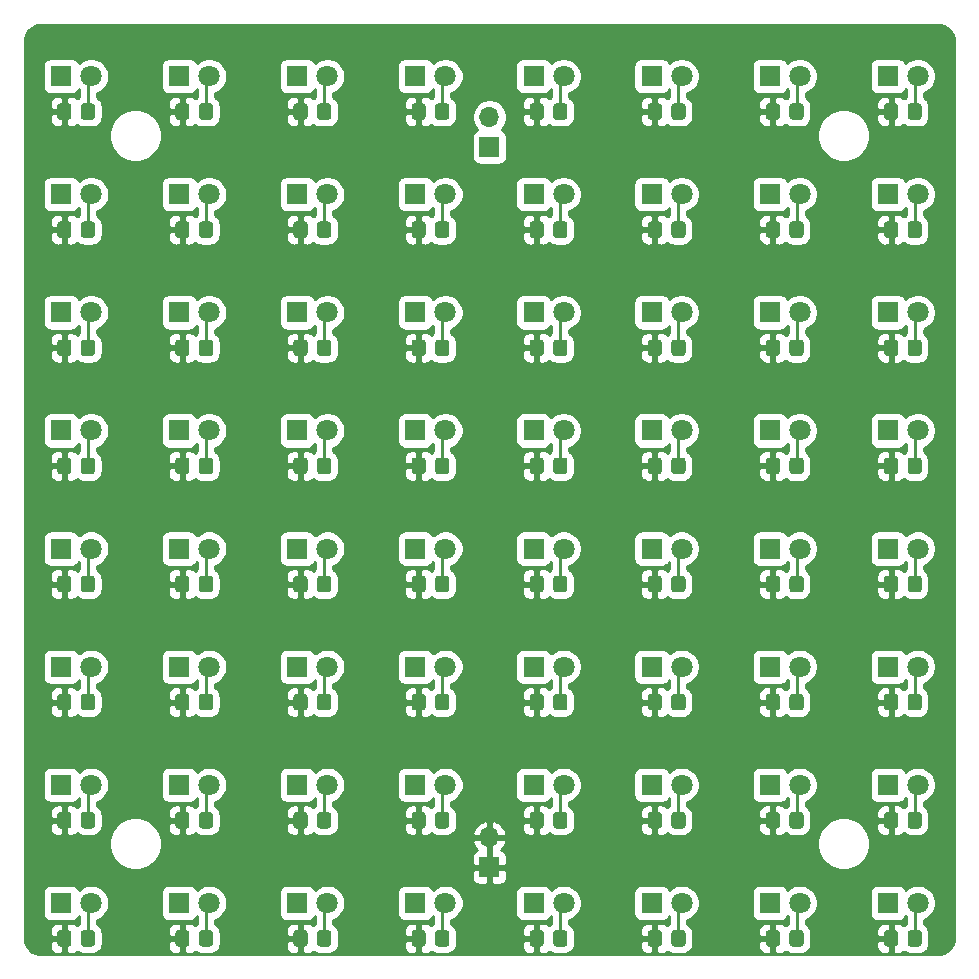
<source format=gbr>
%TF.GenerationSoftware,KiCad,Pcbnew,(5.1.9-0-10_14)*%
%TF.CreationDate,2022-01-06T22:40:05+01:00*%
%TF.ProjectId,8x8_supercomputer,3878385f-7375-4706-9572-636f6d707574,rev?*%
%TF.SameCoordinates,Original*%
%TF.FileFunction,Copper,L2,Bot*%
%TF.FilePolarity,Positive*%
%FSLAX46Y46*%
G04 Gerber Fmt 4.6, Leading zero omitted, Abs format (unit mm)*
G04 Created by KiCad (PCBNEW (5.1.9-0-10_14)) date 2022-01-06 22:40:05*
%MOMM*%
%LPD*%
G01*
G04 APERTURE LIST*
%TA.AperFunction,ComponentPad*%
%ADD10C,1.800000*%
%TD*%
%TA.AperFunction,ComponentPad*%
%ADD11R,1.800000X1.800000*%
%TD*%
%TA.AperFunction,ComponentPad*%
%ADD12O,1.700000X1.700000*%
%TD*%
%TA.AperFunction,ComponentPad*%
%ADD13R,1.700000X1.700000*%
%TD*%
%TA.AperFunction,Conductor*%
%ADD14C,0.250000*%
%TD*%
%TA.AperFunction,Conductor*%
%ADD15C,0.254000*%
%TD*%
%TA.AperFunction,Conductor*%
%ADD16C,0.100000*%
%TD*%
G04 APERTURE END LIST*
%TO.P,R1,2*%
%TO.N,Net-(D1-Pad2)*%
%TA.AperFunction,SMDPad,CuDef*%
G36*
G01*
X75400000Y-78450001D02*
X75400000Y-77549999D01*
G75*
G02*
X75649999Y-77300000I249999J0D01*
G01*
X76350001Y-77300000D01*
G75*
G02*
X76600000Y-77549999I0J-249999D01*
G01*
X76600000Y-78450001D01*
G75*
G02*
X76350001Y-78700000I-249999J0D01*
G01*
X75649999Y-78700000D01*
G75*
G02*
X75400000Y-78450001I0J249999D01*
G01*
G37*
%TD.AperFunction*%
%TO.P,R1,1*%
%TO.N,Net-(J2-Pad1)*%
%TA.AperFunction,SMDPad,CuDef*%
G36*
G01*
X73400000Y-78450001D02*
X73400000Y-77549999D01*
G75*
G02*
X73649999Y-77300000I249999J0D01*
G01*
X74350001Y-77300000D01*
G75*
G02*
X74600000Y-77549999I0J-249999D01*
G01*
X74600000Y-78450001D01*
G75*
G02*
X74350001Y-78700000I-249999J0D01*
G01*
X73649999Y-78700000D01*
G75*
G02*
X73400000Y-78450001I0J249999D01*
G01*
G37*
%TD.AperFunction*%
%TD*%
%TO.P,R1,2*%
%TO.N,Net-(D1-Pad2)*%
%TA.AperFunction,SMDPad,CuDef*%
G36*
G01*
X65400000Y-78450001D02*
X65400000Y-77549999D01*
G75*
G02*
X65649999Y-77300000I249999J0D01*
G01*
X66350001Y-77300000D01*
G75*
G02*
X66600000Y-77549999I0J-249999D01*
G01*
X66600000Y-78450001D01*
G75*
G02*
X66350001Y-78700000I-249999J0D01*
G01*
X65649999Y-78700000D01*
G75*
G02*
X65400000Y-78450001I0J249999D01*
G01*
G37*
%TD.AperFunction*%
%TO.P,R1,1*%
%TO.N,Net-(J2-Pad1)*%
%TA.AperFunction,SMDPad,CuDef*%
G36*
G01*
X63400000Y-78450001D02*
X63400000Y-77549999D01*
G75*
G02*
X63649999Y-77300000I249999J0D01*
G01*
X64350001Y-77300000D01*
G75*
G02*
X64600000Y-77549999I0J-249999D01*
G01*
X64600000Y-78450001D01*
G75*
G02*
X64350001Y-78700000I-249999J0D01*
G01*
X63649999Y-78700000D01*
G75*
G02*
X63400000Y-78450001I0J249999D01*
G01*
G37*
%TD.AperFunction*%
%TD*%
%TO.P,R1,2*%
%TO.N,Net-(D1-Pad2)*%
%TA.AperFunction,SMDPad,CuDef*%
G36*
G01*
X55400000Y-78450001D02*
X55400000Y-77549999D01*
G75*
G02*
X55649999Y-77300000I249999J0D01*
G01*
X56350001Y-77300000D01*
G75*
G02*
X56600000Y-77549999I0J-249999D01*
G01*
X56600000Y-78450001D01*
G75*
G02*
X56350001Y-78700000I-249999J0D01*
G01*
X55649999Y-78700000D01*
G75*
G02*
X55400000Y-78450001I0J249999D01*
G01*
G37*
%TD.AperFunction*%
%TO.P,R1,1*%
%TO.N,Net-(J2-Pad1)*%
%TA.AperFunction,SMDPad,CuDef*%
G36*
G01*
X53400000Y-78450001D02*
X53400000Y-77549999D01*
G75*
G02*
X53649999Y-77300000I249999J0D01*
G01*
X54350001Y-77300000D01*
G75*
G02*
X54600000Y-77549999I0J-249999D01*
G01*
X54600000Y-78450001D01*
G75*
G02*
X54350001Y-78700000I-249999J0D01*
G01*
X53649999Y-78700000D01*
G75*
G02*
X53400000Y-78450001I0J249999D01*
G01*
G37*
%TD.AperFunction*%
%TD*%
%TO.P,R1,2*%
%TO.N,Net-(D1-Pad2)*%
%TA.AperFunction,SMDPad,CuDef*%
G36*
G01*
X45400000Y-78450001D02*
X45400000Y-77549999D01*
G75*
G02*
X45649999Y-77300000I249999J0D01*
G01*
X46350001Y-77300000D01*
G75*
G02*
X46600000Y-77549999I0J-249999D01*
G01*
X46600000Y-78450001D01*
G75*
G02*
X46350001Y-78700000I-249999J0D01*
G01*
X45649999Y-78700000D01*
G75*
G02*
X45400000Y-78450001I0J249999D01*
G01*
G37*
%TD.AperFunction*%
%TO.P,R1,1*%
%TO.N,Net-(J2-Pad1)*%
%TA.AperFunction,SMDPad,CuDef*%
G36*
G01*
X43400000Y-78450001D02*
X43400000Y-77549999D01*
G75*
G02*
X43649999Y-77300000I249999J0D01*
G01*
X44350001Y-77300000D01*
G75*
G02*
X44600000Y-77549999I0J-249999D01*
G01*
X44600000Y-78450001D01*
G75*
G02*
X44350001Y-78700000I-249999J0D01*
G01*
X43649999Y-78700000D01*
G75*
G02*
X43400000Y-78450001I0J249999D01*
G01*
G37*
%TD.AperFunction*%
%TD*%
%TO.P,R1,2*%
%TO.N,Net-(D1-Pad2)*%
%TA.AperFunction,SMDPad,CuDef*%
G36*
G01*
X35400000Y-78450001D02*
X35400000Y-77549999D01*
G75*
G02*
X35649999Y-77300000I249999J0D01*
G01*
X36350001Y-77300000D01*
G75*
G02*
X36600000Y-77549999I0J-249999D01*
G01*
X36600000Y-78450001D01*
G75*
G02*
X36350001Y-78700000I-249999J0D01*
G01*
X35649999Y-78700000D01*
G75*
G02*
X35400000Y-78450001I0J249999D01*
G01*
G37*
%TD.AperFunction*%
%TO.P,R1,1*%
%TO.N,Net-(J2-Pad1)*%
%TA.AperFunction,SMDPad,CuDef*%
G36*
G01*
X33400000Y-78450001D02*
X33400000Y-77549999D01*
G75*
G02*
X33649999Y-77300000I249999J0D01*
G01*
X34350001Y-77300000D01*
G75*
G02*
X34600000Y-77549999I0J-249999D01*
G01*
X34600000Y-78450001D01*
G75*
G02*
X34350001Y-78700000I-249999J0D01*
G01*
X33649999Y-78700000D01*
G75*
G02*
X33400000Y-78450001I0J249999D01*
G01*
G37*
%TD.AperFunction*%
%TD*%
%TO.P,R1,2*%
%TO.N,Net-(D1-Pad2)*%
%TA.AperFunction,SMDPad,CuDef*%
G36*
G01*
X25400000Y-78450001D02*
X25400000Y-77549999D01*
G75*
G02*
X25649999Y-77300000I249999J0D01*
G01*
X26350001Y-77300000D01*
G75*
G02*
X26600000Y-77549999I0J-249999D01*
G01*
X26600000Y-78450001D01*
G75*
G02*
X26350001Y-78700000I-249999J0D01*
G01*
X25649999Y-78700000D01*
G75*
G02*
X25400000Y-78450001I0J249999D01*
G01*
G37*
%TD.AperFunction*%
%TO.P,R1,1*%
%TO.N,Net-(J2-Pad1)*%
%TA.AperFunction,SMDPad,CuDef*%
G36*
G01*
X23400000Y-78450001D02*
X23400000Y-77549999D01*
G75*
G02*
X23649999Y-77300000I249999J0D01*
G01*
X24350001Y-77300000D01*
G75*
G02*
X24600000Y-77549999I0J-249999D01*
G01*
X24600000Y-78450001D01*
G75*
G02*
X24350001Y-78700000I-249999J0D01*
G01*
X23649999Y-78700000D01*
G75*
G02*
X23400000Y-78450001I0J249999D01*
G01*
G37*
%TD.AperFunction*%
%TD*%
%TO.P,R1,2*%
%TO.N,Net-(D1-Pad2)*%
%TA.AperFunction,SMDPad,CuDef*%
G36*
G01*
X15400000Y-78450001D02*
X15400000Y-77549999D01*
G75*
G02*
X15649999Y-77300000I249999J0D01*
G01*
X16350001Y-77300000D01*
G75*
G02*
X16600000Y-77549999I0J-249999D01*
G01*
X16600000Y-78450001D01*
G75*
G02*
X16350001Y-78700000I-249999J0D01*
G01*
X15649999Y-78700000D01*
G75*
G02*
X15400000Y-78450001I0J249999D01*
G01*
G37*
%TD.AperFunction*%
%TO.P,R1,1*%
%TO.N,Net-(J2-Pad1)*%
%TA.AperFunction,SMDPad,CuDef*%
G36*
G01*
X13400000Y-78450001D02*
X13400000Y-77549999D01*
G75*
G02*
X13649999Y-77300000I249999J0D01*
G01*
X14350001Y-77300000D01*
G75*
G02*
X14600000Y-77549999I0J-249999D01*
G01*
X14600000Y-78450001D01*
G75*
G02*
X14350001Y-78700000I-249999J0D01*
G01*
X13649999Y-78700000D01*
G75*
G02*
X13400000Y-78450001I0J249999D01*
G01*
G37*
%TD.AperFunction*%
%TD*%
%TO.P,R1,2*%
%TO.N,Net-(D1-Pad2)*%
%TA.AperFunction,SMDPad,CuDef*%
G36*
G01*
X5400000Y-78450001D02*
X5400000Y-77549999D01*
G75*
G02*
X5649999Y-77300000I249999J0D01*
G01*
X6350001Y-77300000D01*
G75*
G02*
X6600000Y-77549999I0J-249999D01*
G01*
X6600000Y-78450001D01*
G75*
G02*
X6350001Y-78700000I-249999J0D01*
G01*
X5649999Y-78700000D01*
G75*
G02*
X5400000Y-78450001I0J249999D01*
G01*
G37*
%TD.AperFunction*%
%TO.P,R1,1*%
%TO.N,Net-(J2-Pad1)*%
%TA.AperFunction,SMDPad,CuDef*%
G36*
G01*
X3400000Y-78450001D02*
X3400000Y-77549999D01*
G75*
G02*
X3649999Y-77300000I249999J0D01*
G01*
X4350001Y-77300000D01*
G75*
G02*
X4600000Y-77549999I0J-249999D01*
G01*
X4600000Y-78450001D01*
G75*
G02*
X4350001Y-78700000I-249999J0D01*
G01*
X3649999Y-78700000D01*
G75*
G02*
X3400000Y-78450001I0J249999D01*
G01*
G37*
%TD.AperFunction*%
%TD*%
%TO.P,R1,2*%
%TO.N,Net-(D1-Pad2)*%
%TA.AperFunction,SMDPad,CuDef*%
G36*
G01*
X75400000Y-68450001D02*
X75400000Y-67549999D01*
G75*
G02*
X75649999Y-67300000I249999J0D01*
G01*
X76350001Y-67300000D01*
G75*
G02*
X76600000Y-67549999I0J-249999D01*
G01*
X76600000Y-68450001D01*
G75*
G02*
X76350001Y-68700000I-249999J0D01*
G01*
X75649999Y-68700000D01*
G75*
G02*
X75400000Y-68450001I0J249999D01*
G01*
G37*
%TD.AperFunction*%
%TO.P,R1,1*%
%TO.N,Net-(J2-Pad1)*%
%TA.AperFunction,SMDPad,CuDef*%
G36*
G01*
X73400000Y-68450001D02*
X73400000Y-67549999D01*
G75*
G02*
X73649999Y-67300000I249999J0D01*
G01*
X74350001Y-67300000D01*
G75*
G02*
X74600000Y-67549999I0J-249999D01*
G01*
X74600000Y-68450001D01*
G75*
G02*
X74350001Y-68700000I-249999J0D01*
G01*
X73649999Y-68700000D01*
G75*
G02*
X73400000Y-68450001I0J249999D01*
G01*
G37*
%TD.AperFunction*%
%TD*%
%TO.P,R1,2*%
%TO.N,Net-(D1-Pad2)*%
%TA.AperFunction,SMDPad,CuDef*%
G36*
G01*
X65400000Y-68450001D02*
X65400000Y-67549999D01*
G75*
G02*
X65649999Y-67300000I249999J0D01*
G01*
X66350001Y-67300000D01*
G75*
G02*
X66600000Y-67549999I0J-249999D01*
G01*
X66600000Y-68450001D01*
G75*
G02*
X66350001Y-68700000I-249999J0D01*
G01*
X65649999Y-68700000D01*
G75*
G02*
X65400000Y-68450001I0J249999D01*
G01*
G37*
%TD.AperFunction*%
%TO.P,R1,1*%
%TO.N,Net-(J2-Pad1)*%
%TA.AperFunction,SMDPad,CuDef*%
G36*
G01*
X63400000Y-68450001D02*
X63400000Y-67549999D01*
G75*
G02*
X63649999Y-67300000I249999J0D01*
G01*
X64350001Y-67300000D01*
G75*
G02*
X64600000Y-67549999I0J-249999D01*
G01*
X64600000Y-68450001D01*
G75*
G02*
X64350001Y-68700000I-249999J0D01*
G01*
X63649999Y-68700000D01*
G75*
G02*
X63400000Y-68450001I0J249999D01*
G01*
G37*
%TD.AperFunction*%
%TD*%
%TO.P,R1,2*%
%TO.N,Net-(D1-Pad2)*%
%TA.AperFunction,SMDPad,CuDef*%
G36*
G01*
X55400000Y-68450001D02*
X55400000Y-67549999D01*
G75*
G02*
X55649999Y-67300000I249999J0D01*
G01*
X56350001Y-67300000D01*
G75*
G02*
X56600000Y-67549999I0J-249999D01*
G01*
X56600000Y-68450001D01*
G75*
G02*
X56350001Y-68700000I-249999J0D01*
G01*
X55649999Y-68700000D01*
G75*
G02*
X55400000Y-68450001I0J249999D01*
G01*
G37*
%TD.AperFunction*%
%TO.P,R1,1*%
%TO.N,Net-(J2-Pad1)*%
%TA.AperFunction,SMDPad,CuDef*%
G36*
G01*
X53400000Y-68450001D02*
X53400000Y-67549999D01*
G75*
G02*
X53649999Y-67300000I249999J0D01*
G01*
X54350001Y-67300000D01*
G75*
G02*
X54600000Y-67549999I0J-249999D01*
G01*
X54600000Y-68450001D01*
G75*
G02*
X54350001Y-68700000I-249999J0D01*
G01*
X53649999Y-68700000D01*
G75*
G02*
X53400000Y-68450001I0J249999D01*
G01*
G37*
%TD.AperFunction*%
%TD*%
%TO.P,R1,2*%
%TO.N,Net-(D1-Pad2)*%
%TA.AperFunction,SMDPad,CuDef*%
G36*
G01*
X45400000Y-68450001D02*
X45400000Y-67549999D01*
G75*
G02*
X45649999Y-67300000I249999J0D01*
G01*
X46350001Y-67300000D01*
G75*
G02*
X46600000Y-67549999I0J-249999D01*
G01*
X46600000Y-68450001D01*
G75*
G02*
X46350001Y-68700000I-249999J0D01*
G01*
X45649999Y-68700000D01*
G75*
G02*
X45400000Y-68450001I0J249999D01*
G01*
G37*
%TD.AperFunction*%
%TO.P,R1,1*%
%TO.N,Net-(J2-Pad1)*%
%TA.AperFunction,SMDPad,CuDef*%
G36*
G01*
X43400000Y-68450001D02*
X43400000Y-67549999D01*
G75*
G02*
X43649999Y-67300000I249999J0D01*
G01*
X44350001Y-67300000D01*
G75*
G02*
X44600000Y-67549999I0J-249999D01*
G01*
X44600000Y-68450001D01*
G75*
G02*
X44350001Y-68700000I-249999J0D01*
G01*
X43649999Y-68700000D01*
G75*
G02*
X43400000Y-68450001I0J249999D01*
G01*
G37*
%TD.AperFunction*%
%TD*%
%TO.P,R1,2*%
%TO.N,Net-(D1-Pad2)*%
%TA.AperFunction,SMDPad,CuDef*%
G36*
G01*
X35400000Y-68450001D02*
X35400000Y-67549999D01*
G75*
G02*
X35649999Y-67300000I249999J0D01*
G01*
X36350001Y-67300000D01*
G75*
G02*
X36600000Y-67549999I0J-249999D01*
G01*
X36600000Y-68450001D01*
G75*
G02*
X36350001Y-68700000I-249999J0D01*
G01*
X35649999Y-68700000D01*
G75*
G02*
X35400000Y-68450001I0J249999D01*
G01*
G37*
%TD.AperFunction*%
%TO.P,R1,1*%
%TO.N,Net-(J2-Pad1)*%
%TA.AperFunction,SMDPad,CuDef*%
G36*
G01*
X33400000Y-68450001D02*
X33400000Y-67549999D01*
G75*
G02*
X33649999Y-67300000I249999J0D01*
G01*
X34350001Y-67300000D01*
G75*
G02*
X34600000Y-67549999I0J-249999D01*
G01*
X34600000Y-68450001D01*
G75*
G02*
X34350001Y-68700000I-249999J0D01*
G01*
X33649999Y-68700000D01*
G75*
G02*
X33400000Y-68450001I0J249999D01*
G01*
G37*
%TD.AperFunction*%
%TD*%
%TO.P,R1,2*%
%TO.N,Net-(D1-Pad2)*%
%TA.AperFunction,SMDPad,CuDef*%
G36*
G01*
X25400000Y-68450001D02*
X25400000Y-67549999D01*
G75*
G02*
X25649999Y-67300000I249999J0D01*
G01*
X26350001Y-67300000D01*
G75*
G02*
X26600000Y-67549999I0J-249999D01*
G01*
X26600000Y-68450001D01*
G75*
G02*
X26350001Y-68700000I-249999J0D01*
G01*
X25649999Y-68700000D01*
G75*
G02*
X25400000Y-68450001I0J249999D01*
G01*
G37*
%TD.AperFunction*%
%TO.P,R1,1*%
%TO.N,Net-(J2-Pad1)*%
%TA.AperFunction,SMDPad,CuDef*%
G36*
G01*
X23400000Y-68450001D02*
X23400000Y-67549999D01*
G75*
G02*
X23649999Y-67300000I249999J0D01*
G01*
X24350001Y-67300000D01*
G75*
G02*
X24600000Y-67549999I0J-249999D01*
G01*
X24600000Y-68450001D01*
G75*
G02*
X24350001Y-68700000I-249999J0D01*
G01*
X23649999Y-68700000D01*
G75*
G02*
X23400000Y-68450001I0J249999D01*
G01*
G37*
%TD.AperFunction*%
%TD*%
%TO.P,R1,2*%
%TO.N,Net-(D1-Pad2)*%
%TA.AperFunction,SMDPad,CuDef*%
G36*
G01*
X15400000Y-68450001D02*
X15400000Y-67549999D01*
G75*
G02*
X15649999Y-67300000I249999J0D01*
G01*
X16350001Y-67300000D01*
G75*
G02*
X16600000Y-67549999I0J-249999D01*
G01*
X16600000Y-68450001D01*
G75*
G02*
X16350001Y-68700000I-249999J0D01*
G01*
X15649999Y-68700000D01*
G75*
G02*
X15400000Y-68450001I0J249999D01*
G01*
G37*
%TD.AperFunction*%
%TO.P,R1,1*%
%TO.N,Net-(J2-Pad1)*%
%TA.AperFunction,SMDPad,CuDef*%
G36*
G01*
X13400000Y-68450001D02*
X13400000Y-67549999D01*
G75*
G02*
X13649999Y-67300000I249999J0D01*
G01*
X14350001Y-67300000D01*
G75*
G02*
X14600000Y-67549999I0J-249999D01*
G01*
X14600000Y-68450001D01*
G75*
G02*
X14350001Y-68700000I-249999J0D01*
G01*
X13649999Y-68700000D01*
G75*
G02*
X13400000Y-68450001I0J249999D01*
G01*
G37*
%TD.AperFunction*%
%TD*%
%TO.P,R1,2*%
%TO.N,Net-(D1-Pad2)*%
%TA.AperFunction,SMDPad,CuDef*%
G36*
G01*
X5400000Y-68450001D02*
X5400000Y-67549999D01*
G75*
G02*
X5649999Y-67300000I249999J0D01*
G01*
X6350001Y-67300000D01*
G75*
G02*
X6600000Y-67549999I0J-249999D01*
G01*
X6600000Y-68450001D01*
G75*
G02*
X6350001Y-68700000I-249999J0D01*
G01*
X5649999Y-68700000D01*
G75*
G02*
X5400000Y-68450001I0J249999D01*
G01*
G37*
%TD.AperFunction*%
%TO.P,R1,1*%
%TO.N,Net-(J2-Pad1)*%
%TA.AperFunction,SMDPad,CuDef*%
G36*
G01*
X3400000Y-68450001D02*
X3400000Y-67549999D01*
G75*
G02*
X3649999Y-67300000I249999J0D01*
G01*
X4350001Y-67300000D01*
G75*
G02*
X4600000Y-67549999I0J-249999D01*
G01*
X4600000Y-68450001D01*
G75*
G02*
X4350001Y-68700000I-249999J0D01*
G01*
X3649999Y-68700000D01*
G75*
G02*
X3400000Y-68450001I0J249999D01*
G01*
G37*
%TD.AperFunction*%
%TD*%
%TO.P,R1,2*%
%TO.N,Net-(D1-Pad2)*%
%TA.AperFunction,SMDPad,CuDef*%
G36*
G01*
X75400000Y-58450001D02*
X75400000Y-57549999D01*
G75*
G02*
X75649999Y-57300000I249999J0D01*
G01*
X76350001Y-57300000D01*
G75*
G02*
X76600000Y-57549999I0J-249999D01*
G01*
X76600000Y-58450001D01*
G75*
G02*
X76350001Y-58700000I-249999J0D01*
G01*
X75649999Y-58700000D01*
G75*
G02*
X75400000Y-58450001I0J249999D01*
G01*
G37*
%TD.AperFunction*%
%TO.P,R1,1*%
%TO.N,Net-(J2-Pad1)*%
%TA.AperFunction,SMDPad,CuDef*%
G36*
G01*
X73400000Y-58450001D02*
X73400000Y-57549999D01*
G75*
G02*
X73649999Y-57300000I249999J0D01*
G01*
X74350001Y-57300000D01*
G75*
G02*
X74600000Y-57549999I0J-249999D01*
G01*
X74600000Y-58450001D01*
G75*
G02*
X74350001Y-58700000I-249999J0D01*
G01*
X73649999Y-58700000D01*
G75*
G02*
X73400000Y-58450001I0J249999D01*
G01*
G37*
%TD.AperFunction*%
%TD*%
%TO.P,R1,2*%
%TO.N,Net-(D1-Pad2)*%
%TA.AperFunction,SMDPad,CuDef*%
G36*
G01*
X65400000Y-58450001D02*
X65400000Y-57549999D01*
G75*
G02*
X65649999Y-57300000I249999J0D01*
G01*
X66350001Y-57300000D01*
G75*
G02*
X66600000Y-57549999I0J-249999D01*
G01*
X66600000Y-58450001D01*
G75*
G02*
X66350001Y-58700000I-249999J0D01*
G01*
X65649999Y-58700000D01*
G75*
G02*
X65400000Y-58450001I0J249999D01*
G01*
G37*
%TD.AperFunction*%
%TO.P,R1,1*%
%TO.N,Net-(J2-Pad1)*%
%TA.AperFunction,SMDPad,CuDef*%
G36*
G01*
X63400000Y-58450001D02*
X63400000Y-57549999D01*
G75*
G02*
X63649999Y-57300000I249999J0D01*
G01*
X64350001Y-57300000D01*
G75*
G02*
X64600000Y-57549999I0J-249999D01*
G01*
X64600000Y-58450001D01*
G75*
G02*
X64350001Y-58700000I-249999J0D01*
G01*
X63649999Y-58700000D01*
G75*
G02*
X63400000Y-58450001I0J249999D01*
G01*
G37*
%TD.AperFunction*%
%TD*%
%TO.P,R1,2*%
%TO.N,Net-(D1-Pad2)*%
%TA.AperFunction,SMDPad,CuDef*%
G36*
G01*
X55400000Y-58450001D02*
X55400000Y-57549999D01*
G75*
G02*
X55649999Y-57300000I249999J0D01*
G01*
X56350001Y-57300000D01*
G75*
G02*
X56600000Y-57549999I0J-249999D01*
G01*
X56600000Y-58450001D01*
G75*
G02*
X56350001Y-58700000I-249999J0D01*
G01*
X55649999Y-58700000D01*
G75*
G02*
X55400000Y-58450001I0J249999D01*
G01*
G37*
%TD.AperFunction*%
%TO.P,R1,1*%
%TO.N,Net-(J2-Pad1)*%
%TA.AperFunction,SMDPad,CuDef*%
G36*
G01*
X53400000Y-58450001D02*
X53400000Y-57549999D01*
G75*
G02*
X53649999Y-57300000I249999J0D01*
G01*
X54350001Y-57300000D01*
G75*
G02*
X54600000Y-57549999I0J-249999D01*
G01*
X54600000Y-58450001D01*
G75*
G02*
X54350001Y-58700000I-249999J0D01*
G01*
X53649999Y-58700000D01*
G75*
G02*
X53400000Y-58450001I0J249999D01*
G01*
G37*
%TD.AperFunction*%
%TD*%
%TO.P,R1,2*%
%TO.N,Net-(D1-Pad2)*%
%TA.AperFunction,SMDPad,CuDef*%
G36*
G01*
X45400000Y-58450001D02*
X45400000Y-57549999D01*
G75*
G02*
X45649999Y-57300000I249999J0D01*
G01*
X46350001Y-57300000D01*
G75*
G02*
X46600000Y-57549999I0J-249999D01*
G01*
X46600000Y-58450001D01*
G75*
G02*
X46350001Y-58700000I-249999J0D01*
G01*
X45649999Y-58700000D01*
G75*
G02*
X45400000Y-58450001I0J249999D01*
G01*
G37*
%TD.AperFunction*%
%TO.P,R1,1*%
%TO.N,Net-(J2-Pad1)*%
%TA.AperFunction,SMDPad,CuDef*%
G36*
G01*
X43400000Y-58450001D02*
X43400000Y-57549999D01*
G75*
G02*
X43649999Y-57300000I249999J0D01*
G01*
X44350001Y-57300000D01*
G75*
G02*
X44600000Y-57549999I0J-249999D01*
G01*
X44600000Y-58450001D01*
G75*
G02*
X44350001Y-58700000I-249999J0D01*
G01*
X43649999Y-58700000D01*
G75*
G02*
X43400000Y-58450001I0J249999D01*
G01*
G37*
%TD.AperFunction*%
%TD*%
%TO.P,R1,2*%
%TO.N,Net-(D1-Pad2)*%
%TA.AperFunction,SMDPad,CuDef*%
G36*
G01*
X35400000Y-58450001D02*
X35400000Y-57549999D01*
G75*
G02*
X35649999Y-57300000I249999J0D01*
G01*
X36350001Y-57300000D01*
G75*
G02*
X36600000Y-57549999I0J-249999D01*
G01*
X36600000Y-58450001D01*
G75*
G02*
X36350001Y-58700000I-249999J0D01*
G01*
X35649999Y-58700000D01*
G75*
G02*
X35400000Y-58450001I0J249999D01*
G01*
G37*
%TD.AperFunction*%
%TO.P,R1,1*%
%TO.N,Net-(J2-Pad1)*%
%TA.AperFunction,SMDPad,CuDef*%
G36*
G01*
X33400000Y-58450001D02*
X33400000Y-57549999D01*
G75*
G02*
X33649999Y-57300000I249999J0D01*
G01*
X34350001Y-57300000D01*
G75*
G02*
X34600000Y-57549999I0J-249999D01*
G01*
X34600000Y-58450001D01*
G75*
G02*
X34350001Y-58700000I-249999J0D01*
G01*
X33649999Y-58700000D01*
G75*
G02*
X33400000Y-58450001I0J249999D01*
G01*
G37*
%TD.AperFunction*%
%TD*%
%TO.P,R1,2*%
%TO.N,Net-(D1-Pad2)*%
%TA.AperFunction,SMDPad,CuDef*%
G36*
G01*
X25400000Y-58450001D02*
X25400000Y-57549999D01*
G75*
G02*
X25649999Y-57300000I249999J0D01*
G01*
X26350001Y-57300000D01*
G75*
G02*
X26600000Y-57549999I0J-249999D01*
G01*
X26600000Y-58450001D01*
G75*
G02*
X26350001Y-58700000I-249999J0D01*
G01*
X25649999Y-58700000D01*
G75*
G02*
X25400000Y-58450001I0J249999D01*
G01*
G37*
%TD.AperFunction*%
%TO.P,R1,1*%
%TO.N,Net-(J2-Pad1)*%
%TA.AperFunction,SMDPad,CuDef*%
G36*
G01*
X23400000Y-58450001D02*
X23400000Y-57549999D01*
G75*
G02*
X23649999Y-57300000I249999J0D01*
G01*
X24350001Y-57300000D01*
G75*
G02*
X24600000Y-57549999I0J-249999D01*
G01*
X24600000Y-58450001D01*
G75*
G02*
X24350001Y-58700000I-249999J0D01*
G01*
X23649999Y-58700000D01*
G75*
G02*
X23400000Y-58450001I0J249999D01*
G01*
G37*
%TD.AperFunction*%
%TD*%
%TO.P,R1,2*%
%TO.N,Net-(D1-Pad2)*%
%TA.AperFunction,SMDPad,CuDef*%
G36*
G01*
X15400000Y-58450001D02*
X15400000Y-57549999D01*
G75*
G02*
X15649999Y-57300000I249999J0D01*
G01*
X16350001Y-57300000D01*
G75*
G02*
X16600000Y-57549999I0J-249999D01*
G01*
X16600000Y-58450001D01*
G75*
G02*
X16350001Y-58700000I-249999J0D01*
G01*
X15649999Y-58700000D01*
G75*
G02*
X15400000Y-58450001I0J249999D01*
G01*
G37*
%TD.AperFunction*%
%TO.P,R1,1*%
%TO.N,Net-(J2-Pad1)*%
%TA.AperFunction,SMDPad,CuDef*%
G36*
G01*
X13400000Y-58450001D02*
X13400000Y-57549999D01*
G75*
G02*
X13649999Y-57300000I249999J0D01*
G01*
X14350001Y-57300000D01*
G75*
G02*
X14600000Y-57549999I0J-249999D01*
G01*
X14600000Y-58450001D01*
G75*
G02*
X14350001Y-58700000I-249999J0D01*
G01*
X13649999Y-58700000D01*
G75*
G02*
X13400000Y-58450001I0J249999D01*
G01*
G37*
%TD.AperFunction*%
%TD*%
%TO.P,R1,2*%
%TO.N,Net-(D1-Pad2)*%
%TA.AperFunction,SMDPad,CuDef*%
G36*
G01*
X5400000Y-58450001D02*
X5400000Y-57549999D01*
G75*
G02*
X5649999Y-57300000I249999J0D01*
G01*
X6350001Y-57300000D01*
G75*
G02*
X6600000Y-57549999I0J-249999D01*
G01*
X6600000Y-58450001D01*
G75*
G02*
X6350001Y-58700000I-249999J0D01*
G01*
X5649999Y-58700000D01*
G75*
G02*
X5400000Y-58450001I0J249999D01*
G01*
G37*
%TD.AperFunction*%
%TO.P,R1,1*%
%TO.N,Net-(J2-Pad1)*%
%TA.AperFunction,SMDPad,CuDef*%
G36*
G01*
X3400000Y-58450001D02*
X3400000Y-57549999D01*
G75*
G02*
X3649999Y-57300000I249999J0D01*
G01*
X4350001Y-57300000D01*
G75*
G02*
X4600000Y-57549999I0J-249999D01*
G01*
X4600000Y-58450001D01*
G75*
G02*
X4350001Y-58700000I-249999J0D01*
G01*
X3649999Y-58700000D01*
G75*
G02*
X3400000Y-58450001I0J249999D01*
G01*
G37*
%TD.AperFunction*%
%TD*%
%TO.P,R1,2*%
%TO.N,Net-(D1-Pad2)*%
%TA.AperFunction,SMDPad,CuDef*%
G36*
G01*
X75400000Y-48450001D02*
X75400000Y-47549999D01*
G75*
G02*
X75649999Y-47300000I249999J0D01*
G01*
X76350001Y-47300000D01*
G75*
G02*
X76600000Y-47549999I0J-249999D01*
G01*
X76600000Y-48450001D01*
G75*
G02*
X76350001Y-48700000I-249999J0D01*
G01*
X75649999Y-48700000D01*
G75*
G02*
X75400000Y-48450001I0J249999D01*
G01*
G37*
%TD.AperFunction*%
%TO.P,R1,1*%
%TO.N,Net-(J2-Pad1)*%
%TA.AperFunction,SMDPad,CuDef*%
G36*
G01*
X73400000Y-48450001D02*
X73400000Y-47549999D01*
G75*
G02*
X73649999Y-47300000I249999J0D01*
G01*
X74350001Y-47300000D01*
G75*
G02*
X74600000Y-47549999I0J-249999D01*
G01*
X74600000Y-48450001D01*
G75*
G02*
X74350001Y-48700000I-249999J0D01*
G01*
X73649999Y-48700000D01*
G75*
G02*
X73400000Y-48450001I0J249999D01*
G01*
G37*
%TD.AperFunction*%
%TD*%
%TO.P,R1,2*%
%TO.N,Net-(D1-Pad2)*%
%TA.AperFunction,SMDPad,CuDef*%
G36*
G01*
X65400000Y-48450001D02*
X65400000Y-47549999D01*
G75*
G02*
X65649999Y-47300000I249999J0D01*
G01*
X66350001Y-47300000D01*
G75*
G02*
X66600000Y-47549999I0J-249999D01*
G01*
X66600000Y-48450001D01*
G75*
G02*
X66350001Y-48700000I-249999J0D01*
G01*
X65649999Y-48700000D01*
G75*
G02*
X65400000Y-48450001I0J249999D01*
G01*
G37*
%TD.AperFunction*%
%TO.P,R1,1*%
%TO.N,Net-(J2-Pad1)*%
%TA.AperFunction,SMDPad,CuDef*%
G36*
G01*
X63400000Y-48450001D02*
X63400000Y-47549999D01*
G75*
G02*
X63649999Y-47300000I249999J0D01*
G01*
X64350001Y-47300000D01*
G75*
G02*
X64600000Y-47549999I0J-249999D01*
G01*
X64600000Y-48450001D01*
G75*
G02*
X64350001Y-48700000I-249999J0D01*
G01*
X63649999Y-48700000D01*
G75*
G02*
X63400000Y-48450001I0J249999D01*
G01*
G37*
%TD.AperFunction*%
%TD*%
%TO.P,R1,2*%
%TO.N,Net-(D1-Pad2)*%
%TA.AperFunction,SMDPad,CuDef*%
G36*
G01*
X55400000Y-48450001D02*
X55400000Y-47549999D01*
G75*
G02*
X55649999Y-47300000I249999J0D01*
G01*
X56350001Y-47300000D01*
G75*
G02*
X56600000Y-47549999I0J-249999D01*
G01*
X56600000Y-48450001D01*
G75*
G02*
X56350001Y-48700000I-249999J0D01*
G01*
X55649999Y-48700000D01*
G75*
G02*
X55400000Y-48450001I0J249999D01*
G01*
G37*
%TD.AperFunction*%
%TO.P,R1,1*%
%TO.N,Net-(J2-Pad1)*%
%TA.AperFunction,SMDPad,CuDef*%
G36*
G01*
X53400000Y-48450001D02*
X53400000Y-47549999D01*
G75*
G02*
X53649999Y-47300000I249999J0D01*
G01*
X54350001Y-47300000D01*
G75*
G02*
X54600000Y-47549999I0J-249999D01*
G01*
X54600000Y-48450001D01*
G75*
G02*
X54350001Y-48700000I-249999J0D01*
G01*
X53649999Y-48700000D01*
G75*
G02*
X53400000Y-48450001I0J249999D01*
G01*
G37*
%TD.AperFunction*%
%TD*%
%TO.P,R1,2*%
%TO.N,Net-(D1-Pad2)*%
%TA.AperFunction,SMDPad,CuDef*%
G36*
G01*
X45400000Y-48450001D02*
X45400000Y-47549999D01*
G75*
G02*
X45649999Y-47300000I249999J0D01*
G01*
X46350001Y-47300000D01*
G75*
G02*
X46600000Y-47549999I0J-249999D01*
G01*
X46600000Y-48450001D01*
G75*
G02*
X46350001Y-48700000I-249999J0D01*
G01*
X45649999Y-48700000D01*
G75*
G02*
X45400000Y-48450001I0J249999D01*
G01*
G37*
%TD.AperFunction*%
%TO.P,R1,1*%
%TO.N,Net-(J2-Pad1)*%
%TA.AperFunction,SMDPad,CuDef*%
G36*
G01*
X43400000Y-48450001D02*
X43400000Y-47549999D01*
G75*
G02*
X43649999Y-47300000I249999J0D01*
G01*
X44350001Y-47300000D01*
G75*
G02*
X44600000Y-47549999I0J-249999D01*
G01*
X44600000Y-48450001D01*
G75*
G02*
X44350001Y-48700000I-249999J0D01*
G01*
X43649999Y-48700000D01*
G75*
G02*
X43400000Y-48450001I0J249999D01*
G01*
G37*
%TD.AperFunction*%
%TD*%
%TO.P,R1,2*%
%TO.N,Net-(D1-Pad2)*%
%TA.AperFunction,SMDPad,CuDef*%
G36*
G01*
X35400000Y-48450001D02*
X35400000Y-47549999D01*
G75*
G02*
X35649999Y-47300000I249999J0D01*
G01*
X36350001Y-47300000D01*
G75*
G02*
X36600000Y-47549999I0J-249999D01*
G01*
X36600000Y-48450001D01*
G75*
G02*
X36350001Y-48700000I-249999J0D01*
G01*
X35649999Y-48700000D01*
G75*
G02*
X35400000Y-48450001I0J249999D01*
G01*
G37*
%TD.AperFunction*%
%TO.P,R1,1*%
%TO.N,Net-(J2-Pad1)*%
%TA.AperFunction,SMDPad,CuDef*%
G36*
G01*
X33400000Y-48450001D02*
X33400000Y-47549999D01*
G75*
G02*
X33649999Y-47300000I249999J0D01*
G01*
X34350001Y-47300000D01*
G75*
G02*
X34600000Y-47549999I0J-249999D01*
G01*
X34600000Y-48450001D01*
G75*
G02*
X34350001Y-48700000I-249999J0D01*
G01*
X33649999Y-48700000D01*
G75*
G02*
X33400000Y-48450001I0J249999D01*
G01*
G37*
%TD.AperFunction*%
%TD*%
%TO.P,R1,2*%
%TO.N,Net-(D1-Pad2)*%
%TA.AperFunction,SMDPad,CuDef*%
G36*
G01*
X25400000Y-48450001D02*
X25400000Y-47549999D01*
G75*
G02*
X25649999Y-47300000I249999J0D01*
G01*
X26350001Y-47300000D01*
G75*
G02*
X26600000Y-47549999I0J-249999D01*
G01*
X26600000Y-48450001D01*
G75*
G02*
X26350001Y-48700000I-249999J0D01*
G01*
X25649999Y-48700000D01*
G75*
G02*
X25400000Y-48450001I0J249999D01*
G01*
G37*
%TD.AperFunction*%
%TO.P,R1,1*%
%TO.N,Net-(J2-Pad1)*%
%TA.AperFunction,SMDPad,CuDef*%
G36*
G01*
X23400000Y-48450001D02*
X23400000Y-47549999D01*
G75*
G02*
X23649999Y-47300000I249999J0D01*
G01*
X24350001Y-47300000D01*
G75*
G02*
X24600000Y-47549999I0J-249999D01*
G01*
X24600000Y-48450001D01*
G75*
G02*
X24350001Y-48700000I-249999J0D01*
G01*
X23649999Y-48700000D01*
G75*
G02*
X23400000Y-48450001I0J249999D01*
G01*
G37*
%TD.AperFunction*%
%TD*%
%TO.P,R1,2*%
%TO.N,Net-(D1-Pad2)*%
%TA.AperFunction,SMDPad,CuDef*%
G36*
G01*
X15400000Y-48450001D02*
X15400000Y-47549999D01*
G75*
G02*
X15649999Y-47300000I249999J0D01*
G01*
X16350001Y-47300000D01*
G75*
G02*
X16600000Y-47549999I0J-249999D01*
G01*
X16600000Y-48450001D01*
G75*
G02*
X16350001Y-48700000I-249999J0D01*
G01*
X15649999Y-48700000D01*
G75*
G02*
X15400000Y-48450001I0J249999D01*
G01*
G37*
%TD.AperFunction*%
%TO.P,R1,1*%
%TO.N,Net-(J2-Pad1)*%
%TA.AperFunction,SMDPad,CuDef*%
G36*
G01*
X13400000Y-48450001D02*
X13400000Y-47549999D01*
G75*
G02*
X13649999Y-47300000I249999J0D01*
G01*
X14350001Y-47300000D01*
G75*
G02*
X14600000Y-47549999I0J-249999D01*
G01*
X14600000Y-48450001D01*
G75*
G02*
X14350001Y-48700000I-249999J0D01*
G01*
X13649999Y-48700000D01*
G75*
G02*
X13400000Y-48450001I0J249999D01*
G01*
G37*
%TD.AperFunction*%
%TD*%
%TO.P,R1,2*%
%TO.N,Net-(D1-Pad2)*%
%TA.AperFunction,SMDPad,CuDef*%
G36*
G01*
X5400000Y-48450001D02*
X5400000Y-47549999D01*
G75*
G02*
X5649999Y-47300000I249999J0D01*
G01*
X6350001Y-47300000D01*
G75*
G02*
X6600000Y-47549999I0J-249999D01*
G01*
X6600000Y-48450001D01*
G75*
G02*
X6350001Y-48700000I-249999J0D01*
G01*
X5649999Y-48700000D01*
G75*
G02*
X5400000Y-48450001I0J249999D01*
G01*
G37*
%TD.AperFunction*%
%TO.P,R1,1*%
%TO.N,Net-(J2-Pad1)*%
%TA.AperFunction,SMDPad,CuDef*%
G36*
G01*
X3400000Y-48450001D02*
X3400000Y-47549999D01*
G75*
G02*
X3649999Y-47300000I249999J0D01*
G01*
X4350001Y-47300000D01*
G75*
G02*
X4600000Y-47549999I0J-249999D01*
G01*
X4600000Y-48450001D01*
G75*
G02*
X4350001Y-48700000I-249999J0D01*
G01*
X3649999Y-48700000D01*
G75*
G02*
X3400000Y-48450001I0J249999D01*
G01*
G37*
%TD.AperFunction*%
%TD*%
%TO.P,R1,2*%
%TO.N,Net-(D1-Pad2)*%
%TA.AperFunction,SMDPad,CuDef*%
G36*
G01*
X75400000Y-38450001D02*
X75400000Y-37549999D01*
G75*
G02*
X75649999Y-37300000I249999J0D01*
G01*
X76350001Y-37300000D01*
G75*
G02*
X76600000Y-37549999I0J-249999D01*
G01*
X76600000Y-38450001D01*
G75*
G02*
X76350001Y-38700000I-249999J0D01*
G01*
X75649999Y-38700000D01*
G75*
G02*
X75400000Y-38450001I0J249999D01*
G01*
G37*
%TD.AperFunction*%
%TO.P,R1,1*%
%TO.N,Net-(J2-Pad1)*%
%TA.AperFunction,SMDPad,CuDef*%
G36*
G01*
X73400000Y-38450001D02*
X73400000Y-37549999D01*
G75*
G02*
X73649999Y-37300000I249999J0D01*
G01*
X74350001Y-37300000D01*
G75*
G02*
X74600000Y-37549999I0J-249999D01*
G01*
X74600000Y-38450001D01*
G75*
G02*
X74350001Y-38700000I-249999J0D01*
G01*
X73649999Y-38700000D01*
G75*
G02*
X73400000Y-38450001I0J249999D01*
G01*
G37*
%TD.AperFunction*%
%TD*%
%TO.P,R1,2*%
%TO.N,Net-(D1-Pad2)*%
%TA.AperFunction,SMDPad,CuDef*%
G36*
G01*
X65400000Y-38450001D02*
X65400000Y-37549999D01*
G75*
G02*
X65649999Y-37300000I249999J0D01*
G01*
X66350001Y-37300000D01*
G75*
G02*
X66600000Y-37549999I0J-249999D01*
G01*
X66600000Y-38450001D01*
G75*
G02*
X66350001Y-38700000I-249999J0D01*
G01*
X65649999Y-38700000D01*
G75*
G02*
X65400000Y-38450001I0J249999D01*
G01*
G37*
%TD.AperFunction*%
%TO.P,R1,1*%
%TO.N,Net-(J2-Pad1)*%
%TA.AperFunction,SMDPad,CuDef*%
G36*
G01*
X63400000Y-38450001D02*
X63400000Y-37549999D01*
G75*
G02*
X63649999Y-37300000I249999J0D01*
G01*
X64350001Y-37300000D01*
G75*
G02*
X64600000Y-37549999I0J-249999D01*
G01*
X64600000Y-38450001D01*
G75*
G02*
X64350001Y-38700000I-249999J0D01*
G01*
X63649999Y-38700000D01*
G75*
G02*
X63400000Y-38450001I0J249999D01*
G01*
G37*
%TD.AperFunction*%
%TD*%
%TO.P,R1,2*%
%TO.N,Net-(D1-Pad2)*%
%TA.AperFunction,SMDPad,CuDef*%
G36*
G01*
X55400000Y-38450001D02*
X55400000Y-37549999D01*
G75*
G02*
X55649999Y-37300000I249999J0D01*
G01*
X56350001Y-37300000D01*
G75*
G02*
X56600000Y-37549999I0J-249999D01*
G01*
X56600000Y-38450001D01*
G75*
G02*
X56350001Y-38700000I-249999J0D01*
G01*
X55649999Y-38700000D01*
G75*
G02*
X55400000Y-38450001I0J249999D01*
G01*
G37*
%TD.AperFunction*%
%TO.P,R1,1*%
%TO.N,Net-(J2-Pad1)*%
%TA.AperFunction,SMDPad,CuDef*%
G36*
G01*
X53400000Y-38450001D02*
X53400000Y-37549999D01*
G75*
G02*
X53649999Y-37300000I249999J0D01*
G01*
X54350001Y-37300000D01*
G75*
G02*
X54600000Y-37549999I0J-249999D01*
G01*
X54600000Y-38450001D01*
G75*
G02*
X54350001Y-38700000I-249999J0D01*
G01*
X53649999Y-38700000D01*
G75*
G02*
X53400000Y-38450001I0J249999D01*
G01*
G37*
%TD.AperFunction*%
%TD*%
%TO.P,R1,2*%
%TO.N,Net-(D1-Pad2)*%
%TA.AperFunction,SMDPad,CuDef*%
G36*
G01*
X45400000Y-38450001D02*
X45400000Y-37549999D01*
G75*
G02*
X45649999Y-37300000I249999J0D01*
G01*
X46350001Y-37300000D01*
G75*
G02*
X46600000Y-37549999I0J-249999D01*
G01*
X46600000Y-38450001D01*
G75*
G02*
X46350001Y-38700000I-249999J0D01*
G01*
X45649999Y-38700000D01*
G75*
G02*
X45400000Y-38450001I0J249999D01*
G01*
G37*
%TD.AperFunction*%
%TO.P,R1,1*%
%TO.N,Net-(J2-Pad1)*%
%TA.AperFunction,SMDPad,CuDef*%
G36*
G01*
X43400000Y-38450001D02*
X43400000Y-37549999D01*
G75*
G02*
X43649999Y-37300000I249999J0D01*
G01*
X44350001Y-37300000D01*
G75*
G02*
X44600000Y-37549999I0J-249999D01*
G01*
X44600000Y-38450001D01*
G75*
G02*
X44350001Y-38700000I-249999J0D01*
G01*
X43649999Y-38700000D01*
G75*
G02*
X43400000Y-38450001I0J249999D01*
G01*
G37*
%TD.AperFunction*%
%TD*%
%TO.P,R1,2*%
%TO.N,Net-(D1-Pad2)*%
%TA.AperFunction,SMDPad,CuDef*%
G36*
G01*
X35400000Y-38450001D02*
X35400000Y-37549999D01*
G75*
G02*
X35649999Y-37300000I249999J0D01*
G01*
X36350001Y-37300000D01*
G75*
G02*
X36600000Y-37549999I0J-249999D01*
G01*
X36600000Y-38450001D01*
G75*
G02*
X36350001Y-38700000I-249999J0D01*
G01*
X35649999Y-38700000D01*
G75*
G02*
X35400000Y-38450001I0J249999D01*
G01*
G37*
%TD.AperFunction*%
%TO.P,R1,1*%
%TO.N,Net-(J2-Pad1)*%
%TA.AperFunction,SMDPad,CuDef*%
G36*
G01*
X33400000Y-38450001D02*
X33400000Y-37549999D01*
G75*
G02*
X33649999Y-37300000I249999J0D01*
G01*
X34350001Y-37300000D01*
G75*
G02*
X34600000Y-37549999I0J-249999D01*
G01*
X34600000Y-38450001D01*
G75*
G02*
X34350001Y-38700000I-249999J0D01*
G01*
X33649999Y-38700000D01*
G75*
G02*
X33400000Y-38450001I0J249999D01*
G01*
G37*
%TD.AperFunction*%
%TD*%
%TO.P,R1,2*%
%TO.N,Net-(D1-Pad2)*%
%TA.AperFunction,SMDPad,CuDef*%
G36*
G01*
X25400000Y-38450001D02*
X25400000Y-37549999D01*
G75*
G02*
X25649999Y-37300000I249999J0D01*
G01*
X26350001Y-37300000D01*
G75*
G02*
X26600000Y-37549999I0J-249999D01*
G01*
X26600000Y-38450001D01*
G75*
G02*
X26350001Y-38700000I-249999J0D01*
G01*
X25649999Y-38700000D01*
G75*
G02*
X25400000Y-38450001I0J249999D01*
G01*
G37*
%TD.AperFunction*%
%TO.P,R1,1*%
%TO.N,Net-(J2-Pad1)*%
%TA.AperFunction,SMDPad,CuDef*%
G36*
G01*
X23400000Y-38450001D02*
X23400000Y-37549999D01*
G75*
G02*
X23649999Y-37300000I249999J0D01*
G01*
X24350001Y-37300000D01*
G75*
G02*
X24600000Y-37549999I0J-249999D01*
G01*
X24600000Y-38450001D01*
G75*
G02*
X24350001Y-38700000I-249999J0D01*
G01*
X23649999Y-38700000D01*
G75*
G02*
X23400000Y-38450001I0J249999D01*
G01*
G37*
%TD.AperFunction*%
%TD*%
%TO.P,R1,2*%
%TO.N,Net-(D1-Pad2)*%
%TA.AperFunction,SMDPad,CuDef*%
G36*
G01*
X15400000Y-38450001D02*
X15400000Y-37549999D01*
G75*
G02*
X15649999Y-37300000I249999J0D01*
G01*
X16350001Y-37300000D01*
G75*
G02*
X16600000Y-37549999I0J-249999D01*
G01*
X16600000Y-38450001D01*
G75*
G02*
X16350001Y-38700000I-249999J0D01*
G01*
X15649999Y-38700000D01*
G75*
G02*
X15400000Y-38450001I0J249999D01*
G01*
G37*
%TD.AperFunction*%
%TO.P,R1,1*%
%TO.N,Net-(J2-Pad1)*%
%TA.AperFunction,SMDPad,CuDef*%
G36*
G01*
X13400000Y-38450001D02*
X13400000Y-37549999D01*
G75*
G02*
X13649999Y-37300000I249999J0D01*
G01*
X14350001Y-37300000D01*
G75*
G02*
X14600000Y-37549999I0J-249999D01*
G01*
X14600000Y-38450001D01*
G75*
G02*
X14350001Y-38700000I-249999J0D01*
G01*
X13649999Y-38700000D01*
G75*
G02*
X13400000Y-38450001I0J249999D01*
G01*
G37*
%TD.AperFunction*%
%TD*%
%TO.P,R1,2*%
%TO.N,Net-(D1-Pad2)*%
%TA.AperFunction,SMDPad,CuDef*%
G36*
G01*
X5400000Y-38450001D02*
X5400000Y-37549999D01*
G75*
G02*
X5649999Y-37300000I249999J0D01*
G01*
X6350001Y-37300000D01*
G75*
G02*
X6600000Y-37549999I0J-249999D01*
G01*
X6600000Y-38450001D01*
G75*
G02*
X6350001Y-38700000I-249999J0D01*
G01*
X5649999Y-38700000D01*
G75*
G02*
X5400000Y-38450001I0J249999D01*
G01*
G37*
%TD.AperFunction*%
%TO.P,R1,1*%
%TO.N,Net-(J2-Pad1)*%
%TA.AperFunction,SMDPad,CuDef*%
G36*
G01*
X3400000Y-38450001D02*
X3400000Y-37549999D01*
G75*
G02*
X3649999Y-37300000I249999J0D01*
G01*
X4350001Y-37300000D01*
G75*
G02*
X4600000Y-37549999I0J-249999D01*
G01*
X4600000Y-38450001D01*
G75*
G02*
X4350001Y-38700000I-249999J0D01*
G01*
X3649999Y-38700000D01*
G75*
G02*
X3400000Y-38450001I0J249999D01*
G01*
G37*
%TD.AperFunction*%
%TD*%
%TO.P,R1,2*%
%TO.N,Net-(D1-Pad2)*%
%TA.AperFunction,SMDPad,CuDef*%
G36*
G01*
X75400000Y-28450001D02*
X75400000Y-27549999D01*
G75*
G02*
X75649999Y-27300000I249999J0D01*
G01*
X76350001Y-27300000D01*
G75*
G02*
X76600000Y-27549999I0J-249999D01*
G01*
X76600000Y-28450001D01*
G75*
G02*
X76350001Y-28700000I-249999J0D01*
G01*
X75649999Y-28700000D01*
G75*
G02*
X75400000Y-28450001I0J249999D01*
G01*
G37*
%TD.AperFunction*%
%TO.P,R1,1*%
%TO.N,Net-(J2-Pad1)*%
%TA.AperFunction,SMDPad,CuDef*%
G36*
G01*
X73400000Y-28450001D02*
X73400000Y-27549999D01*
G75*
G02*
X73649999Y-27300000I249999J0D01*
G01*
X74350001Y-27300000D01*
G75*
G02*
X74600000Y-27549999I0J-249999D01*
G01*
X74600000Y-28450001D01*
G75*
G02*
X74350001Y-28700000I-249999J0D01*
G01*
X73649999Y-28700000D01*
G75*
G02*
X73400000Y-28450001I0J249999D01*
G01*
G37*
%TD.AperFunction*%
%TD*%
%TO.P,R1,2*%
%TO.N,Net-(D1-Pad2)*%
%TA.AperFunction,SMDPad,CuDef*%
G36*
G01*
X65400000Y-28450001D02*
X65400000Y-27549999D01*
G75*
G02*
X65649999Y-27300000I249999J0D01*
G01*
X66350001Y-27300000D01*
G75*
G02*
X66600000Y-27549999I0J-249999D01*
G01*
X66600000Y-28450001D01*
G75*
G02*
X66350001Y-28700000I-249999J0D01*
G01*
X65649999Y-28700000D01*
G75*
G02*
X65400000Y-28450001I0J249999D01*
G01*
G37*
%TD.AperFunction*%
%TO.P,R1,1*%
%TO.N,Net-(J2-Pad1)*%
%TA.AperFunction,SMDPad,CuDef*%
G36*
G01*
X63400000Y-28450001D02*
X63400000Y-27549999D01*
G75*
G02*
X63649999Y-27300000I249999J0D01*
G01*
X64350001Y-27300000D01*
G75*
G02*
X64600000Y-27549999I0J-249999D01*
G01*
X64600000Y-28450001D01*
G75*
G02*
X64350001Y-28700000I-249999J0D01*
G01*
X63649999Y-28700000D01*
G75*
G02*
X63400000Y-28450001I0J249999D01*
G01*
G37*
%TD.AperFunction*%
%TD*%
%TO.P,R1,2*%
%TO.N,Net-(D1-Pad2)*%
%TA.AperFunction,SMDPad,CuDef*%
G36*
G01*
X55400000Y-28450001D02*
X55400000Y-27549999D01*
G75*
G02*
X55649999Y-27300000I249999J0D01*
G01*
X56350001Y-27300000D01*
G75*
G02*
X56600000Y-27549999I0J-249999D01*
G01*
X56600000Y-28450001D01*
G75*
G02*
X56350001Y-28700000I-249999J0D01*
G01*
X55649999Y-28700000D01*
G75*
G02*
X55400000Y-28450001I0J249999D01*
G01*
G37*
%TD.AperFunction*%
%TO.P,R1,1*%
%TO.N,Net-(J2-Pad1)*%
%TA.AperFunction,SMDPad,CuDef*%
G36*
G01*
X53400000Y-28450001D02*
X53400000Y-27549999D01*
G75*
G02*
X53649999Y-27300000I249999J0D01*
G01*
X54350001Y-27300000D01*
G75*
G02*
X54600000Y-27549999I0J-249999D01*
G01*
X54600000Y-28450001D01*
G75*
G02*
X54350001Y-28700000I-249999J0D01*
G01*
X53649999Y-28700000D01*
G75*
G02*
X53400000Y-28450001I0J249999D01*
G01*
G37*
%TD.AperFunction*%
%TD*%
%TO.P,R1,2*%
%TO.N,Net-(D1-Pad2)*%
%TA.AperFunction,SMDPad,CuDef*%
G36*
G01*
X45400000Y-28450001D02*
X45400000Y-27549999D01*
G75*
G02*
X45649999Y-27300000I249999J0D01*
G01*
X46350001Y-27300000D01*
G75*
G02*
X46600000Y-27549999I0J-249999D01*
G01*
X46600000Y-28450001D01*
G75*
G02*
X46350001Y-28700000I-249999J0D01*
G01*
X45649999Y-28700000D01*
G75*
G02*
X45400000Y-28450001I0J249999D01*
G01*
G37*
%TD.AperFunction*%
%TO.P,R1,1*%
%TO.N,Net-(J2-Pad1)*%
%TA.AperFunction,SMDPad,CuDef*%
G36*
G01*
X43400000Y-28450001D02*
X43400000Y-27549999D01*
G75*
G02*
X43649999Y-27300000I249999J0D01*
G01*
X44350001Y-27300000D01*
G75*
G02*
X44600000Y-27549999I0J-249999D01*
G01*
X44600000Y-28450001D01*
G75*
G02*
X44350001Y-28700000I-249999J0D01*
G01*
X43649999Y-28700000D01*
G75*
G02*
X43400000Y-28450001I0J249999D01*
G01*
G37*
%TD.AperFunction*%
%TD*%
%TO.P,R1,2*%
%TO.N,Net-(D1-Pad2)*%
%TA.AperFunction,SMDPad,CuDef*%
G36*
G01*
X35400000Y-28450001D02*
X35400000Y-27549999D01*
G75*
G02*
X35649999Y-27300000I249999J0D01*
G01*
X36350001Y-27300000D01*
G75*
G02*
X36600000Y-27549999I0J-249999D01*
G01*
X36600000Y-28450001D01*
G75*
G02*
X36350001Y-28700000I-249999J0D01*
G01*
X35649999Y-28700000D01*
G75*
G02*
X35400000Y-28450001I0J249999D01*
G01*
G37*
%TD.AperFunction*%
%TO.P,R1,1*%
%TO.N,Net-(J2-Pad1)*%
%TA.AperFunction,SMDPad,CuDef*%
G36*
G01*
X33400000Y-28450001D02*
X33400000Y-27549999D01*
G75*
G02*
X33649999Y-27300000I249999J0D01*
G01*
X34350001Y-27300000D01*
G75*
G02*
X34600000Y-27549999I0J-249999D01*
G01*
X34600000Y-28450001D01*
G75*
G02*
X34350001Y-28700000I-249999J0D01*
G01*
X33649999Y-28700000D01*
G75*
G02*
X33400000Y-28450001I0J249999D01*
G01*
G37*
%TD.AperFunction*%
%TD*%
%TO.P,R1,2*%
%TO.N,Net-(D1-Pad2)*%
%TA.AperFunction,SMDPad,CuDef*%
G36*
G01*
X25400000Y-28450001D02*
X25400000Y-27549999D01*
G75*
G02*
X25649999Y-27300000I249999J0D01*
G01*
X26350001Y-27300000D01*
G75*
G02*
X26600000Y-27549999I0J-249999D01*
G01*
X26600000Y-28450001D01*
G75*
G02*
X26350001Y-28700000I-249999J0D01*
G01*
X25649999Y-28700000D01*
G75*
G02*
X25400000Y-28450001I0J249999D01*
G01*
G37*
%TD.AperFunction*%
%TO.P,R1,1*%
%TO.N,Net-(J2-Pad1)*%
%TA.AperFunction,SMDPad,CuDef*%
G36*
G01*
X23400000Y-28450001D02*
X23400000Y-27549999D01*
G75*
G02*
X23649999Y-27300000I249999J0D01*
G01*
X24350001Y-27300000D01*
G75*
G02*
X24600000Y-27549999I0J-249999D01*
G01*
X24600000Y-28450001D01*
G75*
G02*
X24350001Y-28700000I-249999J0D01*
G01*
X23649999Y-28700000D01*
G75*
G02*
X23400000Y-28450001I0J249999D01*
G01*
G37*
%TD.AperFunction*%
%TD*%
%TO.P,R1,2*%
%TO.N,Net-(D1-Pad2)*%
%TA.AperFunction,SMDPad,CuDef*%
G36*
G01*
X15400000Y-28450001D02*
X15400000Y-27549999D01*
G75*
G02*
X15649999Y-27300000I249999J0D01*
G01*
X16350001Y-27300000D01*
G75*
G02*
X16600000Y-27549999I0J-249999D01*
G01*
X16600000Y-28450001D01*
G75*
G02*
X16350001Y-28700000I-249999J0D01*
G01*
X15649999Y-28700000D01*
G75*
G02*
X15400000Y-28450001I0J249999D01*
G01*
G37*
%TD.AperFunction*%
%TO.P,R1,1*%
%TO.N,Net-(J2-Pad1)*%
%TA.AperFunction,SMDPad,CuDef*%
G36*
G01*
X13400000Y-28450001D02*
X13400000Y-27549999D01*
G75*
G02*
X13649999Y-27300000I249999J0D01*
G01*
X14350001Y-27300000D01*
G75*
G02*
X14600000Y-27549999I0J-249999D01*
G01*
X14600000Y-28450001D01*
G75*
G02*
X14350001Y-28700000I-249999J0D01*
G01*
X13649999Y-28700000D01*
G75*
G02*
X13400000Y-28450001I0J249999D01*
G01*
G37*
%TD.AperFunction*%
%TD*%
%TO.P,R1,2*%
%TO.N,Net-(D1-Pad2)*%
%TA.AperFunction,SMDPad,CuDef*%
G36*
G01*
X5400000Y-28450001D02*
X5400000Y-27549999D01*
G75*
G02*
X5649999Y-27300000I249999J0D01*
G01*
X6350001Y-27300000D01*
G75*
G02*
X6600000Y-27549999I0J-249999D01*
G01*
X6600000Y-28450001D01*
G75*
G02*
X6350001Y-28700000I-249999J0D01*
G01*
X5649999Y-28700000D01*
G75*
G02*
X5400000Y-28450001I0J249999D01*
G01*
G37*
%TD.AperFunction*%
%TO.P,R1,1*%
%TO.N,Net-(J2-Pad1)*%
%TA.AperFunction,SMDPad,CuDef*%
G36*
G01*
X3400000Y-28450001D02*
X3400000Y-27549999D01*
G75*
G02*
X3649999Y-27300000I249999J0D01*
G01*
X4350001Y-27300000D01*
G75*
G02*
X4600000Y-27549999I0J-249999D01*
G01*
X4600000Y-28450001D01*
G75*
G02*
X4350001Y-28700000I-249999J0D01*
G01*
X3649999Y-28700000D01*
G75*
G02*
X3400000Y-28450001I0J249999D01*
G01*
G37*
%TD.AperFunction*%
%TD*%
%TO.P,R1,2*%
%TO.N,Net-(D1-Pad2)*%
%TA.AperFunction,SMDPad,CuDef*%
G36*
G01*
X75400000Y-18450001D02*
X75400000Y-17549999D01*
G75*
G02*
X75649999Y-17300000I249999J0D01*
G01*
X76350001Y-17300000D01*
G75*
G02*
X76600000Y-17549999I0J-249999D01*
G01*
X76600000Y-18450001D01*
G75*
G02*
X76350001Y-18700000I-249999J0D01*
G01*
X75649999Y-18700000D01*
G75*
G02*
X75400000Y-18450001I0J249999D01*
G01*
G37*
%TD.AperFunction*%
%TO.P,R1,1*%
%TO.N,Net-(J2-Pad1)*%
%TA.AperFunction,SMDPad,CuDef*%
G36*
G01*
X73400000Y-18450001D02*
X73400000Y-17549999D01*
G75*
G02*
X73649999Y-17300000I249999J0D01*
G01*
X74350001Y-17300000D01*
G75*
G02*
X74600000Y-17549999I0J-249999D01*
G01*
X74600000Y-18450001D01*
G75*
G02*
X74350001Y-18700000I-249999J0D01*
G01*
X73649999Y-18700000D01*
G75*
G02*
X73400000Y-18450001I0J249999D01*
G01*
G37*
%TD.AperFunction*%
%TD*%
%TO.P,R1,2*%
%TO.N,Net-(D1-Pad2)*%
%TA.AperFunction,SMDPad,CuDef*%
G36*
G01*
X65400000Y-18450001D02*
X65400000Y-17549999D01*
G75*
G02*
X65649999Y-17300000I249999J0D01*
G01*
X66350001Y-17300000D01*
G75*
G02*
X66600000Y-17549999I0J-249999D01*
G01*
X66600000Y-18450001D01*
G75*
G02*
X66350001Y-18700000I-249999J0D01*
G01*
X65649999Y-18700000D01*
G75*
G02*
X65400000Y-18450001I0J249999D01*
G01*
G37*
%TD.AperFunction*%
%TO.P,R1,1*%
%TO.N,Net-(J2-Pad1)*%
%TA.AperFunction,SMDPad,CuDef*%
G36*
G01*
X63400000Y-18450001D02*
X63400000Y-17549999D01*
G75*
G02*
X63649999Y-17300000I249999J0D01*
G01*
X64350001Y-17300000D01*
G75*
G02*
X64600000Y-17549999I0J-249999D01*
G01*
X64600000Y-18450001D01*
G75*
G02*
X64350001Y-18700000I-249999J0D01*
G01*
X63649999Y-18700000D01*
G75*
G02*
X63400000Y-18450001I0J249999D01*
G01*
G37*
%TD.AperFunction*%
%TD*%
%TO.P,R1,2*%
%TO.N,Net-(D1-Pad2)*%
%TA.AperFunction,SMDPad,CuDef*%
G36*
G01*
X55400000Y-18450001D02*
X55400000Y-17549999D01*
G75*
G02*
X55649999Y-17300000I249999J0D01*
G01*
X56350001Y-17300000D01*
G75*
G02*
X56600000Y-17549999I0J-249999D01*
G01*
X56600000Y-18450001D01*
G75*
G02*
X56350001Y-18700000I-249999J0D01*
G01*
X55649999Y-18700000D01*
G75*
G02*
X55400000Y-18450001I0J249999D01*
G01*
G37*
%TD.AperFunction*%
%TO.P,R1,1*%
%TO.N,Net-(J2-Pad1)*%
%TA.AperFunction,SMDPad,CuDef*%
G36*
G01*
X53400000Y-18450001D02*
X53400000Y-17549999D01*
G75*
G02*
X53649999Y-17300000I249999J0D01*
G01*
X54350001Y-17300000D01*
G75*
G02*
X54600000Y-17549999I0J-249999D01*
G01*
X54600000Y-18450001D01*
G75*
G02*
X54350001Y-18700000I-249999J0D01*
G01*
X53649999Y-18700000D01*
G75*
G02*
X53400000Y-18450001I0J249999D01*
G01*
G37*
%TD.AperFunction*%
%TD*%
%TO.P,R1,2*%
%TO.N,Net-(D1-Pad2)*%
%TA.AperFunction,SMDPad,CuDef*%
G36*
G01*
X45400000Y-18450001D02*
X45400000Y-17549999D01*
G75*
G02*
X45649999Y-17300000I249999J0D01*
G01*
X46350001Y-17300000D01*
G75*
G02*
X46600000Y-17549999I0J-249999D01*
G01*
X46600000Y-18450001D01*
G75*
G02*
X46350001Y-18700000I-249999J0D01*
G01*
X45649999Y-18700000D01*
G75*
G02*
X45400000Y-18450001I0J249999D01*
G01*
G37*
%TD.AperFunction*%
%TO.P,R1,1*%
%TO.N,Net-(J2-Pad1)*%
%TA.AperFunction,SMDPad,CuDef*%
G36*
G01*
X43400000Y-18450001D02*
X43400000Y-17549999D01*
G75*
G02*
X43649999Y-17300000I249999J0D01*
G01*
X44350001Y-17300000D01*
G75*
G02*
X44600000Y-17549999I0J-249999D01*
G01*
X44600000Y-18450001D01*
G75*
G02*
X44350001Y-18700000I-249999J0D01*
G01*
X43649999Y-18700000D01*
G75*
G02*
X43400000Y-18450001I0J249999D01*
G01*
G37*
%TD.AperFunction*%
%TD*%
%TO.P,R1,2*%
%TO.N,Net-(D1-Pad2)*%
%TA.AperFunction,SMDPad,CuDef*%
G36*
G01*
X35400000Y-18450001D02*
X35400000Y-17549999D01*
G75*
G02*
X35649999Y-17300000I249999J0D01*
G01*
X36350001Y-17300000D01*
G75*
G02*
X36600000Y-17549999I0J-249999D01*
G01*
X36600000Y-18450001D01*
G75*
G02*
X36350001Y-18700000I-249999J0D01*
G01*
X35649999Y-18700000D01*
G75*
G02*
X35400000Y-18450001I0J249999D01*
G01*
G37*
%TD.AperFunction*%
%TO.P,R1,1*%
%TO.N,Net-(J2-Pad1)*%
%TA.AperFunction,SMDPad,CuDef*%
G36*
G01*
X33400000Y-18450001D02*
X33400000Y-17549999D01*
G75*
G02*
X33649999Y-17300000I249999J0D01*
G01*
X34350001Y-17300000D01*
G75*
G02*
X34600000Y-17549999I0J-249999D01*
G01*
X34600000Y-18450001D01*
G75*
G02*
X34350001Y-18700000I-249999J0D01*
G01*
X33649999Y-18700000D01*
G75*
G02*
X33400000Y-18450001I0J249999D01*
G01*
G37*
%TD.AperFunction*%
%TD*%
%TO.P,R1,2*%
%TO.N,Net-(D1-Pad2)*%
%TA.AperFunction,SMDPad,CuDef*%
G36*
G01*
X25400000Y-18450001D02*
X25400000Y-17549999D01*
G75*
G02*
X25649999Y-17300000I249999J0D01*
G01*
X26350001Y-17300000D01*
G75*
G02*
X26600000Y-17549999I0J-249999D01*
G01*
X26600000Y-18450001D01*
G75*
G02*
X26350001Y-18700000I-249999J0D01*
G01*
X25649999Y-18700000D01*
G75*
G02*
X25400000Y-18450001I0J249999D01*
G01*
G37*
%TD.AperFunction*%
%TO.P,R1,1*%
%TO.N,Net-(J2-Pad1)*%
%TA.AperFunction,SMDPad,CuDef*%
G36*
G01*
X23400000Y-18450001D02*
X23400000Y-17549999D01*
G75*
G02*
X23649999Y-17300000I249999J0D01*
G01*
X24350001Y-17300000D01*
G75*
G02*
X24600000Y-17549999I0J-249999D01*
G01*
X24600000Y-18450001D01*
G75*
G02*
X24350001Y-18700000I-249999J0D01*
G01*
X23649999Y-18700000D01*
G75*
G02*
X23400000Y-18450001I0J249999D01*
G01*
G37*
%TD.AperFunction*%
%TD*%
%TO.P,R1,2*%
%TO.N,Net-(D1-Pad2)*%
%TA.AperFunction,SMDPad,CuDef*%
G36*
G01*
X15400000Y-18450001D02*
X15400000Y-17549999D01*
G75*
G02*
X15649999Y-17300000I249999J0D01*
G01*
X16350001Y-17300000D01*
G75*
G02*
X16600000Y-17549999I0J-249999D01*
G01*
X16600000Y-18450001D01*
G75*
G02*
X16350001Y-18700000I-249999J0D01*
G01*
X15649999Y-18700000D01*
G75*
G02*
X15400000Y-18450001I0J249999D01*
G01*
G37*
%TD.AperFunction*%
%TO.P,R1,1*%
%TO.N,Net-(J2-Pad1)*%
%TA.AperFunction,SMDPad,CuDef*%
G36*
G01*
X13400000Y-18450001D02*
X13400000Y-17549999D01*
G75*
G02*
X13649999Y-17300000I249999J0D01*
G01*
X14350001Y-17300000D01*
G75*
G02*
X14600000Y-17549999I0J-249999D01*
G01*
X14600000Y-18450001D01*
G75*
G02*
X14350001Y-18700000I-249999J0D01*
G01*
X13649999Y-18700000D01*
G75*
G02*
X13400000Y-18450001I0J249999D01*
G01*
G37*
%TD.AperFunction*%
%TD*%
%TO.P,R1,2*%
%TO.N,Net-(D1-Pad2)*%
%TA.AperFunction,SMDPad,CuDef*%
G36*
G01*
X5400000Y-18450001D02*
X5400000Y-17549999D01*
G75*
G02*
X5649999Y-17300000I249999J0D01*
G01*
X6350001Y-17300000D01*
G75*
G02*
X6600000Y-17549999I0J-249999D01*
G01*
X6600000Y-18450001D01*
G75*
G02*
X6350001Y-18700000I-249999J0D01*
G01*
X5649999Y-18700000D01*
G75*
G02*
X5400000Y-18450001I0J249999D01*
G01*
G37*
%TD.AperFunction*%
%TO.P,R1,1*%
%TO.N,Net-(J2-Pad1)*%
%TA.AperFunction,SMDPad,CuDef*%
G36*
G01*
X3400000Y-18450001D02*
X3400000Y-17549999D01*
G75*
G02*
X3649999Y-17300000I249999J0D01*
G01*
X4350001Y-17300000D01*
G75*
G02*
X4600000Y-17549999I0J-249999D01*
G01*
X4600000Y-18450001D01*
G75*
G02*
X4350001Y-18700000I-249999J0D01*
G01*
X3649999Y-18700000D01*
G75*
G02*
X3400000Y-18450001I0J249999D01*
G01*
G37*
%TD.AperFunction*%
%TD*%
%TO.P,R1,2*%
%TO.N,Net-(D1-Pad2)*%
%TA.AperFunction,SMDPad,CuDef*%
G36*
G01*
X75400000Y-8450001D02*
X75400000Y-7549999D01*
G75*
G02*
X75649999Y-7300000I249999J0D01*
G01*
X76350001Y-7300000D01*
G75*
G02*
X76600000Y-7549999I0J-249999D01*
G01*
X76600000Y-8450001D01*
G75*
G02*
X76350001Y-8700000I-249999J0D01*
G01*
X75649999Y-8700000D01*
G75*
G02*
X75400000Y-8450001I0J249999D01*
G01*
G37*
%TD.AperFunction*%
%TO.P,R1,1*%
%TO.N,Net-(J2-Pad1)*%
%TA.AperFunction,SMDPad,CuDef*%
G36*
G01*
X73400000Y-8450001D02*
X73400000Y-7549999D01*
G75*
G02*
X73649999Y-7300000I249999J0D01*
G01*
X74350001Y-7300000D01*
G75*
G02*
X74600000Y-7549999I0J-249999D01*
G01*
X74600000Y-8450001D01*
G75*
G02*
X74350001Y-8700000I-249999J0D01*
G01*
X73649999Y-8700000D01*
G75*
G02*
X73400000Y-8450001I0J249999D01*
G01*
G37*
%TD.AperFunction*%
%TD*%
%TO.P,R1,2*%
%TO.N,Net-(D1-Pad2)*%
%TA.AperFunction,SMDPad,CuDef*%
G36*
G01*
X65400000Y-8450001D02*
X65400000Y-7549999D01*
G75*
G02*
X65649999Y-7300000I249999J0D01*
G01*
X66350001Y-7300000D01*
G75*
G02*
X66600000Y-7549999I0J-249999D01*
G01*
X66600000Y-8450001D01*
G75*
G02*
X66350001Y-8700000I-249999J0D01*
G01*
X65649999Y-8700000D01*
G75*
G02*
X65400000Y-8450001I0J249999D01*
G01*
G37*
%TD.AperFunction*%
%TO.P,R1,1*%
%TO.N,Net-(J2-Pad1)*%
%TA.AperFunction,SMDPad,CuDef*%
G36*
G01*
X63400000Y-8450001D02*
X63400000Y-7549999D01*
G75*
G02*
X63649999Y-7300000I249999J0D01*
G01*
X64350001Y-7300000D01*
G75*
G02*
X64600000Y-7549999I0J-249999D01*
G01*
X64600000Y-8450001D01*
G75*
G02*
X64350001Y-8700000I-249999J0D01*
G01*
X63649999Y-8700000D01*
G75*
G02*
X63400000Y-8450001I0J249999D01*
G01*
G37*
%TD.AperFunction*%
%TD*%
%TO.P,R1,2*%
%TO.N,Net-(D1-Pad2)*%
%TA.AperFunction,SMDPad,CuDef*%
G36*
G01*
X55400000Y-8450001D02*
X55400000Y-7549999D01*
G75*
G02*
X55649999Y-7300000I249999J0D01*
G01*
X56350001Y-7300000D01*
G75*
G02*
X56600000Y-7549999I0J-249999D01*
G01*
X56600000Y-8450001D01*
G75*
G02*
X56350001Y-8700000I-249999J0D01*
G01*
X55649999Y-8700000D01*
G75*
G02*
X55400000Y-8450001I0J249999D01*
G01*
G37*
%TD.AperFunction*%
%TO.P,R1,1*%
%TO.N,Net-(J2-Pad1)*%
%TA.AperFunction,SMDPad,CuDef*%
G36*
G01*
X53400000Y-8450001D02*
X53400000Y-7549999D01*
G75*
G02*
X53649999Y-7300000I249999J0D01*
G01*
X54350001Y-7300000D01*
G75*
G02*
X54600000Y-7549999I0J-249999D01*
G01*
X54600000Y-8450001D01*
G75*
G02*
X54350001Y-8700000I-249999J0D01*
G01*
X53649999Y-8700000D01*
G75*
G02*
X53400000Y-8450001I0J249999D01*
G01*
G37*
%TD.AperFunction*%
%TD*%
%TO.P,R1,2*%
%TO.N,Net-(D1-Pad2)*%
%TA.AperFunction,SMDPad,CuDef*%
G36*
G01*
X45400000Y-8450001D02*
X45400000Y-7549999D01*
G75*
G02*
X45649999Y-7300000I249999J0D01*
G01*
X46350001Y-7300000D01*
G75*
G02*
X46600000Y-7549999I0J-249999D01*
G01*
X46600000Y-8450001D01*
G75*
G02*
X46350001Y-8700000I-249999J0D01*
G01*
X45649999Y-8700000D01*
G75*
G02*
X45400000Y-8450001I0J249999D01*
G01*
G37*
%TD.AperFunction*%
%TO.P,R1,1*%
%TO.N,Net-(J2-Pad1)*%
%TA.AperFunction,SMDPad,CuDef*%
G36*
G01*
X43400000Y-8450001D02*
X43400000Y-7549999D01*
G75*
G02*
X43649999Y-7300000I249999J0D01*
G01*
X44350001Y-7300000D01*
G75*
G02*
X44600000Y-7549999I0J-249999D01*
G01*
X44600000Y-8450001D01*
G75*
G02*
X44350001Y-8700000I-249999J0D01*
G01*
X43649999Y-8700000D01*
G75*
G02*
X43400000Y-8450001I0J249999D01*
G01*
G37*
%TD.AperFunction*%
%TD*%
%TO.P,R1,2*%
%TO.N,Net-(D1-Pad2)*%
%TA.AperFunction,SMDPad,CuDef*%
G36*
G01*
X35400000Y-8450001D02*
X35400000Y-7549999D01*
G75*
G02*
X35649999Y-7300000I249999J0D01*
G01*
X36350001Y-7300000D01*
G75*
G02*
X36600000Y-7549999I0J-249999D01*
G01*
X36600000Y-8450001D01*
G75*
G02*
X36350001Y-8700000I-249999J0D01*
G01*
X35649999Y-8700000D01*
G75*
G02*
X35400000Y-8450001I0J249999D01*
G01*
G37*
%TD.AperFunction*%
%TO.P,R1,1*%
%TO.N,Net-(J2-Pad1)*%
%TA.AperFunction,SMDPad,CuDef*%
G36*
G01*
X33400000Y-8450001D02*
X33400000Y-7549999D01*
G75*
G02*
X33649999Y-7300000I249999J0D01*
G01*
X34350001Y-7300000D01*
G75*
G02*
X34600000Y-7549999I0J-249999D01*
G01*
X34600000Y-8450001D01*
G75*
G02*
X34350001Y-8700000I-249999J0D01*
G01*
X33649999Y-8700000D01*
G75*
G02*
X33400000Y-8450001I0J249999D01*
G01*
G37*
%TD.AperFunction*%
%TD*%
%TO.P,R1,2*%
%TO.N,Net-(D1-Pad2)*%
%TA.AperFunction,SMDPad,CuDef*%
G36*
G01*
X25400000Y-8450001D02*
X25400000Y-7549999D01*
G75*
G02*
X25649999Y-7300000I249999J0D01*
G01*
X26350001Y-7300000D01*
G75*
G02*
X26600000Y-7549999I0J-249999D01*
G01*
X26600000Y-8450001D01*
G75*
G02*
X26350001Y-8700000I-249999J0D01*
G01*
X25649999Y-8700000D01*
G75*
G02*
X25400000Y-8450001I0J249999D01*
G01*
G37*
%TD.AperFunction*%
%TO.P,R1,1*%
%TO.N,Net-(J2-Pad1)*%
%TA.AperFunction,SMDPad,CuDef*%
G36*
G01*
X23400000Y-8450001D02*
X23400000Y-7549999D01*
G75*
G02*
X23649999Y-7300000I249999J0D01*
G01*
X24350001Y-7300000D01*
G75*
G02*
X24600000Y-7549999I0J-249999D01*
G01*
X24600000Y-8450001D01*
G75*
G02*
X24350001Y-8700000I-249999J0D01*
G01*
X23649999Y-8700000D01*
G75*
G02*
X23400000Y-8450001I0J249999D01*
G01*
G37*
%TD.AperFunction*%
%TD*%
%TO.P,R1,2*%
%TO.N,Net-(D1-Pad2)*%
%TA.AperFunction,SMDPad,CuDef*%
G36*
G01*
X15400000Y-8450001D02*
X15400000Y-7549999D01*
G75*
G02*
X15649999Y-7300000I249999J0D01*
G01*
X16350001Y-7300000D01*
G75*
G02*
X16600000Y-7549999I0J-249999D01*
G01*
X16600000Y-8450001D01*
G75*
G02*
X16350001Y-8700000I-249999J0D01*
G01*
X15649999Y-8700000D01*
G75*
G02*
X15400000Y-8450001I0J249999D01*
G01*
G37*
%TD.AperFunction*%
%TO.P,R1,1*%
%TO.N,Net-(J2-Pad1)*%
%TA.AperFunction,SMDPad,CuDef*%
G36*
G01*
X13400000Y-8450001D02*
X13400000Y-7549999D01*
G75*
G02*
X13649999Y-7300000I249999J0D01*
G01*
X14350001Y-7300000D01*
G75*
G02*
X14600000Y-7549999I0J-249999D01*
G01*
X14600000Y-8450001D01*
G75*
G02*
X14350001Y-8700000I-249999J0D01*
G01*
X13649999Y-8700000D01*
G75*
G02*
X13400000Y-8450001I0J249999D01*
G01*
G37*
%TD.AperFunction*%
%TD*%
%TO.P,R1,2*%
%TO.N,Net-(D1-Pad2)*%
%TA.AperFunction,SMDPad,CuDef*%
G36*
G01*
X5400000Y-8450001D02*
X5400000Y-7549999D01*
G75*
G02*
X5649999Y-7300000I249999J0D01*
G01*
X6350001Y-7300000D01*
G75*
G02*
X6600000Y-7549999I0J-249999D01*
G01*
X6600000Y-8450001D01*
G75*
G02*
X6350001Y-8700000I-249999J0D01*
G01*
X5649999Y-8700000D01*
G75*
G02*
X5400000Y-8450001I0J249999D01*
G01*
G37*
%TD.AperFunction*%
%TO.P,R1,1*%
%TO.N,Net-(J2-Pad1)*%
%TA.AperFunction,SMDPad,CuDef*%
G36*
G01*
X3400000Y-8450001D02*
X3400000Y-7549999D01*
G75*
G02*
X3649999Y-7300000I249999J0D01*
G01*
X4350001Y-7300000D01*
G75*
G02*
X4600000Y-7549999I0J-249999D01*
G01*
X4600000Y-8450001D01*
G75*
G02*
X4350001Y-8700000I-249999J0D01*
G01*
X3649999Y-8700000D01*
G75*
G02*
X3400000Y-8450001I0J249999D01*
G01*
G37*
%TD.AperFunction*%
%TD*%
D10*
%TO.P,D1,2*%
%TO.N,Net-(D1-Pad2)*%
X76270000Y-75000000D03*
D11*
%TO.P,D1,1*%
%TO.N,Net-(D1-Pad1)*%
X73730000Y-75000000D03*
%TD*%
D10*
%TO.P,D1,2*%
%TO.N,Net-(D1-Pad2)*%
X66270000Y-75000000D03*
D11*
%TO.P,D1,1*%
%TO.N,Net-(D1-Pad1)*%
X63730000Y-75000000D03*
%TD*%
D10*
%TO.P,D1,2*%
%TO.N,Net-(D1-Pad2)*%
X56270000Y-75000000D03*
D11*
%TO.P,D1,1*%
%TO.N,Net-(D1-Pad1)*%
X53730000Y-75000000D03*
%TD*%
D10*
%TO.P,D1,2*%
%TO.N,Net-(D1-Pad2)*%
X46270000Y-75000000D03*
D11*
%TO.P,D1,1*%
%TO.N,Net-(D1-Pad1)*%
X43730000Y-75000000D03*
%TD*%
D10*
%TO.P,D1,2*%
%TO.N,Net-(D1-Pad2)*%
X36270000Y-75000000D03*
D11*
%TO.P,D1,1*%
%TO.N,Net-(D1-Pad1)*%
X33730000Y-75000000D03*
%TD*%
D10*
%TO.P,D1,2*%
%TO.N,Net-(D1-Pad2)*%
X26270000Y-75000000D03*
D11*
%TO.P,D1,1*%
%TO.N,Net-(D1-Pad1)*%
X23730000Y-75000000D03*
%TD*%
D10*
%TO.P,D1,2*%
%TO.N,Net-(D1-Pad2)*%
X16270000Y-75000000D03*
D11*
%TO.P,D1,1*%
%TO.N,Net-(D1-Pad1)*%
X13730000Y-75000000D03*
%TD*%
D10*
%TO.P,D1,2*%
%TO.N,Net-(D1-Pad2)*%
X6270000Y-75000000D03*
D11*
%TO.P,D1,1*%
%TO.N,Net-(D1-Pad1)*%
X3730000Y-75000000D03*
%TD*%
D10*
%TO.P,D1,2*%
%TO.N,Net-(D1-Pad2)*%
X76270000Y-65000000D03*
D11*
%TO.P,D1,1*%
%TO.N,Net-(D1-Pad1)*%
X73730000Y-65000000D03*
%TD*%
D10*
%TO.P,D1,2*%
%TO.N,Net-(D1-Pad2)*%
X66270000Y-65000000D03*
D11*
%TO.P,D1,1*%
%TO.N,Net-(D1-Pad1)*%
X63730000Y-65000000D03*
%TD*%
D10*
%TO.P,D1,2*%
%TO.N,Net-(D1-Pad2)*%
X56270000Y-65000000D03*
D11*
%TO.P,D1,1*%
%TO.N,Net-(D1-Pad1)*%
X53730000Y-65000000D03*
%TD*%
D10*
%TO.P,D1,2*%
%TO.N,Net-(D1-Pad2)*%
X46270000Y-65000000D03*
D11*
%TO.P,D1,1*%
%TO.N,Net-(D1-Pad1)*%
X43730000Y-65000000D03*
%TD*%
D10*
%TO.P,D1,2*%
%TO.N,Net-(D1-Pad2)*%
X36270000Y-65000000D03*
D11*
%TO.P,D1,1*%
%TO.N,Net-(D1-Pad1)*%
X33730000Y-65000000D03*
%TD*%
D10*
%TO.P,D1,2*%
%TO.N,Net-(D1-Pad2)*%
X26270000Y-65000000D03*
D11*
%TO.P,D1,1*%
%TO.N,Net-(D1-Pad1)*%
X23730000Y-65000000D03*
%TD*%
D10*
%TO.P,D1,2*%
%TO.N,Net-(D1-Pad2)*%
X16270000Y-65000000D03*
D11*
%TO.P,D1,1*%
%TO.N,Net-(D1-Pad1)*%
X13730000Y-65000000D03*
%TD*%
D10*
%TO.P,D1,2*%
%TO.N,Net-(D1-Pad2)*%
X6270000Y-65000000D03*
D11*
%TO.P,D1,1*%
%TO.N,Net-(D1-Pad1)*%
X3730000Y-65000000D03*
%TD*%
D10*
%TO.P,D1,2*%
%TO.N,Net-(D1-Pad2)*%
X76270000Y-55000000D03*
D11*
%TO.P,D1,1*%
%TO.N,Net-(D1-Pad1)*%
X73730000Y-55000000D03*
%TD*%
D10*
%TO.P,D1,2*%
%TO.N,Net-(D1-Pad2)*%
X66270000Y-55000000D03*
D11*
%TO.P,D1,1*%
%TO.N,Net-(D1-Pad1)*%
X63730000Y-55000000D03*
%TD*%
D10*
%TO.P,D1,2*%
%TO.N,Net-(D1-Pad2)*%
X56270000Y-55000000D03*
D11*
%TO.P,D1,1*%
%TO.N,Net-(D1-Pad1)*%
X53730000Y-55000000D03*
%TD*%
D10*
%TO.P,D1,2*%
%TO.N,Net-(D1-Pad2)*%
X46270000Y-55000000D03*
D11*
%TO.P,D1,1*%
%TO.N,Net-(D1-Pad1)*%
X43730000Y-55000000D03*
%TD*%
D10*
%TO.P,D1,2*%
%TO.N,Net-(D1-Pad2)*%
X36270000Y-55000000D03*
D11*
%TO.P,D1,1*%
%TO.N,Net-(D1-Pad1)*%
X33730000Y-55000000D03*
%TD*%
D10*
%TO.P,D1,2*%
%TO.N,Net-(D1-Pad2)*%
X26270000Y-55000000D03*
D11*
%TO.P,D1,1*%
%TO.N,Net-(D1-Pad1)*%
X23730000Y-55000000D03*
%TD*%
D10*
%TO.P,D1,2*%
%TO.N,Net-(D1-Pad2)*%
X16270000Y-55000000D03*
D11*
%TO.P,D1,1*%
%TO.N,Net-(D1-Pad1)*%
X13730000Y-55000000D03*
%TD*%
D10*
%TO.P,D1,2*%
%TO.N,Net-(D1-Pad2)*%
X6270000Y-55000000D03*
D11*
%TO.P,D1,1*%
%TO.N,Net-(D1-Pad1)*%
X3730000Y-55000000D03*
%TD*%
D10*
%TO.P,D1,2*%
%TO.N,Net-(D1-Pad2)*%
X76270000Y-45000000D03*
D11*
%TO.P,D1,1*%
%TO.N,Net-(D1-Pad1)*%
X73730000Y-45000000D03*
%TD*%
D10*
%TO.P,D1,2*%
%TO.N,Net-(D1-Pad2)*%
X66270000Y-45000000D03*
D11*
%TO.P,D1,1*%
%TO.N,Net-(D1-Pad1)*%
X63730000Y-45000000D03*
%TD*%
D10*
%TO.P,D1,2*%
%TO.N,Net-(D1-Pad2)*%
X56270000Y-45000000D03*
D11*
%TO.P,D1,1*%
%TO.N,Net-(D1-Pad1)*%
X53730000Y-45000000D03*
%TD*%
D10*
%TO.P,D1,2*%
%TO.N,Net-(D1-Pad2)*%
X46270000Y-45000000D03*
D11*
%TO.P,D1,1*%
%TO.N,Net-(D1-Pad1)*%
X43730000Y-45000000D03*
%TD*%
D10*
%TO.P,D1,2*%
%TO.N,Net-(D1-Pad2)*%
X36270000Y-45000000D03*
D11*
%TO.P,D1,1*%
%TO.N,Net-(D1-Pad1)*%
X33730000Y-45000000D03*
%TD*%
D10*
%TO.P,D1,2*%
%TO.N,Net-(D1-Pad2)*%
X26270000Y-45000000D03*
D11*
%TO.P,D1,1*%
%TO.N,Net-(D1-Pad1)*%
X23730000Y-45000000D03*
%TD*%
D10*
%TO.P,D1,2*%
%TO.N,Net-(D1-Pad2)*%
X16270000Y-45000000D03*
D11*
%TO.P,D1,1*%
%TO.N,Net-(D1-Pad1)*%
X13730000Y-45000000D03*
%TD*%
D10*
%TO.P,D1,2*%
%TO.N,Net-(D1-Pad2)*%
X6270000Y-45000000D03*
D11*
%TO.P,D1,1*%
%TO.N,Net-(D1-Pad1)*%
X3730000Y-45000000D03*
%TD*%
D10*
%TO.P,D1,2*%
%TO.N,Net-(D1-Pad2)*%
X76270000Y-35000000D03*
D11*
%TO.P,D1,1*%
%TO.N,Net-(D1-Pad1)*%
X73730000Y-35000000D03*
%TD*%
D10*
%TO.P,D1,2*%
%TO.N,Net-(D1-Pad2)*%
X66270000Y-35000000D03*
D11*
%TO.P,D1,1*%
%TO.N,Net-(D1-Pad1)*%
X63730000Y-35000000D03*
%TD*%
D10*
%TO.P,D1,2*%
%TO.N,Net-(D1-Pad2)*%
X56270000Y-35000000D03*
D11*
%TO.P,D1,1*%
%TO.N,Net-(D1-Pad1)*%
X53730000Y-35000000D03*
%TD*%
D10*
%TO.P,D1,2*%
%TO.N,Net-(D1-Pad2)*%
X46270000Y-35000000D03*
D11*
%TO.P,D1,1*%
%TO.N,Net-(D1-Pad1)*%
X43730000Y-35000000D03*
%TD*%
D10*
%TO.P,D1,2*%
%TO.N,Net-(D1-Pad2)*%
X36270000Y-35000000D03*
D11*
%TO.P,D1,1*%
%TO.N,Net-(D1-Pad1)*%
X33730000Y-35000000D03*
%TD*%
D10*
%TO.P,D1,2*%
%TO.N,Net-(D1-Pad2)*%
X26270000Y-35000000D03*
D11*
%TO.P,D1,1*%
%TO.N,Net-(D1-Pad1)*%
X23730000Y-35000000D03*
%TD*%
D10*
%TO.P,D1,2*%
%TO.N,Net-(D1-Pad2)*%
X16270000Y-35000000D03*
D11*
%TO.P,D1,1*%
%TO.N,Net-(D1-Pad1)*%
X13730000Y-35000000D03*
%TD*%
D10*
%TO.P,D1,2*%
%TO.N,Net-(D1-Pad2)*%
X6270000Y-35000000D03*
D11*
%TO.P,D1,1*%
%TO.N,Net-(D1-Pad1)*%
X3730000Y-35000000D03*
%TD*%
D10*
%TO.P,D1,2*%
%TO.N,Net-(D1-Pad2)*%
X76270000Y-25000000D03*
D11*
%TO.P,D1,1*%
%TO.N,Net-(D1-Pad1)*%
X73730000Y-25000000D03*
%TD*%
D10*
%TO.P,D1,2*%
%TO.N,Net-(D1-Pad2)*%
X66270000Y-25000000D03*
D11*
%TO.P,D1,1*%
%TO.N,Net-(D1-Pad1)*%
X63730000Y-25000000D03*
%TD*%
D10*
%TO.P,D1,2*%
%TO.N,Net-(D1-Pad2)*%
X56270000Y-25000000D03*
D11*
%TO.P,D1,1*%
%TO.N,Net-(D1-Pad1)*%
X53730000Y-25000000D03*
%TD*%
D10*
%TO.P,D1,2*%
%TO.N,Net-(D1-Pad2)*%
X46270000Y-25000000D03*
D11*
%TO.P,D1,1*%
%TO.N,Net-(D1-Pad1)*%
X43730000Y-25000000D03*
%TD*%
D10*
%TO.P,D1,2*%
%TO.N,Net-(D1-Pad2)*%
X36270000Y-25000000D03*
D11*
%TO.P,D1,1*%
%TO.N,Net-(D1-Pad1)*%
X33730000Y-25000000D03*
%TD*%
D10*
%TO.P,D1,2*%
%TO.N,Net-(D1-Pad2)*%
X26270000Y-25000000D03*
D11*
%TO.P,D1,1*%
%TO.N,Net-(D1-Pad1)*%
X23730000Y-25000000D03*
%TD*%
D10*
%TO.P,D1,2*%
%TO.N,Net-(D1-Pad2)*%
X16270000Y-25000000D03*
D11*
%TO.P,D1,1*%
%TO.N,Net-(D1-Pad1)*%
X13730000Y-25000000D03*
%TD*%
D10*
%TO.P,D1,2*%
%TO.N,Net-(D1-Pad2)*%
X6270000Y-25000000D03*
D11*
%TO.P,D1,1*%
%TO.N,Net-(D1-Pad1)*%
X3730000Y-25000000D03*
%TD*%
D10*
%TO.P,D1,2*%
%TO.N,Net-(D1-Pad2)*%
X76270000Y-15000000D03*
D11*
%TO.P,D1,1*%
%TO.N,Net-(D1-Pad1)*%
X73730000Y-15000000D03*
%TD*%
D10*
%TO.P,D1,2*%
%TO.N,Net-(D1-Pad2)*%
X66270000Y-15000000D03*
D11*
%TO.P,D1,1*%
%TO.N,Net-(D1-Pad1)*%
X63730000Y-15000000D03*
%TD*%
D10*
%TO.P,D1,2*%
%TO.N,Net-(D1-Pad2)*%
X56270000Y-15000000D03*
D11*
%TO.P,D1,1*%
%TO.N,Net-(D1-Pad1)*%
X53730000Y-15000000D03*
%TD*%
D10*
%TO.P,D1,2*%
%TO.N,Net-(D1-Pad2)*%
X46270000Y-15000000D03*
D11*
%TO.P,D1,1*%
%TO.N,Net-(D1-Pad1)*%
X43730000Y-15000000D03*
%TD*%
D10*
%TO.P,D1,2*%
%TO.N,Net-(D1-Pad2)*%
X36270000Y-15000000D03*
D11*
%TO.P,D1,1*%
%TO.N,Net-(D1-Pad1)*%
X33730000Y-15000000D03*
%TD*%
D10*
%TO.P,D1,2*%
%TO.N,Net-(D1-Pad2)*%
X26270000Y-15000000D03*
D11*
%TO.P,D1,1*%
%TO.N,Net-(D1-Pad1)*%
X23730000Y-15000000D03*
%TD*%
D10*
%TO.P,D1,2*%
%TO.N,Net-(D1-Pad2)*%
X16270000Y-15000000D03*
D11*
%TO.P,D1,1*%
%TO.N,Net-(D1-Pad1)*%
X13730000Y-15000000D03*
%TD*%
D10*
%TO.P,D1,2*%
%TO.N,Net-(D1-Pad2)*%
X6270000Y-15000000D03*
D11*
%TO.P,D1,1*%
%TO.N,Net-(D1-Pad1)*%
X3730000Y-15000000D03*
%TD*%
D10*
%TO.P,D1,2*%
%TO.N,Net-(D1-Pad2)*%
X76270000Y-5000000D03*
D11*
%TO.P,D1,1*%
%TO.N,Net-(D1-Pad1)*%
X73730000Y-5000000D03*
%TD*%
D10*
%TO.P,D1,2*%
%TO.N,Net-(D1-Pad2)*%
X66270000Y-5000000D03*
D11*
%TO.P,D1,1*%
%TO.N,Net-(D1-Pad1)*%
X63730000Y-5000000D03*
%TD*%
D10*
%TO.P,D1,2*%
%TO.N,Net-(D1-Pad2)*%
X56270000Y-5000000D03*
D11*
%TO.P,D1,1*%
%TO.N,Net-(D1-Pad1)*%
X53730000Y-5000000D03*
%TD*%
D10*
%TO.P,D1,2*%
%TO.N,Net-(D1-Pad2)*%
X46270000Y-5000000D03*
D11*
%TO.P,D1,1*%
%TO.N,Net-(D1-Pad1)*%
X43730000Y-5000000D03*
%TD*%
D10*
%TO.P,D1,2*%
%TO.N,Net-(D1-Pad2)*%
X36270000Y-5000000D03*
D11*
%TO.P,D1,1*%
%TO.N,Net-(D1-Pad1)*%
X33730000Y-5000000D03*
%TD*%
D10*
%TO.P,D1,2*%
%TO.N,Net-(D1-Pad2)*%
X26270000Y-5000000D03*
D11*
%TO.P,D1,1*%
%TO.N,Net-(D1-Pad1)*%
X23730000Y-5000000D03*
%TD*%
D10*
%TO.P,D1,2*%
%TO.N,Net-(D1-Pad2)*%
X16270000Y-5000000D03*
D11*
%TO.P,D1,1*%
%TO.N,Net-(D1-Pad1)*%
X13730000Y-5000000D03*
%TD*%
D10*
%TO.P,D1,2*%
%TO.N,Net-(D1-Pad2)*%
X6270000Y-5000000D03*
D11*
%TO.P,D1,1*%
%TO.N,Net-(D1-Pad1)*%
X3730000Y-5000000D03*
%TD*%
D12*
%TO.P,J2,2*%
%TO.N,Net-(J2-Pad1)*%
X40000000Y-69460000D03*
D13*
%TO.P,J2,1*%
X40000000Y-72000000D03*
%TD*%
D12*
%TO.P,J1,2*%
%TO.N,Net-(D1-Pad1)*%
X40000000Y-8460000D03*
D13*
%TO.P,J1,1*%
X40000000Y-11000000D03*
%TD*%
D14*
%TO.N,Net-(D1-Pad2)*%
X6000000Y-5270000D02*
X6270000Y-5000000D01*
X6000000Y-8000000D02*
X6000000Y-5270000D01*
X16000000Y-5270000D02*
X16270000Y-5000000D01*
X26000000Y-5270000D02*
X26270000Y-5000000D01*
X36000000Y-5270000D02*
X36270000Y-5000000D01*
X46000000Y-5270000D02*
X46270000Y-5000000D01*
X56000000Y-5270000D02*
X56270000Y-5000000D01*
X66000000Y-5270000D02*
X66270000Y-5000000D01*
X76000000Y-5270000D02*
X76270000Y-5000000D01*
X6000000Y-15270000D02*
X6270000Y-15000000D01*
X16000000Y-15270000D02*
X16270000Y-15000000D01*
X26000000Y-15270000D02*
X26270000Y-15000000D01*
X36000000Y-15270000D02*
X36270000Y-15000000D01*
X46000000Y-15270000D02*
X46270000Y-15000000D01*
X56000000Y-15270000D02*
X56270000Y-15000000D01*
X66000000Y-15270000D02*
X66270000Y-15000000D01*
X76000000Y-15270000D02*
X76270000Y-15000000D01*
X6000000Y-25270000D02*
X6270000Y-25000000D01*
X16000000Y-25270000D02*
X16270000Y-25000000D01*
X26000000Y-25270000D02*
X26270000Y-25000000D01*
X36000000Y-25270000D02*
X36270000Y-25000000D01*
X46000000Y-25270000D02*
X46270000Y-25000000D01*
X56000000Y-25270000D02*
X56270000Y-25000000D01*
X66000000Y-25270000D02*
X66270000Y-25000000D01*
X76000000Y-25270000D02*
X76270000Y-25000000D01*
X6000000Y-35270000D02*
X6270000Y-35000000D01*
X16000000Y-35270000D02*
X16270000Y-35000000D01*
X26000000Y-35270000D02*
X26270000Y-35000000D01*
X36000000Y-35270000D02*
X36270000Y-35000000D01*
X46000000Y-35270000D02*
X46270000Y-35000000D01*
X56000000Y-35270000D02*
X56270000Y-35000000D01*
X66000000Y-35270000D02*
X66270000Y-35000000D01*
X76000000Y-35270000D02*
X76270000Y-35000000D01*
X6000000Y-45270000D02*
X6270000Y-45000000D01*
X16000000Y-45270000D02*
X16270000Y-45000000D01*
X26000000Y-45270000D02*
X26270000Y-45000000D01*
X36000000Y-45270000D02*
X36270000Y-45000000D01*
X46000000Y-45270000D02*
X46270000Y-45000000D01*
X56000000Y-45270000D02*
X56270000Y-45000000D01*
X66000000Y-45270000D02*
X66270000Y-45000000D01*
X76000000Y-45270000D02*
X76270000Y-45000000D01*
X6000000Y-55270000D02*
X6270000Y-55000000D01*
X16000000Y-55270000D02*
X16270000Y-55000000D01*
X26000000Y-55270000D02*
X26270000Y-55000000D01*
X36000000Y-55270000D02*
X36270000Y-55000000D01*
X46000000Y-55270000D02*
X46270000Y-55000000D01*
X56000000Y-55270000D02*
X56270000Y-55000000D01*
X66000000Y-55270000D02*
X66270000Y-55000000D01*
X76000000Y-55270000D02*
X76270000Y-55000000D01*
X6000000Y-65270000D02*
X6270000Y-65000000D01*
X16000000Y-65270000D02*
X16270000Y-65000000D01*
X26000000Y-65270000D02*
X26270000Y-65000000D01*
X36000000Y-65270000D02*
X36270000Y-65000000D01*
X46000000Y-65270000D02*
X46270000Y-65000000D01*
X56000000Y-65270000D02*
X56270000Y-65000000D01*
X66000000Y-65270000D02*
X66270000Y-65000000D01*
X76000000Y-65270000D02*
X76270000Y-65000000D01*
X6000000Y-75270000D02*
X6270000Y-75000000D01*
X16000000Y-75270000D02*
X16270000Y-75000000D01*
X26000000Y-75270000D02*
X26270000Y-75000000D01*
X36000000Y-75270000D02*
X36270000Y-75000000D01*
X46000000Y-75270000D02*
X46270000Y-75000000D01*
X56000000Y-75270000D02*
X56270000Y-75000000D01*
X66000000Y-75270000D02*
X66270000Y-75000000D01*
X76000000Y-75270000D02*
X76270000Y-75000000D01*
X16000000Y-8000000D02*
X16000000Y-5270000D01*
X26000000Y-8000000D02*
X26000000Y-5270000D01*
X36000000Y-8000000D02*
X36000000Y-5270000D01*
X46000000Y-8000000D02*
X46000000Y-5270000D01*
X56000000Y-8000000D02*
X56000000Y-5270000D01*
X66000000Y-8000000D02*
X66000000Y-5270000D01*
X76000000Y-8000000D02*
X76000000Y-5270000D01*
X6000000Y-18000000D02*
X6000000Y-15270000D01*
X16000000Y-18000000D02*
X16000000Y-15270000D01*
X26000000Y-18000000D02*
X26000000Y-15270000D01*
X36000000Y-18000000D02*
X36000000Y-15270000D01*
X46000000Y-18000000D02*
X46000000Y-15270000D01*
X56000000Y-18000000D02*
X56000000Y-15270000D01*
X66000000Y-18000000D02*
X66000000Y-15270000D01*
X76000000Y-18000000D02*
X76000000Y-15270000D01*
X6000000Y-28000000D02*
X6000000Y-25270000D01*
X16000000Y-28000000D02*
X16000000Y-25270000D01*
X26000000Y-28000000D02*
X26000000Y-25270000D01*
X36000000Y-28000000D02*
X36000000Y-25270000D01*
X46000000Y-28000000D02*
X46000000Y-25270000D01*
X56000000Y-28000000D02*
X56000000Y-25270000D01*
X66000000Y-28000000D02*
X66000000Y-25270000D01*
X76000000Y-28000000D02*
X76000000Y-25270000D01*
X6000000Y-38000000D02*
X6000000Y-35270000D01*
X16000000Y-38000000D02*
X16000000Y-35270000D01*
X26000000Y-38000000D02*
X26000000Y-35270000D01*
X36000000Y-38000000D02*
X36000000Y-35270000D01*
X46000000Y-38000000D02*
X46000000Y-35270000D01*
X56000000Y-38000000D02*
X56000000Y-35270000D01*
X66000000Y-38000000D02*
X66000000Y-35270000D01*
X76000000Y-38000000D02*
X76000000Y-35270000D01*
X6000000Y-48000000D02*
X6000000Y-45270000D01*
X16000000Y-48000000D02*
X16000000Y-45270000D01*
X26000000Y-48000000D02*
X26000000Y-45270000D01*
X36000000Y-48000000D02*
X36000000Y-45270000D01*
X46000000Y-48000000D02*
X46000000Y-45270000D01*
X56000000Y-48000000D02*
X56000000Y-45270000D01*
X66000000Y-48000000D02*
X66000000Y-45270000D01*
X76000000Y-48000000D02*
X76000000Y-45270000D01*
X6000000Y-58000000D02*
X6000000Y-55270000D01*
X16000000Y-58000000D02*
X16000000Y-55270000D01*
X26000000Y-58000000D02*
X26000000Y-55270000D01*
X36000000Y-58000000D02*
X36000000Y-55270000D01*
X46000000Y-58000000D02*
X46000000Y-55270000D01*
X56000000Y-58000000D02*
X56000000Y-55270000D01*
X66000000Y-58000000D02*
X66000000Y-55270000D01*
X76000000Y-58000000D02*
X76000000Y-55270000D01*
X6000000Y-68000000D02*
X6000000Y-65270000D01*
X16000000Y-68000000D02*
X16000000Y-65270000D01*
X26000000Y-68000000D02*
X26000000Y-65270000D01*
X36000000Y-68000000D02*
X36000000Y-65270000D01*
X46000000Y-68000000D02*
X46000000Y-65270000D01*
X56000000Y-68000000D02*
X56000000Y-65270000D01*
X66000000Y-68000000D02*
X66000000Y-65270000D01*
X76000000Y-68000000D02*
X76000000Y-65270000D01*
X6000000Y-78000000D02*
X6000000Y-75270000D01*
X16000000Y-78000000D02*
X16000000Y-75270000D01*
X26000000Y-78000000D02*
X26000000Y-75270000D01*
X36000000Y-78000000D02*
X36000000Y-75270000D01*
X46000000Y-78000000D02*
X46000000Y-75270000D01*
X56000000Y-78000000D02*
X56000000Y-75270000D01*
X66000000Y-78000000D02*
X66000000Y-75270000D01*
X76000000Y-78000000D02*
X76000000Y-75270000D01*
%TD*%
D15*
%TO.N,Net-(J2-Pad1)*%
X78259659Y-688625D02*
X78509429Y-764035D01*
X78739792Y-886522D01*
X78941980Y-1051422D01*
X79108286Y-1252450D01*
X79232378Y-1481954D01*
X79309531Y-1731195D01*
X79340000Y-2021088D01*
X79340001Y-77967711D01*
X79311375Y-78259660D01*
X79235965Y-78509429D01*
X79113477Y-78739794D01*
X78948579Y-78941979D01*
X78747546Y-79108288D01*
X78518046Y-79232378D01*
X78268805Y-79309531D01*
X77978911Y-79340000D01*
X2032279Y-79340000D01*
X1740340Y-79311375D01*
X1490571Y-79235965D01*
X1260206Y-79113477D01*
X1058021Y-78948579D01*
X891712Y-78747546D01*
X866005Y-78700000D01*
X2761928Y-78700000D01*
X2774188Y-78824482D01*
X2810498Y-78944180D01*
X2869463Y-79054494D01*
X2948815Y-79151185D01*
X3045506Y-79230537D01*
X3155820Y-79289502D01*
X3275518Y-79325812D01*
X3400000Y-79338072D01*
X3714250Y-79335000D01*
X3873000Y-79176250D01*
X3873000Y-78127000D01*
X2923750Y-78127000D01*
X2765000Y-78285750D01*
X2761928Y-78700000D01*
X866005Y-78700000D01*
X767622Y-78518046D01*
X690469Y-78268805D01*
X660000Y-77978911D01*
X660000Y-77300000D01*
X2761928Y-77300000D01*
X2765000Y-77714250D01*
X2923750Y-77873000D01*
X3873000Y-77873000D01*
X3873000Y-76823750D01*
X3714250Y-76665000D01*
X3400000Y-76661928D01*
X3275518Y-76674188D01*
X3155820Y-76710498D01*
X3045506Y-76769463D01*
X2948815Y-76848815D01*
X2869463Y-76945506D01*
X2810498Y-77055820D01*
X2774188Y-77175518D01*
X2761928Y-77300000D01*
X660000Y-77300000D01*
X660000Y-74100000D01*
X2191928Y-74100000D01*
X2191928Y-75900000D01*
X2204188Y-76024482D01*
X2240498Y-76144180D01*
X2299463Y-76254494D01*
X2378815Y-76351185D01*
X2475506Y-76430537D01*
X2585820Y-76489502D01*
X2705518Y-76525812D01*
X2830000Y-76538072D01*
X4630000Y-76538072D01*
X4754482Y-76525812D01*
X4874180Y-76489502D01*
X4984494Y-76430537D01*
X5081185Y-76351185D01*
X5160537Y-76254494D01*
X5219502Y-76144180D01*
X5225056Y-76125873D01*
X5240001Y-76140818D01*
X5240000Y-76767023D01*
X5156613Y-76811595D01*
X5075363Y-76878276D01*
X5051185Y-76848815D01*
X4954494Y-76769463D01*
X4844180Y-76710498D01*
X4724482Y-76674188D01*
X4600000Y-76661928D01*
X4285750Y-76665000D01*
X4127000Y-76823750D01*
X4127000Y-77873000D01*
X4147000Y-77873000D01*
X4147000Y-78127000D01*
X4127000Y-78127000D01*
X4127000Y-79176250D01*
X4285750Y-79335000D01*
X4600000Y-79338072D01*
X4724482Y-79325812D01*
X4844180Y-79289502D01*
X4954494Y-79230537D01*
X5051185Y-79151185D01*
X5075363Y-79121724D01*
X5156613Y-79188405D01*
X5310149Y-79270472D01*
X5476745Y-79321008D01*
X5649999Y-79338072D01*
X6350001Y-79338072D01*
X6523255Y-79321008D01*
X6689851Y-79270472D01*
X6843387Y-79188405D01*
X6977962Y-79077962D01*
X7088405Y-78943387D01*
X7170472Y-78789851D01*
X7197727Y-78700000D01*
X12761928Y-78700000D01*
X12774188Y-78824482D01*
X12810498Y-78944180D01*
X12869463Y-79054494D01*
X12948815Y-79151185D01*
X13045506Y-79230537D01*
X13155820Y-79289502D01*
X13275518Y-79325812D01*
X13400000Y-79338072D01*
X13714250Y-79335000D01*
X13873000Y-79176250D01*
X13873000Y-78127000D01*
X12923750Y-78127000D01*
X12765000Y-78285750D01*
X12761928Y-78700000D01*
X7197727Y-78700000D01*
X7221008Y-78623255D01*
X7238072Y-78450001D01*
X7238072Y-77549999D01*
X7221008Y-77376745D01*
X7197728Y-77300000D01*
X12761928Y-77300000D01*
X12765000Y-77714250D01*
X12923750Y-77873000D01*
X13873000Y-77873000D01*
X13873000Y-76823750D01*
X13714250Y-76665000D01*
X13400000Y-76661928D01*
X13275518Y-76674188D01*
X13155820Y-76710498D01*
X13045506Y-76769463D01*
X12948815Y-76848815D01*
X12869463Y-76945506D01*
X12810498Y-77055820D01*
X12774188Y-77175518D01*
X12761928Y-77300000D01*
X7197728Y-77300000D01*
X7170472Y-77210149D01*
X7088405Y-77056613D01*
X6977962Y-76922038D01*
X6843387Y-76811595D01*
X6760000Y-76767024D01*
X6760000Y-76458507D01*
X6997095Y-76360299D01*
X7248505Y-76192312D01*
X7462312Y-75978505D01*
X7630299Y-75727095D01*
X7746011Y-75447743D01*
X7805000Y-75151184D01*
X7805000Y-74848816D01*
X7746011Y-74552257D01*
X7630299Y-74272905D01*
X7514768Y-74100000D01*
X12191928Y-74100000D01*
X12191928Y-75900000D01*
X12204188Y-76024482D01*
X12240498Y-76144180D01*
X12299463Y-76254494D01*
X12378815Y-76351185D01*
X12475506Y-76430537D01*
X12585820Y-76489502D01*
X12705518Y-76525812D01*
X12830000Y-76538072D01*
X14630000Y-76538072D01*
X14754482Y-76525812D01*
X14874180Y-76489502D01*
X14984494Y-76430537D01*
X15081185Y-76351185D01*
X15160537Y-76254494D01*
X15219502Y-76144180D01*
X15225056Y-76125873D01*
X15240001Y-76140818D01*
X15240000Y-76767023D01*
X15156613Y-76811595D01*
X15075363Y-76878276D01*
X15051185Y-76848815D01*
X14954494Y-76769463D01*
X14844180Y-76710498D01*
X14724482Y-76674188D01*
X14600000Y-76661928D01*
X14285750Y-76665000D01*
X14127000Y-76823750D01*
X14127000Y-77873000D01*
X14147000Y-77873000D01*
X14147000Y-78127000D01*
X14127000Y-78127000D01*
X14127000Y-79176250D01*
X14285750Y-79335000D01*
X14600000Y-79338072D01*
X14724482Y-79325812D01*
X14844180Y-79289502D01*
X14954494Y-79230537D01*
X15051185Y-79151185D01*
X15075363Y-79121724D01*
X15156613Y-79188405D01*
X15310149Y-79270472D01*
X15476745Y-79321008D01*
X15649999Y-79338072D01*
X16350001Y-79338072D01*
X16523255Y-79321008D01*
X16689851Y-79270472D01*
X16843387Y-79188405D01*
X16977962Y-79077962D01*
X17088405Y-78943387D01*
X17170472Y-78789851D01*
X17197727Y-78700000D01*
X22761928Y-78700000D01*
X22774188Y-78824482D01*
X22810498Y-78944180D01*
X22869463Y-79054494D01*
X22948815Y-79151185D01*
X23045506Y-79230537D01*
X23155820Y-79289502D01*
X23275518Y-79325812D01*
X23400000Y-79338072D01*
X23714250Y-79335000D01*
X23873000Y-79176250D01*
X23873000Y-78127000D01*
X22923750Y-78127000D01*
X22765000Y-78285750D01*
X22761928Y-78700000D01*
X17197727Y-78700000D01*
X17221008Y-78623255D01*
X17238072Y-78450001D01*
X17238072Y-77549999D01*
X17221008Y-77376745D01*
X17197728Y-77300000D01*
X22761928Y-77300000D01*
X22765000Y-77714250D01*
X22923750Y-77873000D01*
X23873000Y-77873000D01*
X23873000Y-76823750D01*
X23714250Y-76665000D01*
X23400000Y-76661928D01*
X23275518Y-76674188D01*
X23155820Y-76710498D01*
X23045506Y-76769463D01*
X22948815Y-76848815D01*
X22869463Y-76945506D01*
X22810498Y-77055820D01*
X22774188Y-77175518D01*
X22761928Y-77300000D01*
X17197728Y-77300000D01*
X17170472Y-77210149D01*
X17088405Y-77056613D01*
X16977962Y-76922038D01*
X16843387Y-76811595D01*
X16760000Y-76767024D01*
X16760000Y-76458507D01*
X16997095Y-76360299D01*
X17248505Y-76192312D01*
X17462312Y-75978505D01*
X17630299Y-75727095D01*
X17746011Y-75447743D01*
X17805000Y-75151184D01*
X17805000Y-74848816D01*
X17746011Y-74552257D01*
X17630299Y-74272905D01*
X17514768Y-74100000D01*
X22191928Y-74100000D01*
X22191928Y-75900000D01*
X22204188Y-76024482D01*
X22240498Y-76144180D01*
X22299463Y-76254494D01*
X22378815Y-76351185D01*
X22475506Y-76430537D01*
X22585820Y-76489502D01*
X22705518Y-76525812D01*
X22830000Y-76538072D01*
X24630000Y-76538072D01*
X24754482Y-76525812D01*
X24874180Y-76489502D01*
X24984494Y-76430537D01*
X25081185Y-76351185D01*
X25160537Y-76254494D01*
X25219502Y-76144180D01*
X25225056Y-76125873D01*
X25240001Y-76140818D01*
X25240000Y-76767023D01*
X25156613Y-76811595D01*
X25075363Y-76878276D01*
X25051185Y-76848815D01*
X24954494Y-76769463D01*
X24844180Y-76710498D01*
X24724482Y-76674188D01*
X24600000Y-76661928D01*
X24285750Y-76665000D01*
X24127000Y-76823750D01*
X24127000Y-77873000D01*
X24147000Y-77873000D01*
X24147000Y-78127000D01*
X24127000Y-78127000D01*
X24127000Y-79176250D01*
X24285750Y-79335000D01*
X24600000Y-79338072D01*
X24724482Y-79325812D01*
X24844180Y-79289502D01*
X24954494Y-79230537D01*
X25051185Y-79151185D01*
X25075363Y-79121724D01*
X25156613Y-79188405D01*
X25310149Y-79270472D01*
X25476745Y-79321008D01*
X25649999Y-79338072D01*
X26350001Y-79338072D01*
X26523255Y-79321008D01*
X26689851Y-79270472D01*
X26843387Y-79188405D01*
X26977962Y-79077962D01*
X27088405Y-78943387D01*
X27170472Y-78789851D01*
X27197727Y-78700000D01*
X32761928Y-78700000D01*
X32774188Y-78824482D01*
X32810498Y-78944180D01*
X32869463Y-79054494D01*
X32948815Y-79151185D01*
X33045506Y-79230537D01*
X33155820Y-79289502D01*
X33275518Y-79325812D01*
X33400000Y-79338072D01*
X33714250Y-79335000D01*
X33873000Y-79176250D01*
X33873000Y-78127000D01*
X32923750Y-78127000D01*
X32765000Y-78285750D01*
X32761928Y-78700000D01*
X27197727Y-78700000D01*
X27221008Y-78623255D01*
X27238072Y-78450001D01*
X27238072Y-77549999D01*
X27221008Y-77376745D01*
X27197728Y-77300000D01*
X32761928Y-77300000D01*
X32765000Y-77714250D01*
X32923750Y-77873000D01*
X33873000Y-77873000D01*
X33873000Y-76823750D01*
X33714250Y-76665000D01*
X33400000Y-76661928D01*
X33275518Y-76674188D01*
X33155820Y-76710498D01*
X33045506Y-76769463D01*
X32948815Y-76848815D01*
X32869463Y-76945506D01*
X32810498Y-77055820D01*
X32774188Y-77175518D01*
X32761928Y-77300000D01*
X27197728Y-77300000D01*
X27170472Y-77210149D01*
X27088405Y-77056613D01*
X26977962Y-76922038D01*
X26843387Y-76811595D01*
X26760000Y-76767024D01*
X26760000Y-76458507D01*
X26997095Y-76360299D01*
X27248505Y-76192312D01*
X27462312Y-75978505D01*
X27630299Y-75727095D01*
X27746011Y-75447743D01*
X27805000Y-75151184D01*
X27805000Y-74848816D01*
X27746011Y-74552257D01*
X27630299Y-74272905D01*
X27514768Y-74100000D01*
X32191928Y-74100000D01*
X32191928Y-75900000D01*
X32204188Y-76024482D01*
X32240498Y-76144180D01*
X32299463Y-76254494D01*
X32378815Y-76351185D01*
X32475506Y-76430537D01*
X32585820Y-76489502D01*
X32705518Y-76525812D01*
X32830000Y-76538072D01*
X34630000Y-76538072D01*
X34754482Y-76525812D01*
X34874180Y-76489502D01*
X34984494Y-76430537D01*
X35081185Y-76351185D01*
X35160537Y-76254494D01*
X35219502Y-76144180D01*
X35225056Y-76125873D01*
X35240001Y-76140818D01*
X35240000Y-76767023D01*
X35156613Y-76811595D01*
X35075363Y-76878276D01*
X35051185Y-76848815D01*
X34954494Y-76769463D01*
X34844180Y-76710498D01*
X34724482Y-76674188D01*
X34600000Y-76661928D01*
X34285750Y-76665000D01*
X34127000Y-76823750D01*
X34127000Y-77873000D01*
X34147000Y-77873000D01*
X34147000Y-78127000D01*
X34127000Y-78127000D01*
X34127000Y-79176250D01*
X34285750Y-79335000D01*
X34600000Y-79338072D01*
X34724482Y-79325812D01*
X34844180Y-79289502D01*
X34954494Y-79230537D01*
X35051185Y-79151185D01*
X35075363Y-79121724D01*
X35156613Y-79188405D01*
X35310149Y-79270472D01*
X35476745Y-79321008D01*
X35649999Y-79338072D01*
X36350001Y-79338072D01*
X36523255Y-79321008D01*
X36689851Y-79270472D01*
X36843387Y-79188405D01*
X36977962Y-79077962D01*
X37088405Y-78943387D01*
X37170472Y-78789851D01*
X37197727Y-78700000D01*
X42761928Y-78700000D01*
X42774188Y-78824482D01*
X42810498Y-78944180D01*
X42869463Y-79054494D01*
X42948815Y-79151185D01*
X43045506Y-79230537D01*
X43155820Y-79289502D01*
X43275518Y-79325812D01*
X43400000Y-79338072D01*
X43714250Y-79335000D01*
X43873000Y-79176250D01*
X43873000Y-78127000D01*
X42923750Y-78127000D01*
X42765000Y-78285750D01*
X42761928Y-78700000D01*
X37197727Y-78700000D01*
X37221008Y-78623255D01*
X37238072Y-78450001D01*
X37238072Y-77549999D01*
X37221008Y-77376745D01*
X37197728Y-77300000D01*
X42761928Y-77300000D01*
X42765000Y-77714250D01*
X42923750Y-77873000D01*
X43873000Y-77873000D01*
X43873000Y-76823750D01*
X43714250Y-76665000D01*
X43400000Y-76661928D01*
X43275518Y-76674188D01*
X43155820Y-76710498D01*
X43045506Y-76769463D01*
X42948815Y-76848815D01*
X42869463Y-76945506D01*
X42810498Y-77055820D01*
X42774188Y-77175518D01*
X42761928Y-77300000D01*
X37197728Y-77300000D01*
X37170472Y-77210149D01*
X37088405Y-77056613D01*
X36977962Y-76922038D01*
X36843387Y-76811595D01*
X36760000Y-76767024D01*
X36760000Y-76458507D01*
X36997095Y-76360299D01*
X37248505Y-76192312D01*
X37462312Y-75978505D01*
X37630299Y-75727095D01*
X37746011Y-75447743D01*
X37805000Y-75151184D01*
X37805000Y-74848816D01*
X37746011Y-74552257D01*
X37630299Y-74272905D01*
X37514768Y-74100000D01*
X42191928Y-74100000D01*
X42191928Y-75900000D01*
X42204188Y-76024482D01*
X42240498Y-76144180D01*
X42299463Y-76254494D01*
X42378815Y-76351185D01*
X42475506Y-76430537D01*
X42585820Y-76489502D01*
X42705518Y-76525812D01*
X42830000Y-76538072D01*
X44630000Y-76538072D01*
X44754482Y-76525812D01*
X44874180Y-76489502D01*
X44984494Y-76430537D01*
X45081185Y-76351185D01*
X45160537Y-76254494D01*
X45219502Y-76144180D01*
X45225056Y-76125873D01*
X45240001Y-76140818D01*
X45240000Y-76767023D01*
X45156613Y-76811595D01*
X45075363Y-76878276D01*
X45051185Y-76848815D01*
X44954494Y-76769463D01*
X44844180Y-76710498D01*
X44724482Y-76674188D01*
X44600000Y-76661928D01*
X44285750Y-76665000D01*
X44127000Y-76823750D01*
X44127000Y-77873000D01*
X44147000Y-77873000D01*
X44147000Y-78127000D01*
X44127000Y-78127000D01*
X44127000Y-79176250D01*
X44285750Y-79335000D01*
X44600000Y-79338072D01*
X44724482Y-79325812D01*
X44844180Y-79289502D01*
X44954494Y-79230537D01*
X45051185Y-79151185D01*
X45075363Y-79121724D01*
X45156613Y-79188405D01*
X45310149Y-79270472D01*
X45476745Y-79321008D01*
X45649999Y-79338072D01*
X46350001Y-79338072D01*
X46523255Y-79321008D01*
X46689851Y-79270472D01*
X46843387Y-79188405D01*
X46977962Y-79077962D01*
X47088405Y-78943387D01*
X47170472Y-78789851D01*
X47197727Y-78700000D01*
X52761928Y-78700000D01*
X52774188Y-78824482D01*
X52810498Y-78944180D01*
X52869463Y-79054494D01*
X52948815Y-79151185D01*
X53045506Y-79230537D01*
X53155820Y-79289502D01*
X53275518Y-79325812D01*
X53400000Y-79338072D01*
X53714250Y-79335000D01*
X53873000Y-79176250D01*
X53873000Y-78127000D01*
X52923750Y-78127000D01*
X52765000Y-78285750D01*
X52761928Y-78700000D01*
X47197727Y-78700000D01*
X47221008Y-78623255D01*
X47238072Y-78450001D01*
X47238072Y-77549999D01*
X47221008Y-77376745D01*
X47197728Y-77300000D01*
X52761928Y-77300000D01*
X52765000Y-77714250D01*
X52923750Y-77873000D01*
X53873000Y-77873000D01*
X53873000Y-76823750D01*
X53714250Y-76665000D01*
X53400000Y-76661928D01*
X53275518Y-76674188D01*
X53155820Y-76710498D01*
X53045506Y-76769463D01*
X52948815Y-76848815D01*
X52869463Y-76945506D01*
X52810498Y-77055820D01*
X52774188Y-77175518D01*
X52761928Y-77300000D01*
X47197728Y-77300000D01*
X47170472Y-77210149D01*
X47088405Y-77056613D01*
X46977962Y-76922038D01*
X46843387Y-76811595D01*
X46760000Y-76767024D01*
X46760000Y-76458507D01*
X46997095Y-76360299D01*
X47248505Y-76192312D01*
X47462312Y-75978505D01*
X47630299Y-75727095D01*
X47746011Y-75447743D01*
X47805000Y-75151184D01*
X47805000Y-74848816D01*
X47746011Y-74552257D01*
X47630299Y-74272905D01*
X47514768Y-74100000D01*
X52191928Y-74100000D01*
X52191928Y-75900000D01*
X52204188Y-76024482D01*
X52240498Y-76144180D01*
X52299463Y-76254494D01*
X52378815Y-76351185D01*
X52475506Y-76430537D01*
X52585820Y-76489502D01*
X52705518Y-76525812D01*
X52830000Y-76538072D01*
X54630000Y-76538072D01*
X54754482Y-76525812D01*
X54874180Y-76489502D01*
X54984494Y-76430537D01*
X55081185Y-76351185D01*
X55160537Y-76254494D01*
X55219502Y-76144180D01*
X55225056Y-76125873D01*
X55240001Y-76140818D01*
X55240000Y-76767023D01*
X55156613Y-76811595D01*
X55075363Y-76878276D01*
X55051185Y-76848815D01*
X54954494Y-76769463D01*
X54844180Y-76710498D01*
X54724482Y-76674188D01*
X54600000Y-76661928D01*
X54285750Y-76665000D01*
X54127000Y-76823750D01*
X54127000Y-77873000D01*
X54147000Y-77873000D01*
X54147000Y-78127000D01*
X54127000Y-78127000D01*
X54127000Y-79176250D01*
X54285750Y-79335000D01*
X54600000Y-79338072D01*
X54724482Y-79325812D01*
X54844180Y-79289502D01*
X54954494Y-79230537D01*
X55051185Y-79151185D01*
X55075363Y-79121724D01*
X55156613Y-79188405D01*
X55310149Y-79270472D01*
X55476745Y-79321008D01*
X55649999Y-79338072D01*
X56350001Y-79338072D01*
X56523255Y-79321008D01*
X56689851Y-79270472D01*
X56843387Y-79188405D01*
X56977962Y-79077962D01*
X57088405Y-78943387D01*
X57170472Y-78789851D01*
X57197727Y-78700000D01*
X62761928Y-78700000D01*
X62774188Y-78824482D01*
X62810498Y-78944180D01*
X62869463Y-79054494D01*
X62948815Y-79151185D01*
X63045506Y-79230537D01*
X63155820Y-79289502D01*
X63275518Y-79325812D01*
X63400000Y-79338072D01*
X63714250Y-79335000D01*
X63873000Y-79176250D01*
X63873000Y-78127000D01*
X62923750Y-78127000D01*
X62765000Y-78285750D01*
X62761928Y-78700000D01*
X57197727Y-78700000D01*
X57221008Y-78623255D01*
X57238072Y-78450001D01*
X57238072Y-77549999D01*
X57221008Y-77376745D01*
X57197728Y-77300000D01*
X62761928Y-77300000D01*
X62765000Y-77714250D01*
X62923750Y-77873000D01*
X63873000Y-77873000D01*
X63873000Y-76823750D01*
X63714250Y-76665000D01*
X63400000Y-76661928D01*
X63275518Y-76674188D01*
X63155820Y-76710498D01*
X63045506Y-76769463D01*
X62948815Y-76848815D01*
X62869463Y-76945506D01*
X62810498Y-77055820D01*
X62774188Y-77175518D01*
X62761928Y-77300000D01*
X57197728Y-77300000D01*
X57170472Y-77210149D01*
X57088405Y-77056613D01*
X56977962Y-76922038D01*
X56843387Y-76811595D01*
X56760000Y-76767024D01*
X56760000Y-76458507D01*
X56997095Y-76360299D01*
X57248505Y-76192312D01*
X57462312Y-75978505D01*
X57630299Y-75727095D01*
X57746011Y-75447743D01*
X57805000Y-75151184D01*
X57805000Y-74848816D01*
X57746011Y-74552257D01*
X57630299Y-74272905D01*
X57514768Y-74100000D01*
X62191928Y-74100000D01*
X62191928Y-75900000D01*
X62204188Y-76024482D01*
X62240498Y-76144180D01*
X62299463Y-76254494D01*
X62378815Y-76351185D01*
X62475506Y-76430537D01*
X62585820Y-76489502D01*
X62705518Y-76525812D01*
X62830000Y-76538072D01*
X64630000Y-76538072D01*
X64754482Y-76525812D01*
X64874180Y-76489502D01*
X64984494Y-76430537D01*
X65081185Y-76351185D01*
X65160537Y-76254494D01*
X65219502Y-76144180D01*
X65225056Y-76125873D01*
X65240001Y-76140818D01*
X65240000Y-76767023D01*
X65156613Y-76811595D01*
X65075363Y-76878276D01*
X65051185Y-76848815D01*
X64954494Y-76769463D01*
X64844180Y-76710498D01*
X64724482Y-76674188D01*
X64600000Y-76661928D01*
X64285750Y-76665000D01*
X64127000Y-76823750D01*
X64127000Y-77873000D01*
X64147000Y-77873000D01*
X64147000Y-78127000D01*
X64127000Y-78127000D01*
X64127000Y-79176250D01*
X64285750Y-79335000D01*
X64600000Y-79338072D01*
X64724482Y-79325812D01*
X64844180Y-79289502D01*
X64954494Y-79230537D01*
X65051185Y-79151185D01*
X65075363Y-79121724D01*
X65156613Y-79188405D01*
X65310149Y-79270472D01*
X65476745Y-79321008D01*
X65649999Y-79338072D01*
X66350001Y-79338072D01*
X66523255Y-79321008D01*
X66689851Y-79270472D01*
X66843387Y-79188405D01*
X66977962Y-79077962D01*
X67088405Y-78943387D01*
X67170472Y-78789851D01*
X67197727Y-78700000D01*
X72761928Y-78700000D01*
X72774188Y-78824482D01*
X72810498Y-78944180D01*
X72869463Y-79054494D01*
X72948815Y-79151185D01*
X73045506Y-79230537D01*
X73155820Y-79289502D01*
X73275518Y-79325812D01*
X73400000Y-79338072D01*
X73714250Y-79335000D01*
X73873000Y-79176250D01*
X73873000Y-78127000D01*
X72923750Y-78127000D01*
X72765000Y-78285750D01*
X72761928Y-78700000D01*
X67197727Y-78700000D01*
X67221008Y-78623255D01*
X67238072Y-78450001D01*
X67238072Y-77549999D01*
X67221008Y-77376745D01*
X67197728Y-77300000D01*
X72761928Y-77300000D01*
X72765000Y-77714250D01*
X72923750Y-77873000D01*
X73873000Y-77873000D01*
X73873000Y-76823750D01*
X73714250Y-76665000D01*
X73400000Y-76661928D01*
X73275518Y-76674188D01*
X73155820Y-76710498D01*
X73045506Y-76769463D01*
X72948815Y-76848815D01*
X72869463Y-76945506D01*
X72810498Y-77055820D01*
X72774188Y-77175518D01*
X72761928Y-77300000D01*
X67197728Y-77300000D01*
X67170472Y-77210149D01*
X67088405Y-77056613D01*
X66977962Y-76922038D01*
X66843387Y-76811595D01*
X66760000Y-76767024D01*
X66760000Y-76458507D01*
X66997095Y-76360299D01*
X67248505Y-76192312D01*
X67462312Y-75978505D01*
X67630299Y-75727095D01*
X67746011Y-75447743D01*
X67805000Y-75151184D01*
X67805000Y-74848816D01*
X67746011Y-74552257D01*
X67630299Y-74272905D01*
X67514768Y-74100000D01*
X72191928Y-74100000D01*
X72191928Y-75900000D01*
X72204188Y-76024482D01*
X72240498Y-76144180D01*
X72299463Y-76254494D01*
X72378815Y-76351185D01*
X72475506Y-76430537D01*
X72585820Y-76489502D01*
X72705518Y-76525812D01*
X72830000Y-76538072D01*
X74630000Y-76538072D01*
X74754482Y-76525812D01*
X74874180Y-76489502D01*
X74984494Y-76430537D01*
X75081185Y-76351185D01*
X75160537Y-76254494D01*
X75219502Y-76144180D01*
X75225056Y-76125873D01*
X75240001Y-76140818D01*
X75240000Y-76767023D01*
X75156613Y-76811595D01*
X75075363Y-76878276D01*
X75051185Y-76848815D01*
X74954494Y-76769463D01*
X74844180Y-76710498D01*
X74724482Y-76674188D01*
X74600000Y-76661928D01*
X74285750Y-76665000D01*
X74127000Y-76823750D01*
X74127000Y-77873000D01*
X74147000Y-77873000D01*
X74147000Y-78127000D01*
X74127000Y-78127000D01*
X74127000Y-79176250D01*
X74285750Y-79335000D01*
X74600000Y-79338072D01*
X74724482Y-79325812D01*
X74844180Y-79289502D01*
X74954494Y-79230537D01*
X75051185Y-79151185D01*
X75075363Y-79121724D01*
X75156613Y-79188405D01*
X75310149Y-79270472D01*
X75476745Y-79321008D01*
X75649999Y-79338072D01*
X76350001Y-79338072D01*
X76523255Y-79321008D01*
X76689851Y-79270472D01*
X76843387Y-79188405D01*
X76977962Y-79077962D01*
X77088405Y-78943387D01*
X77170472Y-78789851D01*
X77221008Y-78623255D01*
X77238072Y-78450001D01*
X77238072Y-77549999D01*
X77221008Y-77376745D01*
X77170472Y-77210149D01*
X77088405Y-77056613D01*
X76977962Y-76922038D01*
X76843387Y-76811595D01*
X76760000Y-76767024D01*
X76760000Y-76458507D01*
X76997095Y-76360299D01*
X77248505Y-76192312D01*
X77462312Y-75978505D01*
X77630299Y-75727095D01*
X77746011Y-75447743D01*
X77805000Y-75151184D01*
X77805000Y-74848816D01*
X77746011Y-74552257D01*
X77630299Y-74272905D01*
X77462312Y-74021495D01*
X77248505Y-73807688D01*
X76997095Y-73639701D01*
X76717743Y-73523989D01*
X76421184Y-73465000D01*
X76118816Y-73465000D01*
X75822257Y-73523989D01*
X75542905Y-73639701D01*
X75291495Y-73807688D01*
X75225056Y-73874127D01*
X75219502Y-73855820D01*
X75160537Y-73745506D01*
X75081185Y-73648815D01*
X74984494Y-73569463D01*
X74874180Y-73510498D01*
X74754482Y-73474188D01*
X74630000Y-73461928D01*
X72830000Y-73461928D01*
X72705518Y-73474188D01*
X72585820Y-73510498D01*
X72475506Y-73569463D01*
X72378815Y-73648815D01*
X72299463Y-73745506D01*
X72240498Y-73855820D01*
X72204188Y-73975518D01*
X72191928Y-74100000D01*
X67514768Y-74100000D01*
X67462312Y-74021495D01*
X67248505Y-73807688D01*
X66997095Y-73639701D01*
X66717743Y-73523989D01*
X66421184Y-73465000D01*
X66118816Y-73465000D01*
X65822257Y-73523989D01*
X65542905Y-73639701D01*
X65291495Y-73807688D01*
X65225056Y-73874127D01*
X65219502Y-73855820D01*
X65160537Y-73745506D01*
X65081185Y-73648815D01*
X64984494Y-73569463D01*
X64874180Y-73510498D01*
X64754482Y-73474188D01*
X64630000Y-73461928D01*
X62830000Y-73461928D01*
X62705518Y-73474188D01*
X62585820Y-73510498D01*
X62475506Y-73569463D01*
X62378815Y-73648815D01*
X62299463Y-73745506D01*
X62240498Y-73855820D01*
X62204188Y-73975518D01*
X62191928Y-74100000D01*
X57514768Y-74100000D01*
X57462312Y-74021495D01*
X57248505Y-73807688D01*
X56997095Y-73639701D01*
X56717743Y-73523989D01*
X56421184Y-73465000D01*
X56118816Y-73465000D01*
X55822257Y-73523989D01*
X55542905Y-73639701D01*
X55291495Y-73807688D01*
X55225056Y-73874127D01*
X55219502Y-73855820D01*
X55160537Y-73745506D01*
X55081185Y-73648815D01*
X54984494Y-73569463D01*
X54874180Y-73510498D01*
X54754482Y-73474188D01*
X54630000Y-73461928D01*
X52830000Y-73461928D01*
X52705518Y-73474188D01*
X52585820Y-73510498D01*
X52475506Y-73569463D01*
X52378815Y-73648815D01*
X52299463Y-73745506D01*
X52240498Y-73855820D01*
X52204188Y-73975518D01*
X52191928Y-74100000D01*
X47514768Y-74100000D01*
X47462312Y-74021495D01*
X47248505Y-73807688D01*
X46997095Y-73639701D01*
X46717743Y-73523989D01*
X46421184Y-73465000D01*
X46118816Y-73465000D01*
X45822257Y-73523989D01*
X45542905Y-73639701D01*
X45291495Y-73807688D01*
X45225056Y-73874127D01*
X45219502Y-73855820D01*
X45160537Y-73745506D01*
X45081185Y-73648815D01*
X44984494Y-73569463D01*
X44874180Y-73510498D01*
X44754482Y-73474188D01*
X44630000Y-73461928D01*
X42830000Y-73461928D01*
X42705518Y-73474188D01*
X42585820Y-73510498D01*
X42475506Y-73569463D01*
X42378815Y-73648815D01*
X42299463Y-73745506D01*
X42240498Y-73855820D01*
X42204188Y-73975518D01*
X42191928Y-74100000D01*
X37514768Y-74100000D01*
X37462312Y-74021495D01*
X37248505Y-73807688D01*
X36997095Y-73639701D01*
X36717743Y-73523989D01*
X36421184Y-73465000D01*
X36118816Y-73465000D01*
X35822257Y-73523989D01*
X35542905Y-73639701D01*
X35291495Y-73807688D01*
X35225056Y-73874127D01*
X35219502Y-73855820D01*
X35160537Y-73745506D01*
X35081185Y-73648815D01*
X34984494Y-73569463D01*
X34874180Y-73510498D01*
X34754482Y-73474188D01*
X34630000Y-73461928D01*
X32830000Y-73461928D01*
X32705518Y-73474188D01*
X32585820Y-73510498D01*
X32475506Y-73569463D01*
X32378815Y-73648815D01*
X32299463Y-73745506D01*
X32240498Y-73855820D01*
X32204188Y-73975518D01*
X32191928Y-74100000D01*
X27514768Y-74100000D01*
X27462312Y-74021495D01*
X27248505Y-73807688D01*
X26997095Y-73639701D01*
X26717743Y-73523989D01*
X26421184Y-73465000D01*
X26118816Y-73465000D01*
X25822257Y-73523989D01*
X25542905Y-73639701D01*
X25291495Y-73807688D01*
X25225056Y-73874127D01*
X25219502Y-73855820D01*
X25160537Y-73745506D01*
X25081185Y-73648815D01*
X24984494Y-73569463D01*
X24874180Y-73510498D01*
X24754482Y-73474188D01*
X24630000Y-73461928D01*
X22830000Y-73461928D01*
X22705518Y-73474188D01*
X22585820Y-73510498D01*
X22475506Y-73569463D01*
X22378815Y-73648815D01*
X22299463Y-73745506D01*
X22240498Y-73855820D01*
X22204188Y-73975518D01*
X22191928Y-74100000D01*
X17514768Y-74100000D01*
X17462312Y-74021495D01*
X17248505Y-73807688D01*
X16997095Y-73639701D01*
X16717743Y-73523989D01*
X16421184Y-73465000D01*
X16118816Y-73465000D01*
X15822257Y-73523989D01*
X15542905Y-73639701D01*
X15291495Y-73807688D01*
X15225056Y-73874127D01*
X15219502Y-73855820D01*
X15160537Y-73745506D01*
X15081185Y-73648815D01*
X14984494Y-73569463D01*
X14874180Y-73510498D01*
X14754482Y-73474188D01*
X14630000Y-73461928D01*
X12830000Y-73461928D01*
X12705518Y-73474188D01*
X12585820Y-73510498D01*
X12475506Y-73569463D01*
X12378815Y-73648815D01*
X12299463Y-73745506D01*
X12240498Y-73855820D01*
X12204188Y-73975518D01*
X12191928Y-74100000D01*
X7514768Y-74100000D01*
X7462312Y-74021495D01*
X7248505Y-73807688D01*
X6997095Y-73639701D01*
X6717743Y-73523989D01*
X6421184Y-73465000D01*
X6118816Y-73465000D01*
X5822257Y-73523989D01*
X5542905Y-73639701D01*
X5291495Y-73807688D01*
X5225056Y-73874127D01*
X5219502Y-73855820D01*
X5160537Y-73745506D01*
X5081185Y-73648815D01*
X4984494Y-73569463D01*
X4874180Y-73510498D01*
X4754482Y-73474188D01*
X4630000Y-73461928D01*
X2830000Y-73461928D01*
X2705518Y-73474188D01*
X2585820Y-73510498D01*
X2475506Y-73569463D01*
X2378815Y-73648815D01*
X2299463Y-73745506D01*
X2240498Y-73855820D01*
X2204188Y-73975518D01*
X2191928Y-74100000D01*
X660000Y-74100000D01*
X660000Y-72850000D01*
X38511928Y-72850000D01*
X38524188Y-72974482D01*
X38560498Y-73094180D01*
X38619463Y-73204494D01*
X38698815Y-73301185D01*
X38795506Y-73380537D01*
X38905820Y-73439502D01*
X39025518Y-73475812D01*
X39150000Y-73488072D01*
X39714250Y-73485000D01*
X39873000Y-73326250D01*
X39873000Y-72127000D01*
X40127000Y-72127000D01*
X40127000Y-73326250D01*
X40285750Y-73485000D01*
X40850000Y-73488072D01*
X40974482Y-73475812D01*
X41094180Y-73439502D01*
X41204494Y-73380537D01*
X41301185Y-73301185D01*
X41380537Y-73204494D01*
X41439502Y-73094180D01*
X41475812Y-72974482D01*
X41488072Y-72850000D01*
X41485000Y-72285750D01*
X41326250Y-72127000D01*
X40127000Y-72127000D01*
X39873000Y-72127000D01*
X38673750Y-72127000D01*
X38515000Y-72285750D01*
X38511928Y-72850000D01*
X660000Y-72850000D01*
X660000Y-69779872D01*
X7765000Y-69779872D01*
X7765000Y-70220128D01*
X7850890Y-70651925D01*
X8019369Y-71058669D01*
X8263962Y-71424729D01*
X8575271Y-71736038D01*
X8941331Y-71980631D01*
X9348075Y-72149110D01*
X9779872Y-72235000D01*
X10220128Y-72235000D01*
X10651925Y-72149110D01*
X11058669Y-71980631D01*
X11424729Y-71736038D01*
X11736038Y-71424729D01*
X11919605Y-71150000D01*
X38511928Y-71150000D01*
X38515000Y-71714250D01*
X38673750Y-71873000D01*
X39873000Y-71873000D01*
X39873000Y-69587000D01*
X40127000Y-69587000D01*
X40127000Y-71873000D01*
X41326250Y-71873000D01*
X41485000Y-71714250D01*
X41488072Y-71150000D01*
X41475812Y-71025518D01*
X41439502Y-70905820D01*
X41380537Y-70795506D01*
X41301185Y-70698815D01*
X41204494Y-70619463D01*
X41094180Y-70560498D01*
X41013534Y-70536034D01*
X41097588Y-70460269D01*
X41271641Y-70226920D01*
X41396825Y-69964099D01*
X41441476Y-69816890D01*
X41421941Y-69779872D01*
X67765000Y-69779872D01*
X67765000Y-70220128D01*
X67850890Y-70651925D01*
X68019369Y-71058669D01*
X68263962Y-71424729D01*
X68575271Y-71736038D01*
X68941331Y-71980631D01*
X69348075Y-72149110D01*
X69779872Y-72235000D01*
X70220128Y-72235000D01*
X70651925Y-72149110D01*
X71058669Y-71980631D01*
X71424729Y-71736038D01*
X71736038Y-71424729D01*
X71980631Y-71058669D01*
X72149110Y-70651925D01*
X72235000Y-70220128D01*
X72235000Y-69779872D01*
X72149110Y-69348075D01*
X71980631Y-68941331D01*
X71819380Y-68700000D01*
X72761928Y-68700000D01*
X72774188Y-68824482D01*
X72810498Y-68944180D01*
X72869463Y-69054494D01*
X72948815Y-69151185D01*
X73045506Y-69230537D01*
X73155820Y-69289502D01*
X73275518Y-69325812D01*
X73400000Y-69338072D01*
X73714250Y-69335000D01*
X73873000Y-69176250D01*
X73873000Y-68127000D01*
X72923750Y-68127000D01*
X72765000Y-68285750D01*
X72761928Y-68700000D01*
X71819380Y-68700000D01*
X71736038Y-68575271D01*
X71424729Y-68263962D01*
X71058669Y-68019369D01*
X70651925Y-67850890D01*
X70220128Y-67765000D01*
X69779872Y-67765000D01*
X69348075Y-67850890D01*
X68941331Y-68019369D01*
X68575271Y-68263962D01*
X68263962Y-68575271D01*
X68019369Y-68941331D01*
X67850890Y-69348075D01*
X67765000Y-69779872D01*
X41421941Y-69779872D01*
X41320155Y-69587000D01*
X40127000Y-69587000D01*
X39873000Y-69587000D01*
X38679845Y-69587000D01*
X38558524Y-69816890D01*
X38603175Y-69964099D01*
X38728359Y-70226920D01*
X38902412Y-70460269D01*
X38986466Y-70536034D01*
X38905820Y-70560498D01*
X38795506Y-70619463D01*
X38698815Y-70698815D01*
X38619463Y-70795506D01*
X38560498Y-70905820D01*
X38524188Y-71025518D01*
X38511928Y-71150000D01*
X11919605Y-71150000D01*
X11980631Y-71058669D01*
X12149110Y-70651925D01*
X12235000Y-70220128D01*
X12235000Y-69779872D01*
X12149110Y-69348075D01*
X11980631Y-68941331D01*
X11819380Y-68700000D01*
X12761928Y-68700000D01*
X12774188Y-68824482D01*
X12810498Y-68944180D01*
X12869463Y-69054494D01*
X12948815Y-69151185D01*
X13045506Y-69230537D01*
X13155820Y-69289502D01*
X13275518Y-69325812D01*
X13400000Y-69338072D01*
X13714250Y-69335000D01*
X13873000Y-69176250D01*
X13873000Y-68127000D01*
X12923750Y-68127000D01*
X12765000Y-68285750D01*
X12761928Y-68700000D01*
X11819380Y-68700000D01*
X11736038Y-68575271D01*
X11424729Y-68263962D01*
X11058669Y-68019369D01*
X10651925Y-67850890D01*
X10220128Y-67765000D01*
X9779872Y-67765000D01*
X9348075Y-67850890D01*
X8941331Y-68019369D01*
X8575271Y-68263962D01*
X8263962Y-68575271D01*
X8019369Y-68941331D01*
X7850890Y-69348075D01*
X7765000Y-69779872D01*
X660000Y-69779872D01*
X660000Y-68700000D01*
X2761928Y-68700000D01*
X2774188Y-68824482D01*
X2810498Y-68944180D01*
X2869463Y-69054494D01*
X2948815Y-69151185D01*
X3045506Y-69230537D01*
X3155820Y-69289502D01*
X3275518Y-69325812D01*
X3400000Y-69338072D01*
X3714250Y-69335000D01*
X3873000Y-69176250D01*
X3873000Y-68127000D01*
X2923750Y-68127000D01*
X2765000Y-68285750D01*
X2761928Y-68700000D01*
X660000Y-68700000D01*
X660000Y-67300000D01*
X2761928Y-67300000D01*
X2765000Y-67714250D01*
X2923750Y-67873000D01*
X3873000Y-67873000D01*
X3873000Y-66823750D01*
X3714250Y-66665000D01*
X3400000Y-66661928D01*
X3275518Y-66674188D01*
X3155820Y-66710498D01*
X3045506Y-66769463D01*
X2948815Y-66848815D01*
X2869463Y-66945506D01*
X2810498Y-67055820D01*
X2774188Y-67175518D01*
X2761928Y-67300000D01*
X660000Y-67300000D01*
X660000Y-64100000D01*
X2191928Y-64100000D01*
X2191928Y-65900000D01*
X2204188Y-66024482D01*
X2240498Y-66144180D01*
X2299463Y-66254494D01*
X2378815Y-66351185D01*
X2475506Y-66430537D01*
X2585820Y-66489502D01*
X2705518Y-66525812D01*
X2830000Y-66538072D01*
X4630000Y-66538072D01*
X4754482Y-66525812D01*
X4874180Y-66489502D01*
X4984494Y-66430537D01*
X5081185Y-66351185D01*
X5160537Y-66254494D01*
X5219502Y-66144180D01*
X5225056Y-66125873D01*
X5240001Y-66140818D01*
X5240000Y-66767023D01*
X5156613Y-66811595D01*
X5075363Y-66878276D01*
X5051185Y-66848815D01*
X4954494Y-66769463D01*
X4844180Y-66710498D01*
X4724482Y-66674188D01*
X4600000Y-66661928D01*
X4285750Y-66665000D01*
X4127000Y-66823750D01*
X4127000Y-67873000D01*
X4147000Y-67873000D01*
X4147000Y-68127000D01*
X4127000Y-68127000D01*
X4127000Y-69176250D01*
X4285750Y-69335000D01*
X4600000Y-69338072D01*
X4724482Y-69325812D01*
X4844180Y-69289502D01*
X4954494Y-69230537D01*
X5051185Y-69151185D01*
X5075363Y-69121724D01*
X5156613Y-69188405D01*
X5310149Y-69270472D01*
X5476745Y-69321008D01*
X5649999Y-69338072D01*
X6350001Y-69338072D01*
X6523255Y-69321008D01*
X6689851Y-69270472D01*
X6843387Y-69188405D01*
X6977962Y-69077962D01*
X7088405Y-68943387D01*
X7170472Y-68789851D01*
X7221008Y-68623255D01*
X7238072Y-68450001D01*
X7238072Y-67549999D01*
X7221008Y-67376745D01*
X7197728Y-67300000D01*
X12761928Y-67300000D01*
X12765000Y-67714250D01*
X12923750Y-67873000D01*
X13873000Y-67873000D01*
X13873000Y-66823750D01*
X13714250Y-66665000D01*
X13400000Y-66661928D01*
X13275518Y-66674188D01*
X13155820Y-66710498D01*
X13045506Y-66769463D01*
X12948815Y-66848815D01*
X12869463Y-66945506D01*
X12810498Y-67055820D01*
X12774188Y-67175518D01*
X12761928Y-67300000D01*
X7197728Y-67300000D01*
X7170472Y-67210149D01*
X7088405Y-67056613D01*
X6977962Y-66922038D01*
X6843387Y-66811595D01*
X6760000Y-66767024D01*
X6760000Y-66458507D01*
X6997095Y-66360299D01*
X7248505Y-66192312D01*
X7462312Y-65978505D01*
X7630299Y-65727095D01*
X7746011Y-65447743D01*
X7805000Y-65151184D01*
X7805000Y-64848816D01*
X7746011Y-64552257D01*
X7630299Y-64272905D01*
X7514768Y-64100000D01*
X12191928Y-64100000D01*
X12191928Y-65900000D01*
X12204188Y-66024482D01*
X12240498Y-66144180D01*
X12299463Y-66254494D01*
X12378815Y-66351185D01*
X12475506Y-66430537D01*
X12585820Y-66489502D01*
X12705518Y-66525812D01*
X12830000Y-66538072D01*
X14630000Y-66538072D01*
X14754482Y-66525812D01*
X14874180Y-66489502D01*
X14984494Y-66430537D01*
X15081185Y-66351185D01*
X15160537Y-66254494D01*
X15219502Y-66144180D01*
X15225056Y-66125873D01*
X15240001Y-66140818D01*
X15240000Y-66767023D01*
X15156613Y-66811595D01*
X15075363Y-66878276D01*
X15051185Y-66848815D01*
X14954494Y-66769463D01*
X14844180Y-66710498D01*
X14724482Y-66674188D01*
X14600000Y-66661928D01*
X14285750Y-66665000D01*
X14127000Y-66823750D01*
X14127000Y-67873000D01*
X14147000Y-67873000D01*
X14147000Y-68127000D01*
X14127000Y-68127000D01*
X14127000Y-69176250D01*
X14285750Y-69335000D01*
X14600000Y-69338072D01*
X14724482Y-69325812D01*
X14844180Y-69289502D01*
X14954494Y-69230537D01*
X15051185Y-69151185D01*
X15075363Y-69121724D01*
X15156613Y-69188405D01*
X15310149Y-69270472D01*
X15476745Y-69321008D01*
X15649999Y-69338072D01*
X16350001Y-69338072D01*
X16523255Y-69321008D01*
X16689851Y-69270472D01*
X16843387Y-69188405D01*
X16977962Y-69077962D01*
X17088405Y-68943387D01*
X17170472Y-68789851D01*
X17197727Y-68700000D01*
X22761928Y-68700000D01*
X22774188Y-68824482D01*
X22810498Y-68944180D01*
X22869463Y-69054494D01*
X22948815Y-69151185D01*
X23045506Y-69230537D01*
X23155820Y-69289502D01*
X23275518Y-69325812D01*
X23400000Y-69338072D01*
X23714250Y-69335000D01*
X23873000Y-69176250D01*
X23873000Y-68127000D01*
X22923750Y-68127000D01*
X22765000Y-68285750D01*
X22761928Y-68700000D01*
X17197727Y-68700000D01*
X17221008Y-68623255D01*
X17238072Y-68450001D01*
X17238072Y-67549999D01*
X17221008Y-67376745D01*
X17197728Y-67300000D01*
X22761928Y-67300000D01*
X22765000Y-67714250D01*
X22923750Y-67873000D01*
X23873000Y-67873000D01*
X23873000Y-66823750D01*
X23714250Y-66665000D01*
X23400000Y-66661928D01*
X23275518Y-66674188D01*
X23155820Y-66710498D01*
X23045506Y-66769463D01*
X22948815Y-66848815D01*
X22869463Y-66945506D01*
X22810498Y-67055820D01*
X22774188Y-67175518D01*
X22761928Y-67300000D01*
X17197728Y-67300000D01*
X17170472Y-67210149D01*
X17088405Y-67056613D01*
X16977962Y-66922038D01*
X16843387Y-66811595D01*
X16760000Y-66767024D01*
X16760000Y-66458507D01*
X16997095Y-66360299D01*
X17248505Y-66192312D01*
X17462312Y-65978505D01*
X17630299Y-65727095D01*
X17746011Y-65447743D01*
X17805000Y-65151184D01*
X17805000Y-64848816D01*
X17746011Y-64552257D01*
X17630299Y-64272905D01*
X17514768Y-64100000D01*
X22191928Y-64100000D01*
X22191928Y-65900000D01*
X22204188Y-66024482D01*
X22240498Y-66144180D01*
X22299463Y-66254494D01*
X22378815Y-66351185D01*
X22475506Y-66430537D01*
X22585820Y-66489502D01*
X22705518Y-66525812D01*
X22830000Y-66538072D01*
X24630000Y-66538072D01*
X24754482Y-66525812D01*
X24874180Y-66489502D01*
X24984494Y-66430537D01*
X25081185Y-66351185D01*
X25160537Y-66254494D01*
X25219502Y-66144180D01*
X25225056Y-66125873D01*
X25240001Y-66140818D01*
X25240000Y-66767023D01*
X25156613Y-66811595D01*
X25075363Y-66878276D01*
X25051185Y-66848815D01*
X24954494Y-66769463D01*
X24844180Y-66710498D01*
X24724482Y-66674188D01*
X24600000Y-66661928D01*
X24285750Y-66665000D01*
X24127000Y-66823750D01*
X24127000Y-67873000D01*
X24147000Y-67873000D01*
X24147000Y-68127000D01*
X24127000Y-68127000D01*
X24127000Y-69176250D01*
X24285750Y-69335000D01*
X24600000Y-69338072D01*
X24724482Y-69325812D01*
X24844180Y-69289502D01*
X24954494Y-69230537D01*
X25051185Y-69151185D01*
X25075363Y-69121724D01*
X25156613Y-69188405D01*
X25310149Y-69270472D01*
X25476745Y-69321008D01*
X25649999Y-69338072D01*
X26350001Y-69338072D01*
X26523255Y-69321008D01*
X26689851Y-69270472D01*
X26843387Y-69188405D01*
X26977962Y-69077962D01*
X27088405Y-68943387D01*
X27170472Y-68789851D01*
X27197727Y-68700000D01*
X32761928Y-68700000D01*
X32774188Y-68824482D01*
X32810498Y-68944180D01*
X32869463Y-69054494D01*
X32948815Y-69151185D01*
X33045506Y-69230537D01*
X33155820Y-69289502D01*
X33275518Y-69325812D01*
X33400000Y-69338072D01*
X33714250Y-69335000D01*
X33873000Y-69176250D01*
X33873000Y-68127000D01*
X32923750Y-68127000D01*
X32765000Y-68285750D01*
X32761928Y-68700000D01*
X27197727Y-68700000D01*
X27221008Y-68623255D01*
X27238072Y-68450001D01*
X27238072Y-67549999D01*
X27221008Y-67376745D01*
X27197728Y-67300000D01*
X32761928Y-67300000D01*
X32765000Y-67714250D01*
X32923750Y-67873000D01*
X33873000Y-67873000D01*
X33873000Y-66823750D01*
X33714250Y-66665000D01*
X33400000Y-66661928D01*
X33275518Y-66674188D01*
X33155820Y-66710498D01*
X33045506Y-66769463D01*
X32948815Y-66848815D01*
X32869463Y-66945506D01*
X32810498Y-67055820D01*
X32774188Y-67175518D01*
X32761928Y-67300000D01*
X27197728Y-67300000D01*
X27170472Y-67210149D01*
X27088405Y-67056613D01*
X26977962Y-66922038D01*
X26843387Y-66811595D01*
X26760000Y-66767024D01*
X26760000Y-66458507D01*
X26997095Y-66360299D01*
X27248505Y-66192312D01*
X27462312Y-65978505D01*
X27630299Y-65727095D01*
X27746011Y-65447743D01*
X27805000Y-65151184D01*
X27805000Y-64848816D01*
X27746011Y-64552257D01*
X27630299Y-64272905D01*
X27514768Y-64100000D01*
X32191928Y-64100000D01*
X32191928Y-65900000D01*
X32204188Y-66024482D01*
X32240498Y-66144180D01*
X32299463Y-66254494D01*
X32378815Y-66351185D01*
X32475506Y-66430537D01*
X32585820Y-66489502D01*
X32705518Y-66525812D01*
X32830000Y-66538072D01*
X34630000Y-66538072D01*
X34754482Y-66525812D01*
X34874180Y-66489502D01*
X34984494Y-66430537D01*
X35081185Y-66351185D01*
X35160537Y-66254494D01*
X35219502Y-66144180D01*
X35225056Y-66125873D01*
X35240001Y-66140818D01*
X35240000Y-66767023D01*
X35156613Y-66811595D01*
X35075363Y-66878276D01*
X35051185Y-66848815D01*
X34954494Y-66769463D01*
X34844180Y-66710498D01*
X34724482Y-66674188D01*
X34600000Y-66661928D01*
X34285750Y-66665000D01*
X34127000Y-66823750D01*
X34127000Y-67873000D01*
X34147000Y-67873000D01*
X34147000Y-68127000D01*
X34127000Y-68127000D01*
X34127000Y-69176250D01*
X34285750Y-69335000D01*
X34600000Y-69338072D01*
X34724482Y-69325812D01*
X34844180Y-69289502D01*
X34954494Y-69230537D01*
X35051185Y-69151185D01*
X35075363Y-69121724D01*
X35156613Y-69188405D01*
X35310149Y-69270472D01*
X35476745Y-69321008D01*
X35649999Y-69338072D01*
X36350001Y-69338072D01*
X36523255Y-69321008D01*
X36689851Y-69270472D01*
X36843387Y-69188405D01*
X36947319Y-69103110D01*
X38558524Y-69103110D01*
X38679845Y-69333000D01*
X39873000Y-69333000D01*
X39873000Y-68139186D01*
X40127000Y-68139186D01*
X40127000Y-69333000D01*
X41320155Y-69333000D01*
X41441476Y-69103110D01*
X41396825Y-68955901D01*
X41274938Y-68700000D01*
X42761928Y-68700000D01*
X42774188Y-68824482D01*
X42810498Y-68944180D01*
X42869463Y-69054494D01*
X42948815Y-69151185D01*
X43045506Y-69230537D01*
X43155820Y-69289502D01*
X43275518Y-69325812D01*
X43400000Y-69338072D01*
X43714250Y-69335000D01*
X43873000Y-69176250D01*
X43873000Y-68127000D01*
X42923750Y-68127000D01*
X42765000Y-68285750D01*
X42761928Y-68700000D01*
X41274938Y-68700000D01*
X41271641Y-68693080D01*
X41097588Y-68459731D01*
X40881355Y-68264822D01*
X40631252Y-68115843D01*
X40356891Y-68018519D01*
X40127000Y-68139186D01*
X39873000Y-68139186D01*
X39643109Y-68018519D01*
X39368748Y-68115843D01*
X39118645Y-68264822D01*
X38902412Y-68459731D01*
X38728359Y-68693080D01*
X38603175Y-68955901D01*
X38558524Y-69103110D01*
X36947319Y-69103110D01*
X36977962Y-69077962D01*
X37088405Y-68943387D01*
X37170472Y-68789851D01*
X37221008Y-68623255D01*
X37238072Y-68450001D01*
X37238072Y-67549999D01*
X37221008Y-67376745D01*
X37197728Y-67300000D01*
X42761928Y-67300000D01*
X42765000Y-67714250D01*
X42923750Y-67873000D01*
X43873000Y-67873000D01*
X43873000Y-66823750D01*
X43714250Y-66665000D01*
X43400000Y-66661928D01*
X43275518Y-66674188D01*
X43155820Y-66710498D01*
X43045506Y-66769463D01*
X42948815Y-66848815D01*
X42869463Y-66945506D01*
X42810498Y-67055820D01*
X42774188Y-67175518D01*
X42761928Y-67300000D01*
X37197728Y-67300000D01*
X37170472Y-67210149D01*
X37088405Y-67056613D01*
X36977962Y-66922038D01*
X36843387Y-66811595D01*
X36760000Y-66767024D01*
X36760000Y-66458507D01*
X36997095Y-66360299D01*
X37248505Y-66192312D01*
X37462312Y-65978505D01*
X37630299Y-65727095D01*
X37746011Y-65447743D01*
X37805000Y-65151184D01*
X37805000Y-64848816D01*
X37746011Y-64552257D01*
X37630299Y-64272905D01*
X37514768Y-64100000D01*
X42191928Y-64100000D01*
X42191928Y-65900000D01*
X42204188Y-66024482D01*
X42240498Y-66144180D01*
X42299463Y-66254494D01*
X42378815Y-66351185D01*
X42475506Y-66430537D01*
X42585820Y-66489502D01*
X42705518Y-66525812D01*
X42830000Y-66538072D01*
X44630000Y-66538072D01*
X44754482Y-66525812D01*
X44874180Y-66489502D01*
X44984494Y-66430537D01*
X45081185Y-66351185D01*
X45160537Y-66254494D01*
X45219502Y-66144180D01*
X45225056Y-66125873D01*
X45240001Y-66140818D01*
X45240000Y-66767023D01*
X45156613Y-66811595D01*
X45075363Y-66878276D01*
X45051185Y-66848815D01*
X44954494Y-66769463D01*
X44844180Y-66710498D01*
X44724482Y-66674188D01*
X44600000Y-66661928D01*
X44285750Y-66665000D01*
X44127000Y-66823750D01*
X44127000Y-67873000D01*
X44147000Y-67873000D01*
X44147000Y-68127000D01*
X44127000Y-68127000D01*
X44127000Y-69176250D01*
X44285750Y-69335000D01*
X44600000Y-69338072D01*
X44724482Y-69325812D01*
X44844180Y-69289502D01*
X44954494Y-69230537D01*
X45051185Y-69151185D01*
X45075363Y-69121724D01*
X45156613Y-69188405D01*
X45310149Y-69270472D01*
X45476745Y-69321008D01*
X45649999Y-69338072D01*
X46350001Y-69338072D01*
X46523255Y-69321008D01*
X46689851Y-69270472D01*
X46843387Y-69188405D01*
X46977962Y-69077962D01*
X47088405Y-68943387D01*
X47170472Y-68789851D01*
X47197727Y-68700000D01*
X52761928Y-68700000D01*
X52774188Y-68824482D01*
X52810498Y-68944180D01*
X52869463Y-69054494D01*
X52948815Y-69151185D01*
X53045506Y-69230537D01*
X53155820Y-69289502D01*
X53275518Y-69325812D01*
X53400000Y-69338072D01*
X53714250Y-69335000D01*
X53873000Y-69176250D01*
X53873000Y-68127000D01*
X52923750Y-68127000D01*
X52765000Y-68285750D01*
X52761928Y-68700000D01*
X47197727Y-68700000D01*
X47221008Y-68623255D01*
X47238072Y-68450001D01*
X47238072Y-67549999D01*
X47221008Y-67376745D01*
X47197728Y-67300000D01*
X52761928Y-67300000D01*
X52765000Y-67714250D01*
X52923750Y-67873000D01*
X53873000Y-67873000D01*
X53873000Y-66823750D01*
X53714250Y-66665000D01*
X53400000Y-66661928D01*
X53275518Y-66674188D01*
X53155820Y-66710498D01*
X53045506Y-66769463D01*
X52948815Y-66848815D01*
X52869463Y-66945506D01*
X52810498Y-67055820D01*
X52774188Y-67175518D01*
X52761928Y-67300000D01*
X47197728Y-67300000D01*
X47170472Y-67210149D01*
X47088405Y-67056613D01*
X46977962Y-66922038D01*
X46843387Y-66811595D01*
X46760000Y-66767024D01*
X46760000Y-66458507D01*
X46997095Y-66360299D01*
X47248505Y-66192312D01*
X47462312Y-65978505D01*
X47630299Y-65727095D01*
X47746011Y-65447743D01*
X47805000Y-65151184D01*
X47805000Y-64848816D01*
X47746011Y-64552257D01*
X47630299Y-64272905D01*
X47514768Y-64100000D01*
X52191928Y-64100000D01*
X52191928Y-65900000D01*
X52204188Y-66024482D01*
X52240498Y-66144180D01*
X52299463Y-66254494D01*
X52378815Y-66351185D01*
X52475506Y-66430537D01*
X52585820Y-66489502D01*
X52705518Y-66525812D01*
X52830000Y-66538072D01*
X54630000Y-66538072D01*
X54754482Y-66525812D01*
X54874180Y-66489502D01*
X54984494Y-66430537D01*
X55081185Y-66351185D01*
X55160537Y-66254494D01*
X55219502Y-66144180D01*
X55225056Y-66125873D01*
X55240001Y-66140818D01*
X55240000Y-66767023D01*
X55156613Y-66811595D01*
X55075363Y-66878276D01*
X55051185Y-66848815D01*
X54954494Y-66769463D01*
X54844180Y-66710498D01*
X54724482Y-66674188D01*
X54600000Y-66661928D01*
X54285750Y-66665000D01*
X54127000Y-66823750D01*
X54127000Y-67873000D01*
X54147000Y-67873000D01*
X54147000Y-68127000D01*
X54127000Y-68127000D01*
X54127000Y-69176250D01*
X54285750Y-69335000D01*
X54600000Y-69338072D01*
X54724482Y-69325812D01*
X54844180Y-69289502D01*
X54954494Y-69230537D01*
X55051185Y-69151185D01*
X55075363Y-69121724D01*
X55156613Y-69188405D01*
X55310149Y-69270472D01*
X55476745Y-69321008D01*
X55649999Y-69338072D01*
X56350001Y-69338072D01*
X56523255Y-69321008D01*
X56689851Y-69270472D01*
X56843387Y-69188405D01*
X56977962Y-69077962D01*
X57088405Y-68943387D01*
X57170472Y-68789851D01*
X57197727Y-68700000D01*
X62761928Y-68700000D01*
X62774188Y-68824482D01*
X62810498Y-68944180D01*
X62869463Y-69054494D01*
X62948815Y-69151185D01*
X63045506Y-69230537D01*
X63155820Y-69289502D01*
X63275518Y-69325812D01*
X63400000Y-69338072D01*
X63714250Y-69335000D01*
X63873000Y-69176250D01*
X63873000Y-68127000D01*
X62923750Y-68127000D01*
X62765000Y-68285750D01*
X62761928Y-68700000D01*
X57197727Y-68700000D01*
X57221008Y-68623255D01*
X57238072Y-68450001D01*
X57238072Y-67549999D01*
X57221008Y-67376745D01*
X57197728Y-67300000D01*
X62761928Y-67300000D01*
X62765000Y-67714250D01*
X62923750Y-67873000D01*
X63873000Y-67873000D01*
X63873000Y-66823750D01*
X63714250Y-66665000D01*
X63400000Y-66661928D01*
X63275518Y-66674188D01*
X63155820Y-66710498D01*
X63045506Y-66769463D01*
X62948815Y-66848815D01*
X62869463Y-66945506D01*
X62810498Y-67055820D01*
X62774188Y-67175518D01*
X62761928Y-67300000D01*
X57197728Y-67300000D01*
X57170472Y-67210149D01*
X57088405Y-67056613D01*
X56977962Y-66922038D01*
X56843387Y-66811595D01*
X56760000Y-66767024D01*
X56760000Y-66458507D01*
X56997095Y-66360299D01*
X57248505Y-66192312D01*
X57462312Y-65978505D01*
X57630299Y-65727095D01*
X57746011Y-65447743D01*
X57805000Y-65151184D01*
X57805000Y-64848816D01*
X57746011Y-64552257D01*
X57630299Y-64272905D01*
X57514768Y-64100000D01*
X62191928Y-64100000D01*
X62191928Y-65900000D01*
X62204188Y-66024482D01*
X62240498Y-66144180D01*
X62299463Y-66254494D01*
X62378815Y-66351185D01*
X62475506Y-66430537D01*
X62585820Y-66489502D01*
X62705518Y-66525812D01*
X62830000Y-66538072D01*
X64630000Y-66538072D01*
X64754482Y-66525812D01*
X64874180Y-66489502D01*
X64984494Y-66430537D01*
X65081185Y-66351185D01*
X65160537Y-66254494D01*
X65219502Y-66144180D01*
X65225056Y-66125873D01*
X65240001Y-66140818D01*
X65240000Y-66767023D01*
X65156613Y-66811595D01*
X65075363Y-66878276D01*
X65051185Y-66848815D01*
X64954494Y-66769463D01*
X64844180Y-66710498D01*
X64724482Y-66674188D01*
X64600000Y-66661928D01*
X64285750Y-66665000D01*
X64127000Y-66823750D01*
X64127000Y-67873000D01*
X64147000Y-67873000D01*
X64147000Y-68127000D01*
X64127000Y-68127000D01*
X64127000Y-69176250D01*
X64285750Y-69335000D01*
X64600000Y-69338072D01*
X64724482Y-69325812D01*
X64844180Y-69289502D01*
X64954494Y-69230537D01*
X65051185Y-69151185D01*
X65075363Y-69121724D01*
X65156613Y-69188405D01*
X65310149Y-69270472D01*
X65476745Y-69321008D01*
X65649999Y-69338072D01*
X66350001Y-69338072D01*
X66523255Y-69321008D01*
X66689851Y-69270472D01*
X66843387Y-69188405D01*
X66977962Y-69077962D01*
X67088405Y-68943387D01*
X67170472Y-68789851D01*
X67221008Y-68623255D01*
X67238072Y-68450001D01*
X67238072Y-67549999D01*
X67221008Y-67376745D01*
X67197728Y-67300000D01*
X72761928Y-67300000D01*
X72765000Y-67714250D01*
X72923750Y-67873000D01*
X73873000Y-67873000D01*
X73873000Y-66823750D01*
X73714250Y-66665000D01*
X73400000Y-66661928D01*
X73275518Y-66674188D01*
X73155820Y-66710498D01*
X73045506Y-66769463D01*
X72948815Y-66848815D01*
X72869463Y-66945506D01*
X72810498Y-67055820D01*
X72774188Y-67175518D01*
X72761928Y-67300000D01*
X67197728Y-67300000D01*
X67170472Y-67210149D01*
X67088405Y-67056613D01*
X66977962Y-66922038D01*
X66843387Y-66811595D01*
X66760000Y-66767024D01*
X66760000Y-66458507D01*
X66997095Y-66360299D01*
X67248505Y-66192312D01*
X67462312Y-65978505D01*
X67630299Y-65727095D01*
X67746011Y-65447743D01*
X67805000Y-65151184D01*
X67805000Y-64848816D01*
X67746011Y-64552257D01*
X67630299Y-64272905D01*
X67514768Y-64100000D01*
X72191928Y-64100000D01*
X72191928Y-65900000D01*
X72204188Y-66024482D01*
X72240498Y-66144180D01*
X72299463Y-66254494D01*
X72378815Y-66351185D01*
X72475506Y-66430537D01*
X72585820Y-66489502D01*
X72705518Y-66525812D01*
X72830000Y-66538072D01*
X74630000Y-66538072D01*
X74754482Y-66525812D01*
X74874180Y-66489502D01*
X74984494Y-66430537D01*
X75081185Y-66351185D01*
X75160537Y-66254494D01*
X75219502Y-66144180D01*
X75225056Y-66125873D01*
X75240001Y-66140818D01*
X75240000Y-66767023D01*
X75156613Y-66811595D01*
X75075363Y-66878276D01*
X75051185Y-66848815D01*
X74954494Y-66769463D01*
X74844180Y-66710498D01*
X74724482Y-66674188D01*
X74600000Y-66661928D01*
X74285750Y-66665000D01*
X74127000Y-66823750D01*
X74127000Y-67873000D01*
X74147000Y-67873000D01*
X74147000Y-68127000D01*
X74127000Y-68127000D01*
X74127000Y-69176250D01*
X74285750Y-69335000D01*
X74600000Y-69338072D01*
X74724482Y-69325812D01*
X74844180Y-69289502D01*
X74954494Y-69230537D01*
X75051185Y-69151185D01*
X75075363Y-69121724D01*
X75156613Y-69188405D01*
X75310149Y-69270472D01*
X75476745Y-69321008D01*
X75649999Y-69338072D01*
X76350001Y-69338072D01*
X76523255Y-69321008D01*
X76689851Y-69270472D01*
X76843387Y-69188405D01*
X76977962Y-69077962D01*
X77088405Y-68943387D01*
X77170472Y-68789851D01*
X77221008Y-68623255D01*
X77238072Y-68450001D01*
X77238072Y-67549999D01*
X77221008Y-67376745D01*
X77170472Y-67210149D01*
X77088405Y-67056613D01*
X76977962Y-66922038D01*
X76843387Y-66811595D01*
X76760000Y-66767024D01*
X76760000Y-66458507D01*
X76997095Y-66360299D01*
X77248505Y-66192312D01*
X77462312Y-65978505D01*
X77630299Y-65727095D01*
X77746011Y-65447743D01*
X77805000Y-65151184D01*
X77805000Y-64848816D01*
X77746011Y-64552257D01*
X77630299Y-64272905D01*
X77462312Y-64021495D01*
X77248505Y-63807688D01*
X76997095Y-63639701D01*
X76717743Y-63523989D01*
X76421184Y-63465000D01*
X76118816Y-63465000D01*
X75822257Y-63523989D01*
X75542905Y-63639701D01*
X75291495Y-63807688D01*
X75225056Y-63874127D01*
X75219502Y-63855820D01*
X75160537Y-63745506D01*
X75081185Y-63648815D01*
X74984494Y-63569463D01*
X74874180Y-63510498D01*
X74754482Y-63474188D01*
X74630000Y-63461928D01*
X72830000Y-63461928D01*
X72705518Y-63474188D01*
X72585820Y-63510498D01*
X72475506Y-63569463D01*
X72378815Y-63648815D01*
X72299463Y-63745506D01*
X72240498Y-63855820D01*
X72204188Y-63975518D01*
X72191928Y-64100000D01*
X67514768Y-64100000D01*
X67462312Y-64021495D01*
X67248505Y-63807688D01*
X66997095Y-63639701D01*
X66717743Y-63523989D01*
X66421184Y-63465000D01*
X66118816Y-63465000D01*
X65822257Y-63523989D01*
X65542905Y-63639701D01*
X65291495Y-63807688D01*
X65225056Y-63874127D01*
X65219502Y-63855820D01*
X65160537Y-63745506D01*
X65081185Y-63648815D01*
X64984494Y-63569463D01*
X64874180Y-63510498D01*
X64754482Y-63474188D01*
X64630000Y-63461928D01*
X62830000Y-63461928D01*
X62705518Y-63474188D01*
X62585820Y-63510498D01*
X62475506Y-63569463D01*
X62378815Y-63648815D01*
X62299463Y-63745506D01*
X62240498Y-63855820D01*
X62204188Y-63975518D01*
X62191928Y-64100000D01*
X57514768Y-64100000D01*
X57462312Y-64021495D01*
X57248505Y-63807688D01*
X56997095Y-63639701D01*
X56717743Y-63523989D01*
X56421184Y-63465000D01*
X56118816Y-63465000D01*
X55822257Y-63523989D01*
X55542905Y-63639701D01*
X55291495Y-63807688D01*
X55225056Y-63874127D01*
X55219502Y-63855820D01*
X55160537Y-63745506D01*
X55081185Y-63648815D01*
X54984494Y-63569463D01*
X54874180Y-63510498D01*
X54754482Y-63474188D01*
X54630000Y-63461928D01*
X52830000Y-63461928D01*
X52705518Y-63474188D01*
X52585820Y-63510498D01*
X52475506Y-63569463D01*
X52378815Y-63648815D01*
X52299463Y-63745506D01*
X52240498Y-63855820D01*
X52204188Y-63975518D01*
X52191928Y-64100000D01*
X47514768Y-64100000D01*
X47462312Y-64021495D01*
X47248505Y-63807688D01*
X46997095Y-63639701D01*
X46717743Y-63523989D01*
X46421184Y-63465000D01*
X46118816Y-63465000D01*
X45822257Y-63523989D01*
X45542905Y-63639701D01*
X45291495Y-63807688D01*
X45225056Y-63874127D01*
X45219502Y-63855820D01*
X45160537Y-63745506D01*
X45081185Y-63648815D01*
X44984494Y-63569463D01*
X44874180Y-63510498D01*
X44754482Y-63474188D01*
X44630000Y-63461928D01*
X42830000Y-63461928D01*
X42705518Y-63474188D01*
X42585820Y-63510498D01*
X42475506Y-63569463D01*
X42378815Y-63648815D01*
X42299463Y-63745506D01*
X42240498Y-63855820D01*
X42204188Y-63975518D01*
X42191928Y-64100000D01*
X37514768Y-64100000D01*
X37462312Y-64021495D01*
X37248505Y-63807688D01*
X36997095Y-63639701D01*
X36717743Y-63523989D01*
X36421184Y-63465000D01*
X36118816Y-63465000D01*
X35822257Y-63523989D01*
X35542905Y-63639701D01*
X35291495Y-63807688D01*
X35225056Y-63874127D01*
X35219502Y-63855820D01*
X35160537Y-63745506D01*
X35081185Y-63648815D01*
X34984494Y-63569463D01*
X34874180Y-63510498D01*
X34754482Y-63474188D01*
X34630000Y-63461928D01*
X32830000Y-63461928D01*
X32705518Y-63474188D01*
X32585820Y-63510498D01*
X32475506Y-63569463D01*
X32378815Y-63648815D01*
X32299463Y-63745506D01*
X32240498Y-63855820D01*
X32204188Y-63975518D01*
X32191928Y-64100000D01*
X27514768Y-64100000D01*
X27462312Y-64021495D01*
X27248505Y-63807688D01*
X26997095Y-63639701D01*
X26717743Y-63523989D01*
X26421184Y-63465000D01*
X26118816Y-63465000D01*
X25822257Y-63523989D01*
X25542905Y-63639701D01*
X25291495Y-63807688D01*
X25225056Y-63874127D01*
X25219502Y-63855820D01*
X25160537Y-63745506D01*
X25081185Y-63648815D01*
X24984494Y-63569463D01*
X24874180Y-63510498D01*
X24754482Y-63474188D01*
X24630000Y-63461928D01*
X22830000Y-63461928D01*
X22705518Y-63474188D01*
X22585820Y-63510498D01*
X22475506Y-63569463D01*
X22378815Y-63648815D01*
X22299463Y-63745506D01*
X22240498Y-63855820D01*
X22204188Y-63975518D01*
X22191928Y-64100000D01*
X17514768Y-64100000D01*
X17462312Y-64021495D01*
X17248505Y-63807688D01*
X16997095Y-63639701D01*
X16717743Y-63523989D01*
X16421184Y-63465000D01*
X16118816Y-63465000D01*
X15822257Y-63523989D01*
X15542905Y-63639701D01*
X15291495Y-63807688D01*
X15225056Y-63874127D01*
X15219502Y-63855820D01*
X15160537Y-63745506D01*
X15081185Y-63648815D01*
X14984494Y-63569463D01*
X14874180Y-63510498D01*
X14754482Y-63474188D01*
X14630000Y-63461928D01*
X12830000Y-63461928D01*
X12705518Y-63474188D01*
X12585820Y-63510498D01*
X12475506Y-63569463D01*
X12378815Y-63648815D01*
X12299463Y-63745506D01*
X12240498Y-63855820D01*
X12204188Y-63975518D01*
X12191928Y-64100000D01*
X7514768Y-64100000D01*
X7462312Y-64021495D01*
X7248505Y-63807688D01*
X6997095Y-63639701D01*
X6717743Y-63523989D01*
X6421184Y-63465000D01*
X6118816Y-63465000D01*
X5822257Y-63523989D01*
X5542905Y-63639701D01*
X5291495Y-63807688D01*
X5225056Y-63874127D01*
X5219502Y-63855820D01*
X5160537Y-63745506D01*
X5081185Y-63648815D01*
X4984494Y-63569463D01*
X4874180Y-63510498D01*
X4754482Y-63474188D01*
X4630000Y-63461928D01*
X2830000Y-63461928D01*
X2705518Y-63474188D01*
X2585820Y-63510498D01*
X2475506Y-63569463D01*
X2378815Y-63648815D01*
X2299463Y-63745506D01*
X2240498Y-63855820D01*
X2204188Y-63975518D01*
X2191928Y-64100000D01*
X660000Y-64100000D01*
X660000Y-58700000D01*
X2761928Y-58700000D01*
X2774188Y-58824482D01*
X2810498Y-58944180D01*
X2869463Y-59054494D01*
X2948815Y-59151185D01*
X3045506Y-59230537D01*
X3155820Y-59289502D01*
X3275518Y-59325812D01*
X3400000Y-59338072D01*
X3714250Y-59335000D01*
X3873000Y-59176250D01*
X3873000Y-58127000D01*
X2923750Y-58127000D01*
X2765000Y-58285750D01*
X2761928Y-58700000D01*
X660000Y-58700000D01*
X660000Y-57300000D01*
X2761928Y-57300000D01*
X2765000Y-57714250D01*
X2923750Y-57873000D01*
X3873000Y-57873000D01*
X3873000Y-56823750D01*
X3714250Y-56665000D01*
X3400000Y-56661928D01*
X3275518Y-56674188D01*
X3155820Y-56710498D01*
X3045506Y-56769463D01*
X2948815Y-56848815D01*
X2869463Y-56945506D01*
X2810498Y-57055820D01*
X2774188Y-57175518D01*
X2761928Y-57300000D01*
X660000Y-57300000D01*
X660000Y-54100000D01*
X2191928Y-54100000D01*
X2191928Y-55900000D01*
X2204188Y-56024482D01*
X2240498Y-56144180D01*
X2299463Y-56254494D01*
X2378815Y-56351185D01*
X2475506Y-56430537D01*
X2585820Y-56489502D01*
X2705518Y-56525812D01*
X2830000Y-56538072D01*
X4630000Y-56538072D01*
X4754482Y-56525812D01*
X4874180Y-56489502D01*
X4984494Y-56430537D01*
X5081185Y-56351185D01*
X5160537Y-56254494D01*
X5219502Y-56144180D01*
X5225056Y-56125873D01*
X5240001Y-56140818D01*
X5240000Y-56767023D01*
X5156613Y-56811595D01*
X5075363Y-56878276D01*
X5051185Y-56848815D01*
X4954494Y-56769463D01*
X4844180Y-56710498D01*
X4724482Y-56674188D01*
X4600000Y-56661928D01*
X4285750Y-56665000D01*
X4127000Y-56823750D01*
X4127000Y-57873000D01*
X4147000Y-57873000D01*
X4147000Y-58127000D01*
X4127000Y-58127000D01*
X4127000Y-59176250D01*
X4285750Y-59335000D01*
X4600000Y-59338072D01*
X4724482Y-59325812D01*
X4844180Y-59289502D01*
X4954494Y-59230537D01*
X5051185Y-59151185D01*
X5075363Y-59121724D01*
X5156613Y-59188405D01*
X5310149Y-59270472D01*
X5476745Y-59321008D01*
X5649999Y-59338072D01*
X6350001Y-59338072D01*
X6523255Y-59321008D01*
X6689851Y-59270472D01*
X6843387Y-59188405D01*
X6977962Y-59077962D01*
X7088405Y-58943387D01*
X7170472Y-58789851D01*
X7197727Y-58700000D01*
X12761928Y-58700000D01*
X12774188Y-58824482D01*
X12810498Y-58944180D01*
X12869463Y-59054494D01*
X12948815Y-59151185D01*
X13045506Y-59230537D01*
X13155820Y-59289502D01*
X13275518Y-59325812D01*
X13400000Y-59338072D01*
X13714250Y-59335000D01*
X13873000Y-59176250D01*
X13873000Y-58127000D01*
X12923750Y-58127000D01*
X12765000Y-58285750D01*
X12761928Y-58700000D01*
X7197727Y-58700000D01*
X7221008Y-58623255D01*
X7238072Y-58450001D01*
X7238072Y-57549999D01*
X7221008Y-57376745D01*
X7197728Y-57300000D01*
X12761928Y-57300000D01*
X12765000Y-57714250D01*
X12923750Y-57873000D01*
X13873000Y-57873000D01*
X13873000Y-56823750D01*
X13714250Y-56665000D01*
X13400000Y-56661928D01*
X13275518Y-56674188D01*
X13155820Y-56710498D01*
X13045506Y-56769463D01*
X12948815Y-56848815D01*
X12869463Y-56945506D01*
X12810498Y-57055820D01*
X12774188Y-57175518D01*
X12761928Y-57300000D01*
X7197728Y-57300000D01*
X7170472Y-57210149D01*
X7088405Y-57056613D01*
X6977962Y-56922038D01*
X6843387Y-56811595D01*
X6760000Y-56767024D01*
X6760000Y-56458507D01*
X6997095Y-56360299D01*
X7248505Y-56192312D01*
X7462312Y-55978505D01*
X7630299Y-55727095D01*
X7746011Y-55447743D01*
X7805000Y-55151184D01*
X7805000Y-54848816D01*
X7746011Y-54552257D01*
X7630299Y-54272905D01*
X7514768Y-54100000D01*
X12191928Y-54100000D01*
X12191928Y-55900000D01*
X12204188Y-56024482D01*
X12240498Y-56144180D01*
X12299463Y-56254494D01*
X12378815Y-56351185D01*
X12475506Y-56430537D01*
X12585820Y-56489502D01*
X12705518Y-56525812D01*
X12830000Y-56538072D01*
X14630000Y-56538072D01*
X14754482Y-56525812D01*
X14874180Y-56489502D01*
X14984494Y-56430537D01*
X15081185Y-56351185D01*
X15160537Y-56254494D01*
X15219502Y-56144180D01*
X15225056Y-56125873D01*
X15240001Y-56140818D01*
X15240000Y-56767023D01*
X15156613Y-56811595D01*
X15075363Y-56878276D01*
X15051185Y-56848815D01*
X14954494Y-56769463D01*
X14844180Y-56710498D01*
X14724482Y-56674188D01*
X14600000Y-56661928D01*
X14285750Y-56665000D01*
X14127000Y-56823750D01*
X14127000Y-57873000D01*
X14147000Y-57873000D01*
X14147000Y-58127000D01*
X14127000Y-58127000D01*
X14127000Y-59176250D01*
X14285750Y-59335000D01*
X14600000Y-59338072D01*
X14724482Y-59325812D01*
X14844180Y-59289502D01*
X14954494Y-59230537D01*
X15051185Y-59151185D01*
X15075363Y-59121724D01*
X15156613Y-59188405D01*
X15310149Y-59270472D01*
X15476745Y-59321008D01*
X15649999Y-59338072D01*
X16350001Y-59338072D01*
X16523255Y-59321008D01*
X16689851Y-59270472D01*
X16843387Y-59188405D01*
X16977962Y-59077962D01*
X17088405Y-58943387D01*
X17170472Y-58789851D01*
X17197727Y-58700000D01*
X22761928Y-58700000D01*
X22774188Y-58824482D01*
X22810498Y-58944180D01*
X22869463Y-59054494D01*
X22948815Y-59151185D01*
X23045506Y-59230537D01*
X23155820Y-59289502D01*
X23275518Y-59325812D01*
X23400000Y-59338072D01*
X23714250Y-59335000D01*
X23873000Y-59176250D01*
X23873000Y-58127000D01*
X22923750Y-58127000D01*
X22765000Y-58285750D01*
X22761928Y-58700000D01*
X17197727Y-58700000D01*
X17221008Y-58623255D01*
X17238072Y-58450001D01*
X17238072Y-57549999D01*
X17221008Y-57376745D01*
X17197728Y-57300000D01*
X22761928Y-57300000D01*
X22765000Y-57714250D01*
X22923750Y-57873000D01*
X23873000Y-57873000D01*
X23873000Y-56823750D01*
X23714250Y-56665000D01*
X23400000Y-56661928D01*
X23275518Y-56674188D01*
X23155820Y-56710498D01*
X23045506Y-56769463D01*
X22948815Y-56848815D01*
X22869463Y-56945506D01*
X22810498Y-57055820D01*
X22774188Y-57175518D01*
X22761928Y-57300000D01*
X17197728Y-57300000D01*
X17170472Y-57210149D01*
X17088405Y-57056613D01*
X16977962Y-56922038D01*
X16843387Y-56811595D01*
X16760000Y-56767024D01*
X16760000Y-56458507D01*
X16997095Y-56360299D01*
X17248505Y-56192312D01*
X17462312Y-55978505D01*
X17630299Y-55727095D01*
X17746011Y-55447743D01*
X17805000Y-55151184D01*
X17805000Y-54848816D01*
X17746011Y-54552257D01*
X17630299Y-54272905D01*
X17514768Y-54100000D01*
X22191928Y-54100000D01*
X22191928Y-55900000D01*
X22204188Y-56024482D01*
X22240498Y-56144180D01*
X22299463Y-56254494D01*
X22378815Y-56351185D01*
X22475506Y-56430537D01*
X22585820Y-56489502D01*
X22705518Y-56525812D01*
X22830000Y-56538072D01*
X24630000Y-56538072D01*
X24754482Y-56525812D01*
X24874180Y-56489502D01*
X24984494Y-56430537D01*
X25081185Y-56351185D01*
X25160537Y-56254494D01*
X25219502Y-56144180D01*
X25225056Y-56125873D01*
X25240001Y-56140818D01*
X25240000Y-56767023D01*
X25156613Y-56811595D01*
X25075363Y-56878276D01*
X25051185Y-56848815D01*
X24954494Y-56769463D01*
X24844180Y-56710498D01*
X24724482Y-56674188D01*
X24600000Y-56661928D01*
X24285750Y-56665000D01*
X24127000Y-56823750D01*
X24127000Y-57873000D01*
X24147000Y-57873000D01*
X24147000Y-58127000D01*
X24127000Y-58127000D01*
X24127000Y-59176250D01*
X24285750Y-59335000D01*
X24600000Y-59338072D01*
X24724482Y-59325812D01*
X24844180Y-59289502D01*
X24954494Y-59230537D01*
X25051185Y-59151185D01*
X25075363Y-59121724D01*
X25156613Y-59188405D01*
X25310149Y-59270472D01*
X25476745Y-59321008D01*
X25649999Y-59338072D01*
X26350001Y-59338072D01*
X26523255Y-59321008D01*
X26689851Y-59270472D01*
X26843387Y-59188405D01*
X26977962Y-59077962D01*
X27088405Y-58943387D01*
X27170472Y-58789851D01*
X27197727Y-58700000D01*
X32761928Y-58700000D01*
X32774188Y-58824482D01*
X32810498Y-58944180D01*
X32869463Y-59054494D01*
X32948815Y-59151185D01*
X33045506Y-59230537D01*
X33155820Y-59289502D01*
X33275518Y-59325812D01*
X33400000Y-59338072D01*
X33714250Y-59335000D01*
X33873000Y-59176250D01*
X33873000Y-58127000D01*
X32923750Y-58127000D01*
X32765000Y-58285750D01*
X32761928Y-58700000D01*
X27197727Y-58700000D01*
X27221008Y-58623255D01*
X27238072Y-58450001D01*
X27238072Y-57549999D01*
X27221008Y-57376745D01*
X27197728Y-57300000D01*
X32761928Y-57300000D01*
X32765000Y-57714250D01*
X32923750Y-57873000D01*
X33873000Y-57873000D01*
X33873000Y-56823750D01*
X33714250Y-56665000D01*
X33400000Y-56661928D01*
X33275518Y-56674188D01*
X33155820Y-56710498D01*
X33045506Y-56769463D01*
X32948815Y-56848815D01*
X32869463Y-56945506D01*
X32810498Y-57055820D01*
X32774188Y-57175518D01*
X32761928Y-57300000D01*
X27197728Y-57300000D01*
X27170472Y-57210149D01*
X27088405Y-57056613D01*
X26977962Y-56922038D01*
X26843387Y-56811595D01*
X26760000Y-56767024D01*
X26760000Y-56458507D01*
X26997095Y-56360299D01*
X27248505Y-56192312D01*
X27462312Y-55978505D01*
X27630299Y-55727095D01*
X27746011Y-55447743D01*
X27805000Y-55151184D01*
X27805000Y-54848816D01*
X27746011Y-54552257D01*
X27630299Y-54272905D01*
X27514768Y-54100000D01*
X32191928Y-54100000D01*
X32191928Y-55900000D01*
X32204188Y-56024482D01*
X32240498Y-56144180D01*
X32299463Y-56254494D01*
X32378815Y-56351185D01*
X32475506Y-56430537D01*
X32585820Y-56489502D01*
X32705518Y-56525812D01*
X32830000Y-56538072D01*
X34630000Y-56538072D01*
X34754482Y-56525812D01*
X34874180Y-56489502D01*
X34984494Y-56430537D01*
X35081185Y-56351185D01*
X35160537Y-56254494D01*
X35219502Y-56144180D01*
X35225056Y-56125873D01*
X35240001Y-56140818D01*
X35240000Y-56767023D01*
X35156613Y-56811595D01*
X35075363Y-56878276D01*
X35051185Y-56848815D01*
X34954494Y-56769463D01*
X34844180Y-56710498D01*
X34724482Y-56674188D01*
X34600000Y-56661928D01*
X34285750Y-56665000D01*
X34127000Y-56823750D01*
X34127000Y-57873000D01*
X34147000Y-57873000D01*
X34147000Y-58127000D01*
X34127000Y-58127000D01*
X34127000Y-59176250D01*
X34285750Y-59335000D01*
X34600000Y-59338072D01*
X34724482Y-59325812D01*
X34844180Y-59289502D01*
X34954494Y-59230537D01*
X35051185Y-59151185D01*
X35075363Y-59121724D01*
X35156613Y-59188405D01*
X35310149Y-59270472D01*
X35476745Y-59321008D01*
X35649999Y-59338072D01*
X36350001Y-59338072D01*
X36523255Y-59321008D01*
X36689851Y-59270472D01*
X36843387Y-59188405D01*
X36977962Y-59077962D01*
X37088405Y-58943387D01*
X37170472Y-58789851D01*
X37197727Y-58700000D01*
X42761928Y-58700000D01*
X42774188Y-58824482D01*
X42810498Y-58944180D01*
X42869463Y-59054494D01*
X42948815Y-59151185D01*
X43045506Y-59230537D01*
X43155820Y-59289502D01*
X43275518Y-59325812D01*
X43400000Y-59338072D01*
X43714250Y-59335000D01*
X43873000Y-59176250D01*
X43873000Y-58127000D01*
X42923750Y-58127000D01*
X42765000Y-58285750D01*
X42761928Y-58700000D01*
X37197727Y-58700000D01*
X37221008Y-58623255D01*
X37238072Y-58450001D01*
X37238072Y-57549999D01*
X37221008Y-57376745D01*
X37197728Y-57300000D01*
X42761928Y-57300000D01*
X42765000Y-57714250D01*
X42923750Y-57873000D01*
X43873000Y-57873000D01*
X43873000Y-56823750D01*
X43714250Y-56665000D01*
X43400000Y-56661928D01*
X43275518Y-56674188D01*
X43155820Y-56710498D01*
X43045506Y-56769463D01*
X42948815Y-56848815D01*
X42869463Y-56945506D01*
X42810498Y-57055820D01*
X42774188Y-57175518D01*
X42761928Y-57300000D01*
X37197728Y-57300000D01*
X37170472Y-57210149D01*
X37088405Y-57056613D01*
X36977962Y-56922038D01*
X36843387Y-56811595D01*
X36760000Y-56767024D01*
X36760000Y-56458507D01*
X36997095Y-56360299D01*
X37248505Y-56192312D01*
X37462312Y-55978505D01*
X37630299Y-55727095D01*
X37746011Y-55447743D01*
X37805000Y-55151184D01*
X37805000Y-54848816D01*
X37746011Y-54552257D01*
X37630299Y-54272905D01*
X37514768Y-54100000D01*
X42191928Y-54100000D01*
X42191928Y-55900000D01*
X42204188Y-56024482D01*
X42240498Y-56144180D01*
X42299463Y-56254494D01*
X42378815Y-56351185D01*
X42475506Y-56430537D01*
X42585820Y-56489502D01*
X42705518Y-56525812D01*
X42830000Y-56538072D01*
X44630000Y-56538072D01*
X44754482Y-56525812D01*
X44874180Y-56489502D01*
X44984494Y-56430537D01*
X45081185Y-56351185D01*
X45160537Y-56254494D01*
X45219502Y-56144180D01*
X45225056Y-56125873D01*
X45240001Y-56140818D01*
X45240000Y-56767023D01*
X45156613Y-56811595D01*
X45075363Y-56878276D01*
X45051185Y-56848815D01*
X44954494Y-56769463D01*
X44844180Y-56710498D01*
X44724482Y-56674188D01*
X44600000Y-56661928D01*
X44285750Y-56665000D01*
X44127000Y-56823750D01*
X44127000Y-57873000D01*
X44147000Y-57873000D01*
X44147000Y-58127000D01*
X44127000Y-58127000D01*
X44127000Y-59176250D01*
X44285750Y-59335000D01*
X44600000Y-59338072D01*
X44724482Y-59325812D01*
X44844180Y-59289502D01*
X44954494Y-59230537D01*
X45051185Y-59151185D01*
X45075363Y-59121724D01*
X45156613Y-59188405D01*
X45310149Y-59270472D01*
X45476745Y-59321008D01*
X45649999Y-59338072D01*
X46350001Y-59338072D01*
X46523255Y-59321008D01*
X46689851Y-59270472D01*
X46843387Y-59188405D01*
X46977962Y-59077962D01*
X47088405Y-58943387D01*
X47170472Y-58789851D01*
X47197727Y-58700000D01*
X52761928Y-58700000D01*
X52774188Y-58824482D01*
X52810498Y-58944180D01*
X52869463Y-59054494D01*
X52948815Y-59151185D01*
X53045506Y-59230537D01*
X53155820Y-59289502D01*
X53275518Y-59325812D01*
X53400000Y-59338072D01*
X53714250Y-59335000D01*
X53873000Y-59176250D01*
X53873000Y-58127000D01*
X52923750Y-58127000D01*
X52765000Y-58285750D01*
X52761928Y-58700000D01*
X47197727Y-58700000D01*
X47221008Y-58623255D01*
X47238072Y-58450001D01*
X47238072Y-57549999D01*
X47221008Y-57376745D01*
X47197728Y-57300000D01*
X52761928Y-57300000D01*
X52765000Y-57714250D01*
X52923750Y-57873000D01*
X53873000Y-57873000D01*
X53873000Y-56823750D01*
X53714250Y-56665000D01*
X53400000Y-56661928D01*
X53275518Y-56674188D01*
X53155820Y-56710498D01*
X53045506Y-56769463D01*
X52948815Y-56848815D01*
X52869463Y-56945506D01*
X52810498Y-57055820D01*
X52774188Y-57175518D01*
X52761928Y-57300000D01*
X47197728Y-57300000D01*
X47170472Y-57210149D01*
X47088405Y-57056613D01*
X46977962Y-56922038D01*
X46843387Y-56811595D01*
X46760000Y-56767024D01*
X46760000Y-56458507D01*
X46997095Y-56360299D01*
X47248505Y-56192312D01*
X47462312Y-55978505D01*
X47630299Y-55727095D01*
X47746011Y-55447743D01*
X47805000Y-55151184D01*
X47805000Y-54848816D01*
X47746011Y-54552257D01*
X47630299Y-54272905D01*
X47514768Y-54100000D01*
X52191928Y-54100000D01*
X52191928Y-55900000D01*
X52204188Y-56024482D01*
X52240498Y-56144180D01*
X52299463Y-56254494D01*
X52378815Y-56351185D01*
X52475506Y-56430537D01*
X52585820Y-56489502D01*
X52705518Y-56525812D01*
X52830000Y-56538072D01*
X54630000Y-56538072D01*
X54754482Y-56525812D01*
X54874180Y-56489502D01*
X54984494Y-56430537D01*
X55081185Y-56351185D01*
X55160537Y-56254494D01*
X55219502Y-56144180D01*
X55225056Y-56125873D01*
X55240001Y-56140818D01*
X55240000Y-56767023D01*
X55156613Y-56811595D01*
X55075363Y-56878276D01*
X55051185Y-56848815D01*
X54954494Y-56769463D01*
X54844180Y-56710498D01*
X54724482Y-56674188D01*
X54600000Y-56661928D01*
X54285750Y-56665000D01*
X54127000Y-56823750D01*
X54127000Y-57873000D01*
X54147000Y-57873000D01*
X54147000Y-58127000D01*
X54127000Y-58127000D01*
X54127000Y-59176250D01*
X54285750Y-59335000D01*
X54600000Y-59338072D01*
X54724482Y-59325812D01*
X54844180Y-59289502D01*
X54954494Y-59230537D01*
X55051185Y-59151185D01*
X55075363Y-59121724D01*
X55156613Y-59188405D01*
X55310149Y-59270472D01*
X55476745Y-59321008D01*
X55649999Y-59338072D01*
X56350001Y-59338072D01*
X56523255Y-59321008D01*
X56689851Y-59270472D01*
X56843387Y-59188405D01*
X56977962Y-59077962D01*
X57088405Y-58943387D01*
X57170472Y-58789851D01*
X57197727Y-58700000D01*
X62761928Y-58700000D01*
X62774188Y-58824482D01*
X62810498Y-58944180D01*
X62869463Y-59054494D01*
X62948815Y-59151185D01*
X63045506Y-59230537D01*
X63155820Y-59289502D01*
X63275518Y-59325812D01*
X63400000Y-59338072D01*
X63714250Y-59335000D01*
X63873000Y-59176250D01*
X63873000Y-58127000D01*
X62923750Y-58127000D01*
X62765000Y-58285750D01*
X62761928Y-58700000D01*
X57197727Y-58700000D01*
X57221008Y-58623255D01*
X57238072Y-58450001D01*
X57238072Y-57549999D01*
X57221008Y-57376745D01*
X57197728Y-57300000D01*
X62761928Y-57300000D01*
X62765000Y-57714250D01*
X62923750Y-57873000D01*
X63873000Y-57873000D01*
X63873000Y-56823750D01*
X63714250Y-56665000D01*
X63400000Y-56661928D01*
X63275518Y-56674188D01*
X63155820Y-56710498D01*
X63045506Y-56769463D01*
X62948815Y-56848815D01*
X62869463Y-56945506D01*
X62810498Y-57055820D01*
X62774188Y-57175518D01*
X62761928Y-57300000D01*
X57197728Y-57300000D01*
X57170472Y-57210149D01*
X57088405Y-57056613D01*
X56977962Y-56922038D01*
X56843387Y-56811595D01*
X56760000Y-56767024D01*
X56760000Y-56458507D01*
X56997095Y-56360299D01*
X57248505Y-56192312D01*
X57462312Y-55978505D01*
X57630299Y-55727095D01*
X57746011Y-55447743D01*
X57805000Y-55151184D01*
X57805000Y-54848816D01*
X57746011Y-54552257D01*
X57630299Y-54272905D01*
X57514768Y-54100000D01*
X62191928Y-54100000D01*
X62191928Y-55900000D01*
X62204188Y-56024482D01*
X62240498Y-56144180D01*
X62299463Y-56254494D01*
X62378815Y-56351185D01*
X62475506Y-56430537D01*
X62585820Y-56489502D01*
X62705518Y-56525812D01*
X62830000Y-56538072D01*
X64630000Y-56538072D01*
X64754482Y-56525812D01*
X64874180Y-56489502D01*
X64984494Y-56430537D01*
X65081185Y-56351185D01*
X65160537Y-56254494D01*
X65219502Y-56144180D01*
X65225056Y-56125873D01*
X65240001Y-56140818D01*
X65240000Y-56767023D01*
X65156613Y-56811595D01*
X65075363Y-56878276D01*
X65051185Y-56848815D01*
X64954494Y-56769463D01*
X64844180Y-56710498D01*
X64724482Y-56674188D01*
X64600000Y-56661928D01*
X64285750Y-56665000D01*
X64127000Y-56823750D01*
X64127000Y-57873000D01*
X64147000Y-57873000D01*
X64147000Y-58127000D01*
X64127000Y-58127000D01*
X64127000Y-59176250D01*
X64285750Y-59335000D01*
X64600000Y-59338072D01*
X64724482Y-59325812D01*
X64844180Y-59289502D01*
X64954494Y-59230537D01*
X65051185Y-59151185D01*
X65075363Y-59121724D01*
X65156613Y-59188405D01*
X65310149Y-59270472D01*
X65476745Y-59321008D01*
X65649999Y-59338072D01*
X66350001Y-59338072D01*
X66523255Y-59321008D01*
X66689851Y-59270472D01*
X66843387Y-59188405D01*
X66977962Y-59077962D01*
X67088405Y-58943387D01*
X67170472Y-58789851D01*
X67197727Y-58700000D01*
X72761928Y-58700000D01*
X72774188Y-58824482D01*
X72810498Y-58944180D01*
X72869463Y-59054494D01*
X72948815Y-59151185D01*
X73045506Y-59230537D01*
X73155820Y-59289502D01*
X73275518Y-59325812D01*
X73400000Y-59338072D01*
X73714250Y-59335000D01*
X73873000Y-59176250D01*
X73873000Y-58127000D01*
X72923750Y-58127000D01*
X72765000Y-58285750D01*
X72761928Y-58700000D01*
X67197727Y-58700000D01*
X67221008Y-58623255D01*
X67238072Y-58450001D01*
X67238072Y-57549999D01*
X67221008Y-57376745D01*
X67197728Y-57300000D01*
X72761928Y-57300000D01*
X72765000Y-57714250D01*
X72923750Y-57873000D01*
X73873000Y-57873000D01*
X73873000Y-56823750D01*
X73714250Y-56665000D01*
X73400000Y-56661928D01*
X73275518Y-56674188D01*
X73155820Y-56710498D01*
X73045506Y-56769463D01*
X72948815Y-56848815D01*
X72869463Y-56945506D01*
X72810498Y-57055820D01*
X72774188Y-57175518D01*
X72761928Y-57300000D01*
X67197728Y-57300000D01*
X67170472Y-57210149D01*
X67088405Y-57056613D01*
X66977962Y-56922038D01*
X66843387Y-56811595D01*
X66760000Y-56767024D01*
X66760000Y-56458507D01*
X66997095Y-56360299D01*
X67248505Y-56192312D01*
X67462312Y-55978505D01*
X67630299Y-55727095D01*
X67746011Y-55447743D01*
X67805000Y-55151184D01*
X67805000Y-54848816D01*
X67746011Y-54552257D01*
X67630299Y-54272905D01*
X67514768Y-54100000D01*
X72191928Y-54100000D01*
X72191928Y-55900000D01*
X72204188Y-56024482D01*
X72240498Y-56144180D01*
X72299463Y-56254494D01*
X72378815Y-56351185D01*
X72475506Y-56430537D01*
X72585820Y-56489502D01*
X72705518Y-56525812D01*
X72830000Y-56538072D01*
X74630000Y-56538072D01*
X74754482Y-56525812D01*
X74874180Y-56489502D01*
X74984494Y-56430537D01*
X75081185Y-56351185D01*
X75160537Y-56254494D01*
X75219502Y-56144180D01*
X75225056Y-56125873D01*
X75240001Y-56140818D01*
X75240000Y-56767023D01*
X75156613Y-56811595D01*
X75075363Y-56878276D01*
X75051185Y-56848815D01*
X74954494Y-56769463D01*
X74844180Y-56710498D01*
X74724482Y-56674188D01*
X74600000Y-56661928D01*
X74285750Y-56665000D01*
X74127000Y-56823750D01*
X74127000Y-57873000D01*
X74147000Y-57873000D01*
X74147000Y-58127000D01*
X74127000Y-58127000D01*
X74127000Y-59176250D01*
X74285750Y-59335000D01*
X74600000Y-59338072D01*
X74724482Y-59325812D01*
X74844180Y-59289502D01*
X74954494Y-59230537D01*
X75051185Y-59151185D01*
X75075363Y-59121724D01*
X75156613Y-59188405D01*
X75310149Y-59270472D01*
X75476745Y-59321008D01*
X75649999Y-59338072D01*
X76350001Y-59338072D01*
X76523255Y-59321008D01*
X76689851Y-59270472D01*
X76843387Y-59188405D01*
X76977962Y-59077962D01*
X77088405Y-58943387D01*
X77170472Y-58789851D01*
X77221008Y-58623255D01*
X77238072Y-58450001D01*
X77238072Y-57549999D01*
X77221008Y-57376745D01*
X77170472Y-57210149D01*
X77088405Y-57056613D01*
X76977962Y-56922038D01*
X76843387Y-56811595D01*
X76760000Y-56767024D01*
X76760000Y-56458507D01*
X76997095Y-56360299D01*
X77248505Y-56192312D01*
X77462312Y-55978505D01*
X77630299Y-55727095D01*
X77746011Y-55447743D01*
X77805000Y-55151184D01*
X77805000Y-54848816D01*
X77746011Y-54552257D01*
X77630299Y-54272905D01*
X77462312Y-54021495D01*
X77248505Y-53807688D01*
X76997095Y-53639701D01*
X76717743Y-53523989D01*
X76421184Y-53465000D01*
X76118816Y-53465000D01*
X75822257Y-53523989D01*
X75542905Y-53639701D01*
X75291495Y-53807688D01*
X75225056Y-53874127D01*
X75219502Y-53855820D01*
X75160537Y-53745506D01*
X75081185Y-53648815D01*
X74984494Y-53569463D01*
X74874180Y-53510498D01*
X74754482Y-53474188D01*
X74630000Y-53461928D01*
X72830000Y-53461928D01*
X72705518Y-53474188D01*
X72585820Y-53510498D01*
X72475506Y-53569463D01*
X72378815Y-53648815D01*
X72299463Y-53745506D01*
X72240498Y-53855820D01*
X72204188Y-53975518D01*
X72191928Y-54100000D01*
X67514768Y-54100000D01*
X67462312Y-54021495D01*
X67248505Y-53807688D01*
X66997095Y-53639701D01*
X66717743Y-53523989D01*
X66421184Y-53465000D01*
X66118816Y-53465000D01*
X65822257Y-53523989D01*
X65542905Y-53639701D01*
X65291495Y-53807688D01*
X65225056Y-53874127D01*
X65219502Y-53855820D01*
X65160537Y-53745506D01*
X65081185Y-53648815D01*
X64984494Y-53569463D01*
X64874180Y-53510498D01*
X64754482Y-53474188D01*
X64630000Y-53461928D01*
X62830000Y-53461928D01*
X62705518Y-53474188D01*
X62585820Y-53510498D01*
X62475506Y-53569463D01*
X62378815Y-53648815D01*
X62299463Y-53745506D01*
X62240498Y-53855820D01*
X62204188Y-53975518D01*
X62191928Y-54100000D01*
X57514768Y-54100000D01*
X57462312Y-54021495D01*
X57248505Y-53807688D01*
X56997095Y-53639701D01*
X56717743Y-53523989D01*
X56421184Y-53465000D01*
X56118816Y-53465000D01*
X55822257Y-53523989D01*
X55542905Y-53639701D01*
X55291495Y-53807688D01*
X55225056Y-53874127D01*
X55219502Y-53855820D01*
X55160537Y-53745506D01*
X55081185Y-53648815D01*
X54984494Y-53569463D01*
X54874180Y-53510498D01*
X54754482Y-53474188D01*
X54630000Y-53461928D01*
X52830000Y-53461928D01*
X52705518Y-53474188D01*
X52585820Y-53510498D01*
X52475506Y-53569463D01*
X52378815Y-53648815D01*
X52299463Y-53745506D01*
X52240498Y-53855820D01*
X52204188Y-53975518D01*
X52191928Y-54100000D01*
X47514768Y-54100000D01*
X47462312Y-54021495D01*
X47248505Y-53807688D01*
X46997095Y-53639701D01*
X46717743Y-53523989D01*
X46421184Y-53465000D01*
X46118816Y-53465000D01*
X45822257Y-53523989D01*
X45542905Y-53639701D01*
X45291495Y-53807688D01*
X45225056Y-53874127D01*
X45219502Y-53855820D01*
X45160537Y-53745506D01*
X45081185Y-53648815D01*
X44984494Y-53569463D01*
X44874180Y-53510498D01*
X44754482Y-53474188D01*
X44630000Y-53461928D01*
X42830000Y-53461928D01*
X42705518Y-53474188D01*
X42585820Y-53510498D01*
X42475506Y-53569463D01*
X42378815Y-53648815D01*
X42299463Y-53745506D01*
X42240498Y-53855820D01*
X42204188Y-53975518D01*
X42191928Y-54100000D01*
X37514768Y-54100000D01*
X37462312Y-54021495D01*
X37248505Y-53807688D01*
X36997095Y-53639701D01*
X36717743Y-53523989D01*
X36421184Y-53465000D01*
X36118816Y-53465000D01*
X35822257Y-53523989D01*
X35542905Y-53639701D01*
X35291495Y-53807688D01*
X35225056Y-53874127D01*
X35219502Y-53855820D01*
X35160537Y-53745506D01*
X35081185Y-53648815D01*
X34984494Y-53569463D01*
X34874180Y-53510498D01*
X34754482Y-53474188D01*
X34630000Y-53461928D01*
X32830000Y-53461928D01*
X32705518Y-53474188D01*
X32585820Y-53510498D01*
X32475506Y-53569463D01*
X32378815Y-53648815D01*
X32299463Y-53745506D01*
X32240498Y-53855820D01*
X32204188Y-53975518D01*
X32191928Y-54100000D01*
X27514768Y-54100000D01*
X27462312Y-54021495D01*
X27248505Y-53807688D01*
X26997095Y-53639701D01*
X26717743Y-53523989D01*
X26421184Y-53465000D01*
X26118816Y-53465000D01*
X25822257Y-53523989D01*
X25542905Y-53639701D01*
X25291495Y-53807688D01*
X25225056Y-53874127D01*
X25219502Y-53855820D01*
X25160537Y-53745506D01*
X25081185Y-53648815D01*
X24984494Y-53569463D01*
X24874180Y-53510498D01*
X24754482Y-53474188D01*
X24630000Y-53461928D01*
X22830000Y-53461928D01*
X22705518Y-53474188D01*
X22585820Y-53510498D01*
X22475506Y-53569463D01*
X22378815Y-53648815D01*
X22299463Y-53745506D01*
X22240498Y-53855820D01*
X22204188Y-53975518D01*
X22191928Y-54100000D01*
X17514768Y-54100000D01*
X17462312Y-54021495D01*
X17248505Y-53807688D01*
X16997095Y-53639701D01*
X16717743Y-53523989D01*
X16421184Y-53465000D01*
X16118816Y-53465000D01*
X15822257Y-53523989D01*
X15542905Y-53639701D01*
X15291495Y-53807688D01*
X15225056Y-53874127D01*
X15219502Y-53855820D01*
X15160537Y-53745506D01*
X15081185Y-53648815D01*
X14984494Y-53569463D01*
X14874180Y-53510498D01*
X14754482Y-53474188D01*
X14630000Y-53461928D01*
X12830000Y-53461928D01*
X12705518Y-53474188D01*
X12585820Y-53510498D01*
X12475506Y-53569463D01*
X12378815Y-53648815D01*
X12299463Y-53745506D01*
X12240498Y-53855820D01*
X12204188Y-53975518D01*
X12191928Y-54100000D01*
X7514768Y-54100000D01*
X7462312Y-54021495D01*
X7248505Y-53807688D01*
X6997095Y-53639701D01*
X6717743Y-53523989D01*
X6421184Y-53465000D01*
X6118816Y-53465000D01*
X5822257Y-53523989D01*
X5542905Y-53639701D01*
X5291495Y-53807688D01*
X5225056Y-53874127D01*
X5219502Y-53855820D01*
X5160537Y-53745506D01*
X5081185Y-53648815D01*
X4984494Y-53569463D01*
X4874180Y-53510498D01*
X4754482Y-53474188D01*
X4630000Y-53461928D01*
X2830000Y-53461928D01*
X2705518Y-53474188D01*
X2585820Y-53510498D01*
X2475506Y-53569463D01*
X2378815Y-53648815D01*
X2299463Y-53745506D01*
X2240498Y-53855820D01*
X2204188Y-53975518D01*
X2191928Y-54100000D01*
X660000Y-54100000D01*
X660000Y-48700000D01*
X2761928Y-48700000D01*
X2774188Y-48824482D01*
X2810498Y-48944180D01*
X2869463Y-49054494D01*
X2948815Y-49151185D01*
X3045506Y-49230537D01*
X3155820Y-49289502D01*
X3275518Y-49325812D01*
X3400000Y-49338072D01*
X3714250Y-49335000D01*
X3873000Y-49176250D01*
X3873000Y-48127000D01*
X2923750Y-48127000D01*
X2765000Y-48285750D01*
X2761928Y-48700000D01*
X660000Y-48700000D01*
X660000Y-47300000D01*
X2761928Y-47300000D01*
X2765000Y-47714250D01*
X2923750Y-47873000D01*
X3873000Y-47873000D01*
X3873000Y-46823750D01*
X3714250Y-46665000D01*
X3400000Y-46661928D01*
X3275518Y-46674188D01*
X3155820Y-46710498D01*
X3045506Y-46769463D01*
X2948815Y-46848815D01*
X2869463Y-46945506D01*
X2810498Y-47055820D01*
X2774188Y-47175518D01*
X2761928Y-47300000D01*
X660000Y-47300000D01*
X660000Y-44100000D01*
X2191928Y-44100000D01*
X2191928Y-45900000D01*
X2204188Y-46024482D01*
X2240498Y-46144180D01*
X2299463Y-46254494D01*
X2378815Y-46351185D01*
X2475506Y-46430537D01*
X2585820Y-46489502D01*
X2705518Y-46525812D01*
X2830000Y-46538072D01*
X4630000Y-46538072D01*
X4754482Y-46525812D01*
X4874180Y-46489502D01*
X4984494Y-46430537D01*
X5081185Y-46351185D01*
X5160537Y-46254494D01*
X5219502Y-46144180D01*
X5225056Y-46125873D01*
X5240001Y-46140818D01*
X5240000Y-46767023D01*
X5156613Y-46811595D01*
X5075363Y-46878276D01*
X5051185Y-46848815D01*
X4954494Y-46769463D01*
X4844180Y-46710498D01*
X4724482Y-46674188D01*
X4600000Y-46661928D01*
X4285750Y-46665000D01*
X4127000Y-46823750D01*
X4127000Y-47873000D01*
X4147000Y-47873000D01*
X4147000Y-48127000D01*
X4127000Y-48127000D01*
X4127000Y-49176250D01*
X4285750Y-49335000D01*
X4600000Y-49338072D01*
X4724482Y-49325812D01*
X4844180Y-49289502D01*
X4954494Y-49230537D01*
X5051185Y-49151185D01*
X5075363Y-49121724D01*
X5156613Y-49188405D01*
X5310149Y-49270472D01*
X5476745Y-49321008D01*
X5649999Y-49338072D01*
X6350001Y-49338072D01*
X6523255Y-49321008D01*
X6689851Y-49270472D01*
X6843387Y-49188405D01*
X6977962Y-49077962D01*
X7088405Y-48943387D01*
X7170472Y-48789851D01*
X7197727Y-48700000D01*
X12761928Y-48700000D01*
X12774188Y-48824482D01*
X12810498Y-48944180D01*
X12869463Y-49054494D01*
X12948815Y-49151185D01*
X13045506Y-49230537D01*
X13155820Y-49289502D01*
X13275518Y-49325812D01*
X13400000Y-49338072D01*
X13714250Y-49335000D01*
X13873000Y-49176250D01*
X13873000Y-48127000D01*
X12923750Y-48127000D01*
X12765000Y-48285750D01*
X12761928Y-48700000D01*
X7197727Y-48700000D01*
X7221008Y-48623255D01*
X7238072Y-48450001D01*
X7238072Y-47549999D01*
X7221008Y-47376745D01*
X7197728Y-47300000D01*
X12761928Y-47300000D01*
X12765000Y-47714250D01*
X12923750Y-47873000D01*
X13873000Y-47873000D01*
X13873000Y-46823750D01*
X13714250Y-46665000D01*
X13400000Y-46661928D01*
X13275518Y-46674188D01*
X13155820Y-46710498D01*
X13045506Y-46769463D01*
X12948815Y-46848815D01*
X12869463Y-46945506D01*
X12810498Y-47055820D01*
X12774188Y-47175518D01*
X12761928Y-47300000D01*
X7197728Y-47300000D01*
X7170472Y-47210149D01*
X7088405Y-47056613D01*
X6977962Y-46922038D01*
X6843387Y-46811595D01*
X6760000Y-46767024D01*
X6760000Y-46458507D01*
X6997095Y-46360299D01*
X7248505Y-46192312D01*
X7462312Y-45978505D01*
X7630299Y-45727095D01*
X7746011Y-45447743D01*
X7805000Y-45151184D01*
X7805000Y-44848816D01*
X7746011Y-44552257D01*
X7630299Y-44272905D01*
X7514768Y-44100000D01*
X12191928Y-44100000D01*
X12191928Y-45900000D01*
X12204188Y-46024482D01*
X12240498Y-46144180D01*
X12299463Y-46254494D01*
X12378815Y-46351185D01*
X12475506Y-46430537D01*
X12585820Y-46489502D01*
X12705518Y-46525812D01*
X12830000Y-46538072D01*
X14630000Y-46538072D01*
X14754482Y-46525812D01*
X14874180Y-46489502D01*
X14984494Y-46430537D01*
X15081185Y-46351185D01*
X15160537Y-46254494D01*
X15219502Y-46144180D01*
X15225056Y-46125873D01*
X15240001Y-46140818D01*
X15240000Y-46767023D01*
X15156613Y-46811595D01*
X15075363Y-46878276D01*
X15051185Y-46848815D01*
X14954494Y-46769463D01*
X14844180Y-46710498D01*
X14724482Y-46674188D01*
X14600000Y-46661928D01*
X14285750Y-46665000D01*
X14127000Y-46823750D01*
X14127000Y-47873000D01*
X14147000Y-47873000D01*
X14147000Y-48127000D01*
X14127000Y-48127000D01*
X14127000Y-49176250D01*
X14285750Y-49335000D01*
X14600000Y-49338072D01*
X14724482Y-49325812D01*
X14844180Y-49289502D01*
X14954494Y-49230537D01*
X15051185Y-49151185D01*
X15075363Y-49121724D01*
X15156613Y-49188405D01*
X15310149Y-49270472D01*
X15476745Y-49321008D01*
X15649999Y-49338072D01*
X16350001Y-49338072D01*
X16523255Y-49321008D01*
X16689851Y-49270472D01*
X16843387Y-49188405D01*
X16977962Y-49077962D01*
X17088405Y-48943387D01*
X17170472Y-48789851D01*
X17197727Y-48700000D01*
X22761928Y-48700000D01*
X22774188Y-48824482D01*
X22810498Y-48944180D01*
X22869463Y-49054494D01*
X22948815Y-49151185D01*
X23045506Y-49230537D01*
X23155820Y-49289502D01*
X23275518Y-49325812D01*
X23400000Y-49338072D01*
X23714250Y-49335000D01*
X23873000Y-49176250D01*
X23873000Y-48127000D01*
X22923750Y-48127000D01*
X22765000Y-48285750D01*
X22761928Y-48700000D01*
X17197727Y-48700000D01*
X17221008Y-48623255D01*
X17238072Y-48450001D01*
X17238072Y-47549999D01*
X17221008Y-47376745D01*
X17197728Y-47300000D01*
X22761928Y-47300000D01*
X22765000Y-47714250D01*
X22923750Y-47873000D01*
X23873000Y-47873000D01*
X23873000Y-46823750D01*
X23714250Y-46665000D01*
X23400000Y-46661928D01*
X23275518Y-46674188D01*
X23155820Y-46710498D01*
X23045506Y-46769463D01*
X22948815Y-46848815D01*
X22869463Y-46945506D01*
X22810498Y-47055820D01*
X22774188Y-47175518D01*
X22761928Y-47300000D01*
X17197728Y-47300000D01*
X17170472Y-47210149D01*
X17088405Y-47056613D01*
X16977962Y-46922038D01*
X16843387Y-46811595D01*
X16760000Y-46767024D01*
X16760000Y-46458507D01*
X16997095Y-46360299D01*
X17248505Y-46192312D01*
X17462312Y-45978505D01*
X17630299Y-45727095D01*
X17746011Y-45447743D01*
X17805000Y-45151184D01*
X17805000Y-44848816D01*
X17746011Y-44552257D01*
X17630299Y-44272905D01*
X17514768Y-44100000D01*
X22191928Y-44100000D01*
X22191928Y-45900000D01*
X22204188Y-46024482D01*
X22240498Y-46144180D01*
X22299463Y-46254494D01*
X22378815Y-46351185D01*
X22475506Y-46430537D01*
X22585820Y-46489502D01*
X22705518Y-46525812D01*
X22830000Y-46538072D01*
X24630000Y-46538072D01*
X24754482Y-46525812D01*
X24874180Y-46489502D01*
X24984494Y-46430537D01*
X25081185Y-46351185D01*
X25160537Y-46254494D01*
X25219502Y-46144180D01*
X25225056Y-46125873D01*
X25240001Y-46140818D01*
X25240000Y-46767023D01*
X25156613Y-46811595D01*
X25075363Y-46878276D01*
X25051185Y-46848815D01*
X24954494Y-46769463D01*
X24844180Y-46710498D01*
X24724482Y-46674188D01*
X24600000Y-46661928D01*
X24285750Y-46665000D01*
X24127000Y-46823750D01*
X24127000Y-47873000D01*
X24147000Y-47873000D01*
X24147000Y-48127000D01*
X24127000Y-48127000D01*
X24127000Y-49176250D01*
X24285750Y-49335000D01*
X24600000Y-49338072D01*
X24724482Y-49325812D01*
X24844180Y-49289502D01*
X24954494Y-49230537D01*
X25051185Y-49151185D01*
X25075363Y-49121724D01*
X25156613Y-49188405D01*
X25310149Y-49270472D01*
X25476745Y-49321008D01*
X25649999Y-49338072D01*
X26350001Y-49338072D01*
X26523255Y-49321008D01*
X26689851Y-49270472D01*
X26843387Y-49188405D01*
X26977962Y-49077962D01*
X27088405Y-48943387D01*
X27170472Y-48789851D01*
X27197727Y-48700000D01*
X32761928Y-48700000D01*
X32774188Y-48824482D01*
X32810498Y-48944180D01*
X32869463Y-49054494D01*
X32948815Y-49151185D01*
X33045506Y-49230537D01*
X33155820Y-49289502D01*
X33275518Y-49325812D01*
X33400000Y-49338072D01*
X33714250Y-49335000D01*
X33873000Y-49176250D01*
X33873000Y-48127000D01*
X32923750Y-48127000D01*
X32765000Y-48285750D01*
X32761928Y-48700000D01*
X27197727Y-48700000D01*
X27221008Y-48623255D01*
X27238072Y-48450001D01*
X27238072Y-47549999D01*
X27221008Y-47376745D01*
X27197728Y-47300000D01*
X32761928Y-47300000D01*
X32765000Y-47714250D01*
X32923750Y-47873000D01*
X33873000Y-47873000D01*
X33873000Y-46823750D01*
X33714250Y-46665000D01*
X33400000Y-46661928D01*
X33275518Y-46674188D01*
X33155820Y-46710498D01*
X33045506Y-46769463D01*
X32948815Y-46848815D01*
X32869463Y-46945506D01*
X32810498Y-47055820D01*
X32774188Y-47175518D01*
X32761928Y-47300000D01*
X27197728Y-47300000D01*
X27170472Y-47210149D01*
X27088405Y-47056613D01*
X26977962Y-46922038D01*
X26843387Y-46811595D01*
X26760000Y-46767024D01*
X26760000Y-46458507D01*
X26997095Y-46360299D01*
X27248505Y-46192312D01*
X27462312Y-45978505D01*
X27630299Y-45727095D01*
X27746011Y-45447743D01*
X27805000Y-45151184D01*
X27805000Y-44848816D01*
X27746011Y-44552257D01*
X27630299Y-44272905D01*
X27514768Y-44100000D01*
X32191928Y-44100000D01*
X32191928Y-45900000D01*
X32204188Y-46024482D01*
X32240498Y-46144180D01*
X32299463Y-46254494D01*
X32378815Y-46351185D01*
X32475506Y-46430537D01*
X32585820Y-46489502D01*
X32705518Y-46525812D01*
X32830000Y-46538072D01*
X34630000Y-46538072D01*
X34754482Y-46525812D01*
X34874180Y-46489502D01*
X34984494Y-46430537D01*
X35081185Y-46351185D01*
X35160537Y-46254494D01*
X35219502Y-46144180D01*
X35225056Y-46125873D01*
X35240001Y-46140818D01*
X35240000Y-46767023D01*
X35156613Y-46811595D01*
X35075363Y-46878276D01*
X35051185Y-46848815D01*
X34954494Y-46769463D01*
X34844180Y-46710498D01*
X34724482Y-46674188D01*
X34600000Y-46661928D01*
X34285750Y-46665000D01*
X34127000Y-46823750D01*
X34127000Y-47873000D01*
X34147000Y-47873000D01*
X34147000Y-48127000D01*
X34127000Y-48127000D01*
X34127000Y-49176250D01*
X34285750Y-49335000D01*
X34600000Y-49338072D01*
X34724482Y-49325812D01*
X34844180Y-49289502D01*
X34954494Y-49230537D01*
X35051185Y-49151185D01*
X35075363Y-49121724D01*
X35156613Y-49188405D01*
X35310149Y-49270472D01*
X35476745Y-49321008D01*
X35649999Y-49338072D01*
X36350001Y-49338072D01*
X36523255Y-49321008D01*
X36689851Y-49270472D01*
X36843387Y-49188405D01*
X36977962Y-49077962D01*
X37088405Y-48943387D01*
X37170472Y-48789851D01*
X37197727Y-48700000D01*
X42761928Y-48700000D01*
X42774188Y-48824482D01*
X42810498Y-48944180D01*
X42869463Y-49054494D01*
X42948815Y-49151185D01*
X43045506Y-49230537D01*
X43155820Y-49289502D01*
X43275518Y-49325812D01*
X43400000Y-49338072D01*
X43714250Y-49335000D01*
X43873000Y-49176250D01*
X43873000Y-48127000D01*
X42923750Y-48127000D01*
X42765000Y-48285750D01*
X42761928Y-48700000D01*
X37197727Y-48700000D01*
X37221008Y-48623255D01*
X37238072Y-48450001D01*
X37238072Y-47549999D01*
X37221008Y-47376745D01*
X37197728Y-47300000D01*
X42761928Y-47300000D01*
X42765000Y-47714250D01*
X42923750Y-47873000D01*
X43873000Y-47873000D01*
X43873000Y-46823750D01*
X43714250Y-46665000D01*
X43400000Y-46661928D01*
X43275518Y-46674188D01*
X43155820Y-46710498D01*
X43045506Y-46769463D01*
X42948815Y-46848815D01*
X42869463Y-46945506D01*
X42810498Y-47055820D01*
X42774188Y-47175518D01*
X42761928Y-47300000D01*
X37197728Y-47300000D01*
X37170472Y-47210149D01*
X37088405Y-47056613D01*
X36977962Y-46922038D01*
X36843387Y-46811595D01*
X36760000Y-46767024D01*
X36760000Y-46458507D01*
X36997095Y-46360299D01*
X37248505Y-46192312D01*
X37462312Y-45978505D01*
X37630299Y-45727095D01*
X37746011Y-45447743D01*
X37805000Y-45151184D01*
X37805000Y-44848816D01*
X37746011Y-44552257D01*
X37630299Y-44272905D01*
X37514768Y-44100000D01*
X42191928Y-44100000D01*
X42191928Y-45900000D01*
X42204188Y-46024482D01*
X42240498Y-46144180D01*
X42299463Y-46254494D01*
X42378815Y-46351185D01*
X42475506Y-46430537D01*
X42585820Y-46489502D01*
X42705518Y-46525812D01*
X42830000Y-46538072D01*
X44630000Y-46538072D01*
X44754482Y-46525812D01*
X44874180Y-46489502D01*
X44984494Y-46430537D01*
X45081185Y-46351185D01*
X45160537Y-46254494D01*
X45219502Y-46144180D01*
X45225056Y-46125873D01*
X45240001Y-46140818D01*
X45240000Y-46767023D01*
X45156613Y-46811595D01*
X45075363Y-46878276D01*
X45051185Y-46848815D01*
X44954494Y-46769463D01*
X44844180Y-46710498D01*
X44724482Y-46674188D01*
X44600000Y-46661928D01*
X44285750Y-46665000D01*
X44127000Y-46823750D01*
X44127000Y-47873000D01*
X44147000Y-47873000D01*
X44147000Y-48127000D01*
X44127000Y-48127000D01*
X44127000Y-49176250D01*
X44285750Y-49335000D01*
X44600000Y-49338072D01*
X44724482Y-49325812D01*
X44844180Y-49289502D01*
X44954494Y-49230537D01*
X45051185Y-49151185D01*
X45075363Y-49121724D01*
X45156613Y-49188405D01*
X45310149Y-49270472D01*
X45476745Y-49321008D01*
X45649999Y-49338072D01*
X46350001Y-49338072D01*
X46523255Y-49321008D01*
X46689851Y-49270472D01*
X46843387Y-49188405D01*
X46977962Y-49077962D01*
X47088405Y-48943387D01*
X47170472Y-48789851D01*
X47197727Y-48700000D01*
X52761928Y-48700000D01*
X52774188Y-48824482D01*
X52810498Y-48944180D01*
X52869463Y-49054494D01*
X52948815Y-49151185D01*
X53045506Y-49230537D01*
X53155820Y-49289502D01*
X53275518Y-49325812D01*
X53400000Y-49338072D01*
X53714250Y-49335000D01*
X53873000Y-49176250D01*
X53873000Y-48127000D01*
X52923750Y-48127000D01*
X52765000Y-48285750D01*
X52761928Y-48700000D01*
X47197727Y-48700000D01*
X47221008Y-48623255D01*
X47238072Y-48450001D01*
X47238072Y-47549999D01*
X47221008Y-47376745D01*
X47197728Y-47300000D01*
X52761928Y-47300000D01*
X52765000Y-47714250D01*
X52923750Y-47873000D01*
X53873000Y-47873000D01*
X53873000Y-46823750D01*
X53714250Y-46665000D01*
X53400000Y-46661928D01*
X53275518Y-46674188D01*
X53155820Y-46710498D01*
X53045506Y-46769463D01*
X52948815Y-46848815D01*
X52869463Y-46945506D01*
X52810498Y-47055820D01*
X52774188Y-47175518D01*
X52761928Y-47300000D01*
X47197728Y-47300000D01*
X47170472Y-47210149D01*
X47088405Y-47056613D01*
X46977962Y-46922038D01*
X46843387Y-46811595D01*
X46760000Y-46767024D01*
X46760000Y-46458507D01*
X46997095Y-46360299D01*
X47248505Y-46192312D01*
X47462312Y-45978505D01*
X47630299Y-45727095D01*
X47746011Y-45447743D01*
X47805000Y-45151184D01*
X47805000Y-44848816D01*
X47746011Y-44552257D01*
X47630299Y-44272905D01*
X47514768Y-44100000D01*
X52191928Y-44100000D01*
X52191928Y-45900000D01*
X52204188Y-46024482D01*
X52240498Y-46144180D01*
X52299463Y-46254494D01*
X52378815Y-46351185D01*
X52475506Y-46430537D01*
X52585820Y-46489502D01*
X52705518Y-46525812D01*
X52830000Y-46538072D01*
X54630000Y-46538072D01*
X54754482Y-46525812D01*
X54874180Y-46489502D01*
X54984494Y-46430537D01*
X55081185Y-46351185D01*
X55160537Y-46254494D01*
X55219502Y-46144180D01*
X55225056Y-46125873D01*
X55240001Y-46140818D01*
X55240000Y-46767023D01*
X55156613Y-46811595D01*
X55075363Y-46878276D01*
X55051185Y-46848815D01*
X54954494Y-46769463D01*
X54844180Y-46710498D01*
X54724482Y-46674188D01*
X54600000Y-46661928D01*
X54285750Y-46665000D01*
X54127000Y-46823750D01*
X54127000Y-47873000D01*
X54147000Y-47873000D01*
X54147000Y-48127000D01*
X54127000Y-48127000D01*
X54127000Y-49176250D01*
X54285750Y-49335000D01*
X54600000Y-49338072D01*
X54724482Y-49325812D01*
X54844180Y-49289502D01*
X54954494Y-49230537D01*
X55051185Y-49151185D01*
X55075363Y-49121724D01*
X55156613Y-49188405D01*
X55310149Y-49270472D01*
X55476745Y-49321008D01*
X55649999Y-49338072D01*
X56350001Y-49338072D01*
X56523255Y-49321008D01*
X56689851Y-49270472D01*
X56843387Y-49188405D01*
X56977962Y-49077962D01*
X57088405Y-48943387D01*
X57170472Y-48789851D01*
X57197727Y-48700000D01*
X62761928Y-48700000D01*
X62774188Y-48824482D01*
X62810498Y-48944180D01*
X62869463Y-49054494D01*
X62948815Y-49151185D01*
X63045506Y-49230537D01*
X63155820Y-49289502D01*
X63275518Y-49325812D01*
X63400000Y-49338072D01*
X63714250Y-49335000D01*
X63873000Y-49176250D01*
X63873000Y-48127000D01*
X62923750Y-48127000D01*
X62765000Y-48285750D01*
X62761928Y-48700000D01*
X57197727Y-48700000D01*
X57221008Y-48623255D01*
X57238072Y-48450001D01*
X57238072Y-47549999D01*
X57221008Y-47376745D01*
X57197728Y-47300000D01*
X62761928Y-47300000D01*
X62765000Y-47714250D01*
X62923750Y-47873000D01*
X63873000Y-47873000D01*
X63873000Y-46823750D01*
X63714250Y-46665000D01*
X63400000Y-46661928D01*
X63275518Y-46674188D01*
X63155820Y-46710498D01*
X63045506Y-46769463D01*
X62948815Y-46848815D01*
X62869463Y-46945506D01*
X62810498Y-47055820D01*
X62774188Y-47175518D01*
X62761928Y-47300000D01*
X57197728Y-47300000D01*
X57170472Y-47210149D01*
X57088405Y-47056613D01*
X56977962Y-46922038D01*
X56843387Y-46811595D01*
X56760000Y-46767024D01*
X56760000Y-46458507D01*
X56997095Y-46360299D01*
X57248505Y-46192312D01*
X57462312Y-45978505D01*
X57630299Y-45727095D01*
X57746011Y-45447743D01*
X57805000Y-45151184D01*
X57805000Y-44848816D01*
X57746011Y-44552257D01*
X57630299Y-44272905D01*
X57514768Y-44100000D01*
X62191928Y-44100000D01*
X62191928Y-45900000D01*
X62204188Y-46024482D01*
X62240498Y-46144180D01*
X62299463Y-46254494D01*
X62378815Y-46351185D01*
X62475506Y-46430537D01*
X62585820Y-46489502D01*
X62705518Y-46525812D01*
X62830000Y-46538072D01*
X64630000Y-46538072D01*
X64754482Y-46525812D01*
X64874180Y-46489502D01*
X64984494Y-46430537D01*
X65081185Y-46351185D01*
X65160537Y-46254494D01*
X65219502Y-46144180D01*
X65225056Y-46125873D01*
X65240001Y-46140818D01*
X65240000Y-46767023D01*
X65156613Y-46811595D01*
X65075363Y-46878276D01*
X65051185Y-46848815D01*
X64954494Y-46769463D01*
X64844180Y-46710498D01*
X64724482Y-46674188D01*
X64600000Y-46661928D01*
X64285750Y-46665000D01*
X64127000Y-46823750D01*
X64127000Y-47873000D01*
X64147000Y-47873000D01*
X64147000Y-48127000D01*
X64127000Y-48127000D01*
X64127000Y-49176250D01*
X64285750Y-49335000D01*
X64600000Y-49338072D01*
X64724482Y-49325812D01*
X64844180Y-49289502D01*
X64954494Y-49230537D01*
X65051185Y-49151185D01*
X65075363Y-49121724D01*
X65156613Y-49188405D01*
X65310149Y-49270472D01*
X65476745Y-49321008D01*
X65649999Y-49338072D01*
X66350001Y-49338072D01*
X66523255Y-49321008D01*
X66689851Y-49270472D01*
X66843387Y-49188405D01*
X66977962Y-49077962D01*
X67088405Y-48943387D01*
X67170472Y-48789851D01*
X67197727Y-48700000D01*
X72761928Y-48700000D01*
X72774188Y-48824482D01*
X72810498Y-48944180D01*
X72869463Y-49054494D01*
X72948815Y-49151185D01*
X73045506Y-49230537D01*
X73155820Y-49289502D01*
X73275518Y-49325812D01*
X73400000Y-49338072D01*
X73714250Y-49335000D01*
X73873000Y-49176250D01*
X73873000Y-48127000D01*
X72923750Y-48127000D01*
X72765000Y-48285750D01*
X72761928Y-48700000D01*
X67197727Y-48700000D01*
X67221008Y-48623255D01*
X67238072Y-48450001D01*
X67238072Y-47549999D01*
X67221008Y-47376745D01*
X67197728Y-47300000D01*
X72761928Y-47300000D01*
X72765000Y-47714250D01*
X72923750Y-47873000D01*
X73873000Y-47873000D01*
X73873000Y-46823750D01*
X73714250Y-46665000D01*
X73400000Y-46661928D01*
X73275518Y-46674188D01*
X73155820Y-46710498D01*
X73045506Y-46769463D01*
X72948815Y-46848815D01*
X72869463Y-46945506D01*
X72810498Y-47055820D01*
X72774188Y-47175518D01*
X72761928Y-47300000D01*
X67197728Y-47300000D01*
X67170472Y-47210149D01*
X67088405Y-47056613D01*
X66977962Y-46922038D01*
X66843387Y-46811595D01*
X66760000Y-46767024D01*
X66760000Y-46458507D01*
X66997095Y-46360299D01*
X67248505Y-46192312D01*
X67462312Y-45978505D01*
X67630299Y-45727095D01*
X67746011Y-45447743D01*
X67805000Y-45151184D01*
X67805000Y-44848816D01*
X67746011Y-44552257D01*
X67630299Y-44272905D01*
X67514768Y-44100000D01*
X72191928Y-44100000D01*
X72191928Y-45900000D01*
X72204188Y-46024482D01*
X72240498Y-46144180D01*
X72299463Y-46254494D01*
X72378815Y-46351185D01*
X72475506Y-46430537D01*
X72585820Y-46489502D01*
X72705518Y-46525812D01*
X72830000Y-46538072D01*
X74630000Y-46538072D01*
X74754482Y-46525812D01*
X74874180Y-46489502D01*
X74984494Y-46430537D01*
X75081185Y-46351185D01*
X75160537Y-46254494D01*
X75219502Y-46144180D01*
X75225056Y-46125873D01*
X75240001Y-46140818D01*
X75240000Y-46767023D01*
X75156613Y-46811595D01*
X75075363Y-46878276D01*
X75051185Y-46848815D01*
X74954494Y-46769463D01*
X74844180Y-46710498D01*
X74724482Y-46674188D01*
X74600000Y-46661928D01*
X74285750Y-46665000D01*
X74127000Y-46823750D01*
X74127000Y-47873000D01*
X74147000Y-47873000D01*
X74147000Y-48127000D01*
X74127000Y-48127000D01*
X74127000Y-49176250D01*
X74285750Y-49335000D01*
X74600000Y-49338072D01*
X74724482Y-49325812D01*
X74844180Y-49289502D01*
X74954494Y-49230537D01*
X75051185Y-49151185D01*
X75075363Y-49121724D01*
X75156613Y-49188405D01*
X75310149Y-49270472D01*
X75476745Y-49321008D01*
X75649999Y-49338072D01*
X76350001Y-49338072D01*
X76523255Y-49321008D01*
X76689851Y-49270472D01*
X76843387Y-49188405D01*
X76977962Y-49077962D01*
X77088405Y-48943387D01*
X77170472Y-48789851D01*
X77221008Y-48623255D01*
X77238072Y-48450001D01*
X77238072Y-47549999D01*
X77221008Y-47376745D01*
X77170472Y-47210149D01*
X77088405Y-47056613D01*
X76977962Y-46922038D01*
X76843387Y-46811595D01*
X76760000Y-46767024D01*
X76760000Y-46458507D01*
X76997095Y-46360299D01*
X77248505Y-46192312D01*
X77462312Y-45978505D01*
X77630299Y-45727095D01*
X77746011Y-45447743D01*
X77805000Y-45151184D01*
X77805000Y-44848816D01*
X77746011Y-44552257D01*
X77630299Y-44272905D01*
X77462312Y-44021495D01*
X77248505Y-43807688D01*
X76997095Y-43639701D01*
X76717743Y-43523989D01*
X76421184Y-43465000D01*
X76118816Y-43465000D01*
X75822257Y-43523989D01*
X75542905Y-43639701D01*
X75291495Y-43807688D01*
X75225056Y-43874127D01*
X75219502Y-43855820D01*
X75160537Y-43745506D01*
X75081185Y-43648815D01*
X74984494Y-43569463D01*
X74874180Y-43510498D01*
X74754482Y-43474188D01*
X74630000Y-43461928D01*
X72830000Y-43461928D01*
X72705518Y-43474188D01*
X72585820Y-43510498D01*
X72475506Y-43569463D01*
X72378815Y-43648815D01*
X72299463Y-43745506D01*
X72240498Y-43855820D01*
X72204188Y-43975518D01*
X72191928Y-44100000D01*
X67514768Y-44100000D01*
X67462312Y-44021495D01*
X67248505Y-43807688D01*
X66997095Y-43639701D01*
X66717743Y-43523989D01*
X66421184Y-43465000D01*
X66118816Y-43465000D01*
X65822257Y-43523989D01*
X65542905Y-43639701D01*
X65291495Y-43807688D01*
X65225056Y-43874127D01*
X65219502Y-43855820D01*
X65160537Y-43745506D01*
X65081185Y-43648815D01*
X64984494Y-43569463D01*
X64874180Y-43510498D01*
X64754482Y-43474188D01*
X64630000Y-43461928D01*
X62830000Y-43461928D01*
X62705518Y-43474188D01*
X62585820Y-43510498D01*
X62475506Y-43569463D01*
X62378815Y-43648815D01*
X62299463Y-43745506D01*
X62240498Y-43855820D01*
X62204188Y-43975518D01*
X62191928Y-44100000D01*
X57514768Y-44100000D01*
X57462312Y-44021495D01*
X57248505Y-43807688D01*
X56997095Y-43639701D01*
X56717743Y-43523989D01*
X56421184Y-43465000D01*
X56118816Y-43465000D01*
X55822257Y-43523989D01*
X55542905Y-43639701D01*
X55291495Y-43807688D01*
X55225056Y-43874127D01*
X55219502Y-43855820D01*
X55160537Y-43745506D01*
X55081185Y-43648815D01*
X54984494Y-43569463D01*
X54874180Y-43510498D01*
X54754482Y-43474188D01*
X54630000Y-43461928D01*
X52830000Y-43461928D01*
X52705518Y-43474188D01*
X52585820Y-43510498D01*
X52475506Y-43569463D01*
X52378815Y-43648815D01*
X52299463Y-43745506D01*
X52240498Y-43855820D01*
X52204188Y-43975518D01*
X52191928Y-44100000D01*
X47514768Y-44100000D01*
X47462312Y-44021495D01*
X47248505Y-43807688D01*
X46997095Y-43639701D01*
X46717743Y-43523989D01*
X46421184Y-43465000D01*
X46118816Y-43465000D01*
X45822257Y-43523989D01*
X45542905Y-43639701D01*
X45291495Y-43807688D01*
X45225056Y-43874127D01*
X45219502Y-43855820D01*
X45160537Y-43745506D01*
X45081185Y-43648815D01*
X44984494Y-43569463D01*
X44874180Y-43510498D01*
X44754482Y-43474188D01*
X44630000Y-43461928D01*
X42830000Y-43461928D01*
X42705518Y-43474188D01*
X42585820Y-43510498D01*
X42475506Y-43569463D01*
X42378815Y-43648815D01*
X42299463Y-43745506D01*
X42240498Y-43855820D01*
X42204188Y-43975518D01*
X42191928Y-44100000D01*
X37514768Y-44100000D01*
X37462312Y-44021495D01*
X37248505Y-43807688D01*
X36997095Y-43639701D01*
X36717743Y-43523989D01*
X36421184Y-43465000D01*
X36118816Y-43465000D01*
X35822257Y-43523989D01*
X35542905Y-43639701D01*
X35291495Y-43807688D01*
X35225056Y-43874127D01*
X35219502Y-43855820D01*
X35160537Y-43745506D01*
X35081185Y-43648815D01*
X34984494Y-43569463D01*
X34874180Y-43510498D01*
X34754482Y-43474188D01*
X34630000Y-43461928D01*
X32830000Y-43461928D01*
X32705518Y-43474188D01*
X32585820Y-43510498D01*
X32475506Y-43569463D01*
X32378815Y-43648815D01*
X32299463Y-43745506D01*
X32240498Y-43855820D01*
X32204188Y-43975518D01*
X32191928Y-44100000D01*
X27514768Y-44100000D01*
X27462312Y-44021495D01*
X27248505Y-43807688D01*
X26997095Y-43639701D01*
X26717743Y-43523989D01*
X26421184Y-43465000D01*
X26118816Y-43465000D01*
X25822257Y-43523989D01*
X25542905Y-43639701D01*
X25291495Y-43807688D01*
X25225056Y-43874127D01*
X25219502Y-43855820D01*
X25160537Y-43745506D01*
X25081185Y-43648815D01*
X24984494Y-43569463D01*
X24874180Y-43510498D01*
X24754482Y-43474188D01*
X24630000Y-43461928D01*
X22830000Y-43461928D01*
X22705518Y-43474188D01*
X22585820Y-43510498D01*
X22475506Y-43569463D01*
X22378815Y-43648815D01*
X22299463Y-43745506D01*
X22240498Y-43855820D01*
X22204188Y-43975518D01*
X22191928Y-44100000D01*
X17514768Y-44100000D01*
X17462312Y-44021495D01*
X17248505Y-43807688D01*
X16997095Y-43639701D01*
X16717743Y-43523989D01*
X16421184Y-43465000D01*
X16118816Y-43465000D01*
X15822257Y-43523989D01*
X15542905Y-43639701D01*
X15291495Y-43807688D01*
X15225056Y-43874127D01*
X15219502Y-43855820D01*
X15160537Y-43745506D01*
X15081185Y-43648815D01*
X14984494Y-43569463D01*
X14874180Y-43510498D01*
X14754482Y-43474188D01*
X14630000Y-43461928D01*
X12830000Y-43461928D01*
X12705518Y-43474188D01*
X12585820Y-43510498D01*
X12475506Y-43569463D01*
X12378815Y-43648815D01*
X12299463Y-43745506D01*
X12240498Y-43855820D01*
X12204188Y-43975518D01*
X12191928Y-44100000D01*
X7514768Y-44100000D01*
X7462312Y-44021495D01*
X7248505Y-43807688D01*
X6997095Y-43639701D01*
X6717743Y-43523989D01*
X6421184Y-43465000D01*
X6118816Y-43465000D01*
X5822257Y-43523989D01*
X5542905Y-43639701D01*
X5291495Y-43807688D01*
X5225056Y-43874127D01*
X5219502Y-43855820D01*
X5160537Y-43745506D01*
X5081185Y-43648815D01*
X4984494Y-43569463D01*
X4874180Y-43510498D01*
X4754482Y-43474188D01*
X4630000Y-43461928D01*
X2830000Y-43461928D01*
X2705518Y-43474188D01*
X2585820Y-43510498D01*
X2475506Y-43569463D01*
X2378815Y-43648815D01*
X2299463Y-43745506D01*
X2240498Y-43855820D01*
X2204188Y-43975518D01*
X2191928Y-44100000D01*
X660000Y-44100000D01*
X660000Y-38700000D01*
X2761928Y-38700000D01*
X2774188Y-38824482D01*
X2810498Y-38944180D01*
X2869463Y-39054494D01*
X2948815Y-39151185D01*
X3045506Y-39230537D01*
X3155820Y-39289502D01*
X3275518Y-39325812D01*
X3400000Y-39338072D01*
X3714250Y-39335000D01*
X3873000Y-39176250D01*
X3873000Y-38127000D01*
X2923750Y-38127000D01*
X2765000Y-38285750D01*
X2761928Y-38700000D01*
X660000Y-38700000D01*
X660000Y-37300000D01*
X2761928Y-37300000D01*
X2765000Y-37714250D01*
X2923750Y-37873000D01*
X3873000Y-37873000D01*
X3873000Y-36823750D01*
X3714250Y-36665000D01*
X3400000Y-36661928D01*
X3275518Y-36674188D01*
X3155820Y-36710498D01*
X3045506Y-36769463D01*
X2948815Y-36848815D01*
X2869463Y-36945506D01*
X2810498Y-37055820D01*
X2774188Y-37175518D01*
X2761928Y-37300000D01*
X660000Y-37300000D01*
X660000Y-34100000D01*
X2191928Y-34100000D01*
X2191928Y-35900000D01*
X2204188Y-36024482D01*
X2240498Y-36144180D01*
X2299463Y-36254494D01*
X2378815Y-36351185D01*
X2475506Y-36430537D01*
X2585820Y-36489502D01*
X2705518Y-36525812D01*
X2830000Y-36538072D01*
X4630000Y-36538072D01*
X4754482Y-36525812D01*
X4874180Y-36489502D01*
X4984494Y-36430537D01*
X5081185Y-36351185D01*
X5160537Y-36254494D01*
X5219502Y-36144180D01*
X5225056Y-36125873D01*
X5240001Y-36140818D01*
X5240000Y-36767023D01*
X5156613Y-36811595D01*
X5075363Y-36878276D01*
X5051185Y-36848815D01*
X4954494Y-36769463D01*
X4844180Y-36710498D01*
X4724482Y-36674188D01*
X4600000Y-36661928D01*
X4285750Y-36665000D01*
X4127000Y-36823750D01*
X4127000Y-37873000D01*
X4147000Y-37873000D01*
X4147000Y-38127000D01*
X4127000Y-38127000D01*
X4127000Y-39176250D01*
X4285750Y-39335000D01*
X4600000Y-39338072D01*
X4724482Y-39325812D01*
X4844180Y-39289502D01*
X4954494Y-39230537D01*
X5051185Y-39151185D01*
X5075363Y-39121724D01*
X5156613Y-39188405D01*
X5310149Y-39270472D01*
X5476745Y-39321008D01*
X5649999Y-39338072D01*
X6350001Y-39338072D01*
X6523255Y-39321008D01*
X6689851Y-39270472D01*
X6843387Y-39188405D01*
X6977962Y-39077962D01*
X7088405Y-38943387D01*
X7170472Y-38789851D01*
X7197727Y-38700000D01*
X12761928Y-38700000D01*
X12774188Y-38824482D01*
X12810498Y-38944180D01*
X12869463Y-39054494D01*
X12948815Y-39151185D01*
X13045506Y-39230537D01*
X13155820Y-39289502D01*
X13275518Y-39325812D01*
X13400000Y-39338072D01*
X13714250Y-39335000D01*
X13873000Y-39176250D01*
X13873000Y-38127000D01*
X12923750Y-38127000D01*
X12765000Y-38285750D01*
X12761928Y-38700000D01*
X7197727Y-38700000D01*
X7221008Y-38623255D01*
X7238072Y-38450001D01*
X7238072Y-37549999D01*
X7221008Y-37376745D01*
X7197728Y-37300000D01*
X12761928Y-37300000D01*
X12765000Y-37714250D01*
X12923750Y-37873000D01*
X13873000Y-37873000D01*
X13873000Y-36823750D01*
X13714250Y-36665000D01*
X13400000Y-36661928D01*
X13275518Y-36674188D01*
X13155820Y-36710498D01*
X13045506Y-36769463D01*
X12948815Y-36848815D01*
X12869463Y-36945506D01*
X12810498Y-37055820D01*
X12774188Y-37175518D01*
X12761928Y-37300000D01*
X7197728Y-37300000D01*
X7170472Y-37210149D01*
X7088405Y-37056613D01*
X6977962Y-36922038D01*
X6843387Y-36811595D01*
X6760000Y-36767024D01*
X6760000Y-36458507D01*
X6997095Y-36360299D01*
X7248505Y-36192312D01*
X7462312Y-35978505D01*
X7630299Y-35727095D01*
X7746011Y-35447743D01*
X7805000Y-35151184D01*
X7805000Y-34848816D01*
X7746011Y-34552257D01*
X7630299Y-34272905D01*
X7514768Y-34100000D01*
X12191928Y-34100000D01*
X12191928Y-35900000D01*
X12204188Y-36024482D01*
X12240498Y-36144180D01*
X12299463Y-36254494D01*
X12378815Y-36351185D01*
X12475506Y-36430537D01*
X12585820Y-36489502D01*
X12705518Y-36525812D01*
X12830000Y-36538072D01*
X14630000Y-36538072D01*
X14754482Y-36525812D01*
X14874180Y-36489502D01*
X14984494Y-36430537D01*
X15081185Y-36351185D01*
X15160537Y-36254494D01*
X15219502Y-36144180D01*
X15225056Y-36125873D01*
X15240001Y-36140818D01*
X15240000Y-36767023D01*
X15156613Y-36811595D01*
X15075363Y-36878276D01*
X15051185Y-36848815D01*
X14954494Y-36769463D01*
X14844180Y-36710498D01*
X14724482Y-36674188D01*
X14600000Y-36661928D01*
X14285750Y-36665000D01*
X14127000Y-36823750D01*
X14127000Y-37873000D01*
X14147000Y-37873000D01*
X14147000Y-38127000D01*
X14127000Y-38127000D01*
X14127000Y-39176250D01*
X14285750Y-39335000D01*
X14600000Y-39338072D01*
X14724482Y-39325812D01*
X14844180Y-39289502D01*
X14954494Y-39230537D01*
X15051185Y-39151185D01*
X15075363Y-39121724D01*
X15156613Y-39188405D01*
X15310149Y-39270472D01*
X15476745Y-39321008D01*
X15649999Y-39338072D01*
X16350001Y-39338072D01*
X16523255Y-39321008D01*
X16689851Y-39270472D01*
X16843387Y-39188405D01*
X16977962Y-39077962D01*
X17088405Y-38943387D01*
X17170472Y-38789851D01*
X17197727Y-38700000D01*
X22761928Y-38700000D01*
X22774188Y-38824482D01*
X22810498Y-38944180D01*
X22869463Y-39054494D01*
X22948815Y-39151185D01*
X23045506Y-39230537D01*
X23155820Y-39289502D01*
X23275518Y-39325812D01*
X23400000Y-39338072D01*
X23714250Y-39335000D01*
X23873000Y-39176250D01*
X23873000Y-38127000D01*
X22923750Y-38127000D01*
X22765000Y-38285750D01*
X22761928Y-38700000D01*
X17197727Y-38700000D01*
X17221008Y-38623255D01*
X17238072Y-38450001D01*
X17238072Y-37549999D01*
X17221008Y-37376745D01*
X17197728Y-37300000D01*
X22761928Y-37300000D01*
X22765000Y-37714250D01*
X22923750Y-37873000D01*
X23873000Y-37873000D01*
X23873000Y-36823750D01*
X23714250Y-36665000D01*
X23400000Y-36661928D01*
X23275518Y-36674188D01*
X23155820Y-36710498D01*
X23045506Y-36769463D01*
X22948815Y-36848815D01*
X22869463Y-36945506D01*
X22810498Y-37055820D01*
X22774188Y-37175518D01*
X22761928Y-37300000D01*
X17197728Y-37300000D01*
X17170472Y-37210149D01*
X17088405Y-37056613D01*
X16977962Y-36922038D01*
X16843387Y-36811595D01*
X16760000Y-36767024D01*
X16760000Y-36458507D01*
X16997095Y-36360299D01*
X17248505Y-36192312D01*
X17462312Y-35978505D01*
X17630299Y-35727095D01*
X17746011Y-35447743D01*
X17805000Y-35151184D01*
X17805000Y-34848816D01*
X17746011Y-34552257D01*
X17630299Y-34272905D01*
X17514768Y-34100000D01*
X22191928Y-34100000D01*
X22191928Y-35900000D01*
X22204188Y-36024482D01*
X22240498Y-36144180D01*
X22299463Y-36254494D01*
X22378815Y-36351185D01*
X22475506Y-36430537D01*
X22585820Y-36489502D01*
X22705518Y-36525812D01*
X22830000Y-36538072D01*
X24630000Y-36538072D01*
X24754482Y-36525812D01*
X24874180Y-36489502D01*
X24984494Y-36430537D01*
X25081185Y-36351185D01*
X25160537Y-36254494D01*
X25219502Y-36144180D01*
X25225056Y-36125873D01*
X25240001Y-36140818D01*
X25240000Y-36767023D01*
X25156613Y-36811595D01*
X25075363Y-36878276D01*
X25051185Y-36848815D01*
X24954494Y-36769463D01*
X24844180Y-36710498D01*
X24724482Y-36674188D01*
X24600000Y-36661928D01*
X24285750Y-36665000D01*
X24127000Y-36823750D01*
X24127000Y-37873000D01*
X24147000Y-37873000D01*
X24147000Y-38127000D01*
X24127000Y-38127000D01*
X24127000Y-39176250D01*
X24285750Y-39335000D01*
X24600000Y-39338072D01*
X24724482Y-39325812D01*
X24844180Y-39289502D01*
X24954494Y-39230537D01*
X25051185Y-39151185D01*
X25075363Y-39121724D01*
X25156613Y-39188405D01*
X25310149Y-39270472D01*
X25476745Y-39321008D01*
X25649999Y-39338072D01*
X26350001Y-39338072D01*
X26523255Y-39321008D01*
X26689851Y-39270472D01*
X26843387Y-39188405D01*
X26977962Y-39077962D01*
X27088405Y-38943387D01*
X27170472Y-38789851D01*
X27197727Y-38700000D01*
X32761928Y-38700000D01*
X32774188Y-38824482D01*
X32810498Y-38944180D01*
X32869463Y-39054494D01*
X32948815Y-39151185D01*
X33045506Y-39230537D01*
X33155820Y-39289502D01*
X33275518Y-39325812D01*
X33400000Y-39338072D01*
X33714250Y-39335000D01*
X33873000Y-39176250D01*
X33873000Y-38127000D01*
X32923750Y-38127000D01*
X32765000Y-38285750D01*
X32761928Y-38700000D01*
X27197727Y-38700000D01*
X27221008Y-38623255D01*
X27238072Y-38450001D01*
X27238072Y-37549999D01*
X27221008Y-37376745D01*
X27197728Y-37300000D01*
X32761928Y-37300000D01*
X32765000Y-37714250D01*
X32923750Y-37873000D01*
X33873000Y-37873000D01*
X33873000Y-36823750D01*
X33714250Y-36665000D01*
X33400000Y-36661928D01*
X33275518Y-36674188D01*
X33155820Y-36710498D01*
X33045506Y-36769463D01*
X32948815Y-36848815D01*
X32869463Y-36945506D01*
X32810498Y-37055820D01*
X32774188Y-37175518D01*
X32761928Y-37300000D01*
X27197728Y-37300000D01*
X27170472Y-37210149D01*
X27088405Y-37056613D01*
X26977962Y-36922038D01*
X26843387Y-36811595D01*
X26760000Y-36767024D01*
X26760000Y-36458507D01*
X26997095Y-36360299D01*
X27248505Y-36192312D01*
X27462312Y-35978505D01*
X27630299Y-35727095D01*
X27746011Y-35447743D01*
X27805000Y-35151184D01*
X27805000Y-34848816D01*
X27746011Y-34552257D01*
X27630299Y-34272905D01*
X27514768Y-34100000D01*
X32191928Y-34100000D01*
X32191928Y-35900000D01*
X32204188Y-36024482D01*
X32240498Y-36144180D01*
X32299463Y-36254494D01*
X32378815Y-36351185D01*
X32475506Y-36430537D01*
X32585820Y-36489502D01*
X32705518Y-36525812D01*
X32830000Y-36538072D01*
X34630000Y-36538072D01*
X34754482Y-36525812D01*
X34874180Y-36489502D01*
X34984494Y-36430537D01*
X35081185Y-36351185D01*
X35160537Y-36254494D01*
X35219502Y-36144180D01*
X35225056Y-36125873D01*
X35240001Y-36140818D01*
X35240000Y-36767023D01*
X35156613Y-36811595D01*
X35075363Y-36878276D01*
X35051185Y-36848815D01*
X34954494Y-36769463D01*
X34844180Y-36710498D01*
X34724482Y-36674188D01*
X34600000Y-36661928D01*
X34285750Y-36665000D01*
X34127000Y-36823750D01*
X34127000Y-37873000D01*
X34147000Y-37873000D01*
X34147000Y-38127000D01*
X34127000Y-38127000D01*
X34127000Y-39176250D01*
X34285750Y-39335000D01*
X34600000Y-39338072D01*
X34724482Y-39325812D01*
X34844180Y-39289502D01*
X34954494Y-39230537D01*
X35051185Y-39151185D01*
X35075363Y-39121724D01*
X35156613Y-39188405D01*
X35310149Y-39270472D01*
X35476745Y-39321008D01*
X35649999Y-39338072D01*
X36350001Y-39338072D01*
X36523255Y-39321008D01*
X36689851Y-39270472D01*
X36843387Y-39188405D01*
X36977962Y-39077962D01*
X37088405Y-38943387D01*
X37170472Y-38789851D01*
X37197727Y-38700000D01*
X42761928Y-38700000D01*
X42774188Y-38824482D01*
X42810498Y-38944180D01*
X42869463Y-39054494D01*
X42948815Y-39151185D01*
X43045506Y-39230537D01*
X43155820Y-39289502D01*
X43275518Y-39325812D01*
X43400000Y-39338072D01*
X43714250Y-39335000D01*
X43873000Y-39176250D01*
X43873000Y-38127000D01*
X42923750Y-38127000D01*
X42765000Y-38285750D01*
X42761928Y-38700000D01*
X37197727Y-38700000D01*
X37221008Y-38623255D01*
X37238072Y-38450001D01*
X37238072Y-37549999D01*
X37221008Y-37376745D01*
X37197728Y-37300000D01*
X42761928Y-37300000D01*
X42765000Y-37714250D01*
X42923750Y-37873000D01*
X43873000Y-37873000D01*
X43873000Y-36823750D01*
X43714250Y-36665000D01*
X43400000Y-36661928D01*
X43275518Y-36674188D01*
X43155820Y-36710498D01*
X43045506Y-36769463D01*
X42948815Y-36848815D01*
X42869463Y-36945506D01*
X42810498Y-37055820D01*
X42774188Y-37175518D01*
X42761928Y-37300000D01*
X37197728Y-37300000D01*
X37170472Y-37210149D01*
X37088405Y-37056613D01*
X36977962Y-36922038D01*
X36843387Y-36811595D01*
X36760000Y-36767024D01*
X36760000Y-36458507D01*
X36997095Y-36360299D01*
X37248505Y-36192312D01*
X37462312Y-35978505D01*
X37630299Y-35727095D01*
X37746011Y-35447743D01*
X37805000Y-35151184D01*
X37805000Y-34848816D01*
X37746011Y-34552257D01*
X37630299Y-34272905D01*
X37514768Y-34100000D01*
X42191928Y-34100000D01*
X42191928Y-35900000D01*
X42204188Y-36024482D01*
X42240498Y-36144180D01*
X42299463Y-36254494D01*
X42378815Y-36351185D01*
X42475506Y-36430537D01*
X42585820Y-36489502D01*
X42705518Y-36525812D01*
X42830000Y-36538072D01*
X44630000Y-36538072D01*
X44754482Y-36525812D01*
X44874180Y-36489502D01*
X44984494Y-36430537D01*
X45081185Y-36351185D01*
X45160537Y-36254494D01*
X45219502Y-36144180D01*
X45225056Y-36125873D01*
X45240001Y-36140818D01*
X45240000Y-36767023D01*
X45156613Y-36811595D01*
X45075363Y-36878276D01*
X45051185Y-36848815D01*
X44954494Y-36769463D01*
X44844180Y-36710498D01*
X44724482Y-36674188D01*
X44600000Y-36661928D01*
X44285750Y-36665000D01*
X44127000Y-36823750D01*
X44127000Y-37873000D01*
X44147000Y-37873000D01*
X44147000Y-38127000D01*
X44127000Y-38127000D01*
X44127000Y-39176250D01*
X44285750Y-39335000D01*
X44600000Y-39338072D01*
X44724482Y-39325812D01*
X44844180Y-39289502D01*
X44954494Y-39230537D01*
X45051185Y-39151185D01*
X45075363Y-39121724D01*
X45156613Y-39188405D01*
X45310149Y-39270472D01*
X45476745Y-39321008D01*
X45649999Y-39338072D01*
X46350001Y-39338072D01*
X46523255Y-39321008D01*
X46689851Y-39270472D01*
X46843387Y-39188405D01*
X46977962Y-39077962D01*
X47088405Y-38943387D01*
X47170472Y-38789851D01*
X47197727Y-38700000D01*
X52761928Y-38700000D01*
X52774188Y-38824482D01*
X52810498Y-38944180D01*
X52869463Y-39054494D01*
X52948815Y-39151185D01*
X53045506Y-39230537D01*
X53155820Y-39289502D01*
X53275518Y-39325812D01*
X53400000Y-39338072D01*
X53714250Y-39335000D01*
X53873000Y-39176250D01*
X53873000Y-38127000D01*
X52923750Y-38127000D01*
X52765000Y-38285750D01*
X52761928Y-38700000D01*
X47197727Y-38700000D01*
X47221008Y-38623255D01*
X47238072Y-38450001D01*
X47238072Y-37549999D01*
X47221008Y-37376745D01*
X47197728Y-37300000D01*
X52761928Y-37300000D01*
X52765000Y-37714250D01*
X52923750Y-37873000D01*
X53873000Y-37873000D01*
X53873000Y-36823750D01*
X53714250Y-36665000D01*
X53400000Y-36661928D01*
X53275518Y-36674188D01*
X53155820Y-36710498D01*
X53045506Y-36769463D01*
X52948815Y-36848815D01*
X52869463Y-36945506D01*
X52810498Y-37055820D01*
X52774188Y-37175518D01*
X52761928Y-37300000D01*
X47197728Y-37300000D01*
X47170472Y-37210149D01*
X47088405Y-37056613D01*
X46977962Y-36922038D01*
X46843387Y-36811595D01*
X46760000Y-36767024D01*
X46760000Y-36458507D01*
X46997095Y-36360299D01*
X47248505Y-36192312D01*
X47462312Y-35978505D01*
X47630299Y-35727095D01*
X47746011Y-35447743D01*
X47805000Y-35151184D01*
X47805000Y-34848816D01*
X47746011Y-34552257D01*
X47630299Y-34272905D01*
X47514768Y-34100000D01*
X52191928Y-34100000D01*
X52191928Y-35900000D01*
X52204188Y-36024482D01*
X52240498Y-36144180D01*
X52299463Y-36254494D01*
X52378815Y-36351185D01*
X52475506Y-36430537D01*
X52585820Y-36489502D01*
X52705518Y-36525812D01*
X52830000Y-36538072D01*
X54630000Y-36538072D01*
X54754482Y-36525812D01*
X54874180Y-36489502D01*
X54984494Y-36430537D01*
X55081185Y-36351185D01*
X55160537Y-36254494D01*
X55219502Y-36144180D01*
X55225056Y-36125873D01*
X55240001Y-36140818D01*
X55240000Y-36767023D01*
X55156613Y-36811595D01*
X55075363Y-36878276D01*
X55051185Y-36848815D01*
X54954494Y-36769463D01*
X54844180Y-36710498D01*
X54724482Y-36674188D01*
X54600000Y-36661928D01*
X54285750Y-36665000D01*
X54127000Y-36823750D01*
X54127000Y-37873000D01*
X54147000Y-37873000D01*
X54147000Y-38127000D01*
X54127000Y-38127000D01*
X54127000Y-39176250D01*
X54285750Y-39335000D01*
X54600000Y-39338072D01*
X54724482Y-39325812D01*
X54844180Y-39289502D01*
X54954494Y-39230537D01*
X55051185Y-39151185D01*
X55075363Y-39121724D01*
X55156613Y-39188405D01*
X55310149Y-39270472D01*
X55476745Y-39321008D01*
X55649999Y-39338072D01*
X56350001Y-39338072D01*
X56523255Y-39321008D01*
X56689851Y-39270472D01*
X56843387Y-39188405D01*
X56977962Y-39077962D01*
X57088405Y-38943387D01*
X57170472Y-38789851D01*
X57197727Y-38700000D01*
X62761928Y-38700000D01*
X62774188Y-38824482D01*
X62810498Y-38944180D01*
X62869463Y-39054494D01*
X62948815Y-39151185D01*
X63045506Y-39230537D01*
X63155820Y-39289502D01*
X63275518Y-39325812D01*
X63400000Y-39338072D01*
X63714250Y-39335000D01*
X63873000Y-39176250D01*
X63873000Y-38127000D01*
X62923750Y-38127000D01*
X62765000Y-38285750D01*
X62761928Y-38700000D01*
X57197727Y-38700000D01*
X57221008Y-38623255D01*
X57238072Y-38450001D01*
X57238072Y-37549999D01*
X57221008Y-37376745D01*
X57197728Y-37300000D01*
X62761928Y-37300000D01*
X62765000Y-37714250D01*
X62923750Y-37873000D01*
X63873000Y-37873000D01*
X63873000Y-36823750D01*
X63714250Y-36665000D01*
X63400000Y-36661928D01*
X63275518Y-36674188D01*
X63155820Y-36710498D01*
X63045506Y-36769463D01*
X62948815Y-36848815D01*
X62869463Y-36945506D01*
X62810498Y-37055820D01*
X62774188Y-37175518D01*
X62761928Y-37300000D01*
X57197728Y-37300000D01*
X57170472Y-37210149D01*
X57088405Y-37056613D01*
X56977962Y-36922038D01*
X56843387Y-36811595D01*
X56760000Y-36767024D01*
X56760000Y-36458507D01*
X56997095Y-36360299D01*
X57248505Y-36192312D01*
X57462312Y-35978505D01*
X57630299Y-35727095D01*
X57746011Y-35447743D01*
X57805000Y-35151184D01*
X57805000Y-34848816D01*
X57746011Y-34552257D01*
X57630299Y-34272905D01*
X57514768Y-34100000D01*
X62191928Y-34100000D01*
X62191928Y-35900000D01*
X62204188Y-36024482D01*
X62240498Y-36144180D01*
X62299463Y-36254494D01*
X62378815Y-36351185D01*
X62475506Y-36430537D01*
X62585820Y-36489502D01*
X62705518Y-36525812D01*
X62830000Y-36538072D01*
X64630000Y-36538072D01*
X64754482Y-36525812D01*
X64874180Y-36489502D01*
X64984494Y-36430537D01*
X65081185Y-36351185D01*
X65160537Y-36254494D01*
X65219502Y-36144180D01*
X65225056Y-36125873D01*
X65240001Y-36140818D01*
X65240000Y-36767023D01*
X65156613Y-36811595D01*
X65075363Y-36878276D01*
X65051185Y-36848815D01*
X64954494Y-36769463D01*
X64844180Y-36710498D01*
X64724482Y-36674188D01*
X64600000Y-36661928D01*
X64285750Y-36665000D01*
X64127000Y-36823750D01*
X64127000Y-37873000D01*
X64147000Y-37873000D01*
X64147000Y-38127000D01*
X64127000Y-38127000D01*
X64127000Y-39176250D01*
X64285750Y-39335000D01*
X64600000Y-39338072D01*
X64724482Y-39325812D01*
X64844180Y-39289502D01*
X64954494Y-39230537D01*
X65051185Y-39151185D01*
X65075363Y-39121724D01*
X65156613Y-39188405D01*
X65310149Y-39270472D01*
X65476745Y-39321008D01*
X65649999Y-39338072D01*
X66350001Y-39338072D01*
X66523255Y-39321008D01*
X66689851Y-39270472D01*
X66843387Y-39188405D01*
X66977962Y-39077962D01*
X67088405Y-38943387D01*
X67170472Y-38789851D01*
X67197727Y-38700000D01*
X72761928Y-38700000D01*
X72774188Y-38824482D01*
X72810498Y-38944180D01*
X72869463Y-39054494D01*
X72948815Y-39151185D01*
X73045506Y-39230537D01*
X73155820Y-39289502D01*
X73275518Y-39325812D01*
X73400000Y-39338072D01*
X73714250Y-39335000D01*
X73873000Y-39176250D01*
X73873000Y-38127000D01*
X72923750Y-38127000D01*
X72765000Y-38285750D01*
X72761928Y-38700000D01*
X67197727Y-38700000D01*
X67221008Y-38623255D01*
X67238072Y-38450001D01*
X67238072Y-37549999D01*
X67221008Y-37376745D01*
X67197728Y-37300000D01*
X72761928Y-37300000D01*
X72765000Y-37714250D01*
X72923750Y-37873000D01*
X73873000Y-37873000D01*
X73873000Y-36823750D01*
X73714250Y-36665000D01*
X73400000Y-36661928D01*
X73275518Y-36674188D01*
X73155820Y-36710498D01*
X73045506Y-36769463D01*
X72948815Y-36848815D01*
X72869463Y-36945506D01*
X72810498Y-37055820D01*
X72774188Y-37175518D01*
X72761928Y-37300000D01*
X67197728Y-37300000D01*
X67170472Y-37210149D01*
X67088405Y-37056613D01*
X66977962Y-36922038D01*
X66843387Y-36811595D01*
X66760000Y-36767024D01*
X66760000Y-36458507D01*
X66997095Y-36360299D01*
X67248505Y-36192312D01*
X67462312Y-35978505D01*
X67630299Y-35727095D01*
X67746011Y-35447743D01*
X67805000Y-35151184D01*
X67805000Y-34848816D01*
X67746011Y-34552257D01*
X67630299Y-34272905D01*
X67514768Y-34100000D01*
X72191928Y-34100000D01*
X72191928Y-35900000D01*
X72204188Y-36024482D01*
X72240498Y-36144180D01*
X72299463Y-36254494D01*
X72378815Y-36351185D01*
X72475506Y-36430537D01*
X72585820Y-36489502D01*
X72705518Y-36525812D01*
X72830000Y-36538072D01*
X74630000Y-36538072D01*
X74754482Y-36525812D01*
X74874180Y-36489502D01*
X74984494Y-36430537D01*
X75081185Y-36351185D01*
X75160537Y-36254494D01*
X75219502Y-36144180D01*
X75225056Y-36125873D01*
X75240001Y-36140818D01*
X75240000Y-36767023D01*
X75156613Y-36811595D01*
X75075363Y-36878276D01*
X75051185Y-36848815D01*
X74954494Y-36769463D01*
X74844180Y-36710498D01*
X74724482Y-36674188D01*
X74600000Y-36661928D01*
X74285750Y-36665000D01*
X74127000Y-36823750D01*
X74127000Y-37873000D01*
X74147000Y-37873000D01*
X74147000Y-38127000D01*
X74127000Y-38127000D01*
X74127000Y-39176250D01*
X74285750Y-39335000D01*
X74600000Y-39338072D01*
X74724482Y-39325812D01*
X74844180Y-39289502D01*
X74954494Y-39230537D01*
X75051185Y-39151185D01*
X75075363Y-39121724D01*
X75156613Y-39188405D01*
X75310149Y-39270472D01*
X75476745Y-39321008D01*
X75649999Y-39338072D01*
X76350001Y-39338072D01*
X76523255Y-39321008D01*
X76689851Y-39270472D01*
X76843387Y-39188405D01*
X76977962Y-39077962D01*
X77088405Y-38943387D01*
X77170472Y-38789851D01*
X77221008Y-38623255D01*
X77238072Y-38450001D01*
X77238072Y-37549999D01*
X77221008Y-37376745D01*
X77170472Y-37210149D01*
X77088405Y-37056613D01*
X76977962Y-36922038D01*
X76843387Y-36811595D01*
X76760000Y-36767024D01*
X76760000Y-36458507D01*
X76997095Y-36360299D01*
X77248505Y-36192312D01*
X77462312Y-35978505D01*
X77630299Y-35727095D01*
X77746011Y-35447743D01*
X77805000Y-35151184D01*
X77805000Y-34848816D01*
X77746011Y-34552257D01*
X77630299Y-34272905D01*
X77462312Y-34021495D01*
X77248505Y-33807688D01*
X76997095Y-33639701D01*
X76717743Y-33523989D01*
X76421184Y-33465000D01*
X76118816Y-33465000D01*
X75822257Y-33523989D01*
X75542905Y-33639701D01*
X75291495Y-33807688D01*
X75225056Y-33874127D01*
X75219502Y-33855820D01*
X75160537Y-33745506D01*
X75081185Y-33648815D01*
X74984494Y-33569463D01*
X74874180Y-33510498D01*
X74754482Y-33474188D01*
X74630000Y-33461928D01*
X72830000Y-33461928D01*
X72705518Y-33474188D01*
X72585820Y-33510498D01*
X72475506Y-33569463D01*
X72378815Y-33648815D01*
X72299463Y-33745506D01*
X72240498Y-33855820D01*
X72204188Y-33975518D01*
X72191928Y-34100000D01*
X67514768Y-34100000D01*
X67462312Y-34021495D01*
X67248505Y-33807688D01*
X66997095Y-33639701D01*
X66717743Y-33523989D01*
X66421184Y-33465000D01*
X66118816Y-33465000D01*
X65822257Y-33523989D01*
X65542905Y-33639701D01*
X65291495Y-33807688D01*
X65225056Y-33874127D01*
X65219502Y-33855820D01*
X65160537Y-33745506D01*
X65081185Y-33648815D01*
X64984494Y-33569463D01*
X64874180Y-33510498D01*
X64754482Y-33474188D01*
X64630000Y-33461928D01*
X62830000Y-33461928D01*
X62705518Y-33474188D01*
X62585820Y-33510498D01*
X62475506Y-33569463D01*
X62378815Y-33648815D01*
X62299463Y-33745506D01*
X62240498Y-33855820D01*
X62204188Y-33975518D01*
X62191928Y-34100000D01*
X57514768Y-34100000D01*
X57462312Y-34021495D01*
X57248505Y-33807688D01*
X56997095Y-33639701D01*
X56717743Y-33523989D01*
X56421184Y-33465000D01*
X56118816Y-33465000D01*
X55822257Y-33523989D01*
X55542905Y-33639701D01*
X55291495Y-33807688D01*
X55225056Y-33874127D01*
X55219502Y-33855820D01*
X55160537Y-33745506D01*
X55081185Y-33648815D01*
X54984494Y-33569463D01*
X54874180Y-33510498D01*
X54754482Y-33474188D01*
X54630000Y-33461928D01*
X52830000Y-33461928D01*
X52705518Y-33474188D01*
X52585820Y-33510498D01*
X52475506Y-33569463D01*
X52378815Y-33648815D01*
X52299463Y-33745506D01*
X52240498Y-33855820D01*
X52204188Y-33975518D01*
X52191928Y-34100000D01*
X47514768Y-34100000D01*
X47462312Y-34021495D01*
X47248505Y-33807688D01*
X46997095Y-33639701D01*
X46717743Y-33523989D01*
X46421184Y-33465000D01*
X46118816Y-33465000D01*
X45822257Y-33523989D01*
X45542905Y-33639701D01*
X45291495Y-33807688D01*
X45225056Y-33874127D01*
X45219502Y-33855820D01*
X45160537Y-33745506D01*
X45081185Y-33648815D01*
X44984494Y-33569463D01*
X44874180Y-33510498D01*
X44754482Y-33474188D01*
X44630000Y-33461928D01*
X42830000Y-33461928D01*
X42705518Y-33474188D01*
X42585820Y-33510498D01*
X42475506Y-33569463D01*
X42378815Y-33648815D01*
X42299463Y-33745506D01*
X42240498Y-33855820D01*
X42204188Y-33975518D01*
X42191928Y-34100000D01*
X37514768Y-34100000D01*
X37462312Y-34021495D01*
X37248505Y-33807688D01*
X36997095Y-33639701D01*
X36717743Y-33523989D01*
X36421184Y-33465000D01*
X36118816Y-33465000D01*
X35822257Y-33523989D01*
X35542905Y-33639701D01*
X35291495Y-33807688D01*
X35225056Y-33874127D01*
X35219502Y-33855820D01*
X35160537Y-33745506D01*
X35081185Y-33648815D01*
X34984494Y-33569463D01*
X34874180Y-33510498D01*
X34754482Y-33474188D01*
X34630000Y-33461928D01*
X32830000Y-33461928D01*
X32705518Y-33474188D01*
X32585820Y-33510498D01*
X32475506Y-33569463D01*
X32378815Y-33648815D01*
X32299463Y-33745506D01*
X32240498Y-33855820D01*
X32204188Y-33975518D01*
X32191928Y-34100000D01*
X27514768Y-34100000D01*
X27462312Y-34021495D01*
X27248505Y-33807688D01*
X26997095Y-33639701D01*
X26717743Y-33523989D01*
X26421184Y-33465000D01*
X26118816Y-33465000D01*
X25822257Y-33523989D01*
X25542905Y-33639701D01*
X25291495Y-33807688D01*
X25225056Y-33874127D01*
X25219502Y-33855820D01*
X25160537Y-33745506D01*
X25081185Y-33648815D01*
X24984494Y-33569463D01*
X24874180Y-33510498D01*
X24754482Y-33474188D01*
X24630000Y-33461928D01*
X22830000Y-33461928D01*
X22705518Y-33474188D01*
X22585820Y-33510498D01*
X22475506Y-33569463D01*
X22378815Y-33648815D01*
X22299463Y-33745506D01*
X22240498Y-33855820D01*
X22204188Y-33975518D01*
X22191928Y-34100000D01*
X17514768Y-34100000D01*
X17462312Y-34021495D01*
X17248505Y-33807688D01*
X16997095Y-33639701D01*
X16717743Y-33523989D01*
X16421184Y-33465000D01*
X16118816Y-33465000D01*
X15822257Y-33523989D01*
X15542905Y-33639701D01*
X15291495Y-33807688D01*
X15225056Y-33874127D01*
X15219502Y-33855820D01*
X15160537Y-33745506D01*
X15081185Y-33648815D01*
X14984494Y-33569463D01*
X14874180Y-33510498D01*
X14754482Y-33474188D01*
X14630000Y-33461928D01*
X12830000Y-33461928D01*
X12705518Y-33474188D01*
X12585820Y-33510498D01*
X12475506Y-33569463D01*
X12378815Y-33648815D01*
X12299463Y-33745506D01*
X12240498Y-33855820D01*
X12204188Y-33975518D01*
X12191928Y-34100000D01*
X7514768Y-34100000D01*
X7462312Y-34021495D01*
X7248505Y-33807688D01*
X6997095Y-33639
... [288966 chars truncated]
</source>
